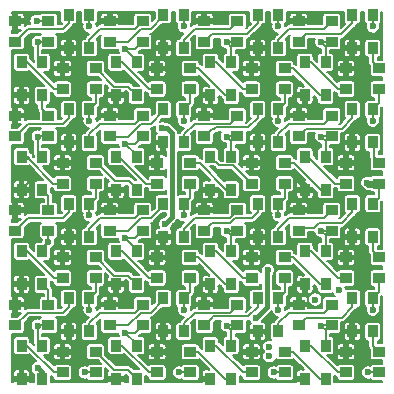
<source format=gbr>
G04 #@! TF.GenerationSoftware,KiCad,Pcbnew,5.1.9*
G04 #@! TF.CreationDate,2021-02-09T21:20:18+01:00*
G04 #@! TF.ProjectId,matrix_ws2812bmini_caps,6d617472-6978-45f7-9773-32383132626d,1*
G04 #@! TF.SameCoordinates,Original*
G04 #@! TF.FileFunction,Copper,L1,Top*
G04 #@! TF.FilePolarity,Positive*
%FSLAX46Y46*%
G04 Gerber Fmt 4.6, Leading zero omitted, Abs format (unit mm)*
G04 Created by KiCad (PCBNEW 5.1.9) date 2021-02-09 21:20:18*
%MOMM*%
%LPD*%
G01*
G04 APERTURE LIST*
G04 #@! TA.AperFunction,SMDPad,CuDef*
%ADD10R,1.000000X0.850000*%
G04 #@! TD*
G04 #@! TA.AperFunction,SMDPad,CuDef*
%ADD11R,0.850000X1.000000*%
G04 #@! TD*
G04 #@! TA.AperFunction,ViaPad*
%ADD12C,0.600000*%
G04 #@! TD*
G04 #@! TA.AperFunction,Conductor*
%ADD13C,0.200000*%
G04 #@! TD*
G04 #@! TA.AperFunction,Conductor*
%ADD14C,0.400000*%
G04 #@! TD*
G04 #@! TA.AperFunction,Conductor*
%ADD15C,0.600000*%
G04 #@! TD*
G04 #@! TA.AperFunction,Conductor*
%ADD16C,0.152400*%
G04 #@! TD*
G04 APERTURE END LIST*
D10*
X3400000Y-2875000D03*
X3400000Y-1125000D03*
X600000Y-2875000D03*
X600000Y-1125000D03*
D11*
X5125000Y-3400000D03*
X6875000Y-3400000D03*
X5125000Y-600000D03*
X6875000Y-600000D03*
D10*
X8600000Y-1125000D03*
X8600000Y-2875000D03*
X11400000Y-1125000D03*
X11400000Y-2875000D03*
D11*
X13125000Y-3400000D03*
X14875000Y-3400000D03*
X13125000Y-600000D03*
X14875000Y-600000D03*
D10*
X16600000Y-1125000D03*
X16600000Y-2875000D03*
X19400000Y-1125000D03*
X19400000Y-2875000D03*
D11*
X22875000Y-600000D03*
X21125000Y-600000D03*
X22875000Y-3400000D03*
X21125000Y-3400000D03*
D10*
X27400000Y-2875000D03*
X27400000Y-1125000D03*
X24600000Y-2875000D03*
X24600000Y-1125000D03*
D11*
X29125000Y-3400000D03*
X30875000Y-3400000D03*
X29125000Y-600000D03*
X30875000Y-600000D03*
D10*
X31400000Y-6875000D03*
X31400000Y-5125000D03*
X28600000Y-6875000D03*
X28600000Y-5125000D03*
D11*
X25125000Y-7400000D03*
X26875000Y-7400000D03*
X25125000Y-4600000D03*
X26875000Y-4600000D03*
D10*
X23400000Y-6875000D03*
X23400000Y-5125000D03*
X20600000Y-6875000D03*
X20600000Y-5125000D03*
D11*
X17125000Y-7400000D03*
X18875000Y-7400000D03*
X17125000Y-4600000D03*
X18875000Y-4600000D03*
D10*
X15400000Y-6875000D03*
X15400000Y-5125000D03*
X12600000Y-6875000D03*
X12600000Y-5125000D03*
D11*
X9125000Y-7400000D03*
X10875000Y-7400000D03*
X9125000Y-4600000D03*
X10875000Y-4600000D03*
D10*
X7400000Y-6875000D03*
X7400000Y-5125000D03*
X4600000Y-6875000D03*
X4600000Y-5125000D03*
D11*
X1125000Y-7400000D03*
X2875000Y-7400000D03*
X1125000Y-4600000D03*
X2875000Y-4600000D03*
D10*
X600000Y-9125000D03*
X600000Y-10875000D03*
X3400000Y-9125000D03*
X3400000Y-10875000D03*
D11*
X5125000Y-11400000D03*
X6875000Y-11400000D03*
X5125000Y-8600000D03*
X6875000Y-8600000D03*
D10*
X11400000Y-10875000D03*
X11400000Y-9125000D03*
X8600000Y-10875000D03*
X8600000Y-9125000D03*
D11*
X14875000Y-8600000D03*
X13125000Y-8600000D03*
X14875000Y-11400000D03*
X13125000Y-11400000D03*
D10*
X16600000Y-9125000D03*
X16600000Y-10875000D03*
X19400000Y-9125000D03*
X19400000Y-10875000D03*
D11*
X22875000Y-8600000D03*
X21125000Y-8600000D03*
X22875000Y-11400000D03*
X21125000Y-11400000D03*
D10*
X24600000Y-9125000D03*
X24600000Y-10875000D03*
X27400000Y-9125000D03*
X27400000Y-10875000D03*
D11*
X30875000Y-8600000D03*
X29125000Y-8600000D03*
X30875000Y-11400000D03*
X29125000Y-11400000D03*
D10*
X31400000Y-14875000D03*
X31400000Y-13125000D03*
X28600000Y-14875000D03*
X28600000Y-13125000D03*
D11*
X25125000Y-15400000D03*
X26875000Y-15400000D03*
X25125000Y-12600000D03*
X26875000Y-12600000D03*
D10*
X23400000Y-14875000D03*
X23400000Y-13125000D03*
X20600000Y-14875000D03*
X20600000Y-13125000D03*
D11*
X17125000Y-15400000D03*
X18875000Y-15400000D03*
X17125000Y-12600000D03*
X18875000Y-12600000D03*
D10*
X15400000Y-14875000D03*
X15400000Y-13125000D03*
X12600000Y-14875000D03*
X12600000Y-13125000D03*
D11*
X10875000Y-12600000D03*
X9125000Y-12600000D03*
X10875000Y-15400000D03*
X9125000Y-15400000D03*
D10*
X4600000Y-13125000D03*
X4600000Y-14875000D03*
X7400000Y-13125000D03*
X7400000Y-14875000D03*
D11*
X2875000Y-12600000D03*
X1125000Y-12600000D03*
X2875000Y-15400000D03*
X1125000Y-15400000D03*
D10*
X600000Y-17125000D03*
X600000Y-18875000D03*
X3400000Y-17125000D03*
X3400000Y-18875000D03*
D11*
X6875000Y-16600000D03*
X5125000Y-16600000D03*
X6875000Y-19400000D03*
X5125000Y-19400000D03*
D10*
X8600000Y-17125000D03*
X8600000Y-18875000D03*
X11400000Y-17125000D03*
X11400000Y-18875000D03*
D11*
X14875000Y-16600000D03*
X13125000Y-16600000D03*
X14875000Y-19400000D03*
X13125000Y-19400000D03*
D10*
X16600000Y-17125000D03*
X16600000Y-18875000D03*
X19400000Y-17125000D03*
X19400000Y-18875000D03*
D11*
X22875000Y-16600000D03*
X21125000Y-16600000D03*
X22875000Y-19400000D03*
X21125000Y-19400000D03*
D10*
X24600000Y-17125000D03*
X24600000Y-18875000D03*
X27400000Y-17125000D03*
X27400000Y-18875000D03*
D11*
X29125000Y-19400000D03*
X30875000Y-19400000D03*
X29125000Y-16600000D03*
X30875000Y-16600000D03*
D10*
X31400000Y-22875000D03*
X31400000Y-21125000D03*
X28600000Y-22875000D03*
X28600000Y-21125000D03*
D11*
X25125000Y-23400000D03*
X26875000Y-23400000D03*
X25125000Y-20600000D03*
X26875000Y-20600000D03*
D10*
X23400000Y-22875000D03*
X23400000Y-21125000D03*
X20600000Y-22875000D03*
X20600000Y-21125000D03*
D11*
X17125000Y-23400000D03*
X18875000Y-23400000D03*
X17125000Y-20600000D03*
X18875000Y-20600000D03*
D10*
X15400000Y-22875000D03*
X15400000Y-21125000D03*
X12600000Y-22875000D03*
X12600000Y-21125000D03*
D11*
X9125000Y-23400000D03*
X10875000Y-23400000D03*
X9125000Y-20600000D03*
X10875000Y-20600000D03*
D10*
X7400000Y-22875000D03*
X7400000Y-21125000D03*
X4600000Y-22875000D03*
X4600000Y-21125000D03*
D11*
X1125000Y-23400000D03*
X2875000Y-23400000D03*
X1125000Y-20600000D03*
X2875000Y-20600000D03*
D10*
X3400000Y-26875000D03*
X3400000Y-25125000D03*
X600000Y-26875000D03*
X600000Y-25125000D03*
D11*
X6875000Y-24600000D03*
X5125000Y-24600000D03*
X6875000Y-27400000D03*
X5125000Y-27400000D03*
D10*
X8600000Y-25125000D03*
X8600000Y-26875000D03*
X11400000Y-25125000D03*
X11400000Y-26875000D03*
D11*
X14875000Y-24600000D03*
X13125000Y-24600000D03*
X14875000Y-27400000D03*
X13125000Y-27400000D03*
D10*
X19400000Y-26875000D03*
X19400000Y-25125000D03*
X16600000Y-26875000D03*
X16600000Y-25125000D03*
D11*
X22875000Y-24600000D03*
X21125000Y-24600000D03*
X22875000Y-27400000D03*
X21125000Y-27400000D03*
D10*
X24600000Y-25125000D03*
X24600000Y-26875000D03*
X27400000Y-25125000D03*
X27400000Y-26875000D03*
D11*
X30875000Y-24600000D03*
X29125000Y-24600000D03*
X30875000Y-27400000D03*
X29125000Y-27400000D03*
D10*
X28600000Y-29125000D03*
X28600000Y-30875000D03*
X31400000Y-29125000D03*
X31400000Y-30875000D03*
D11*
X26875000Y-28600000D03*
X25125000Y-28600000D03*
X26875000Y-31400000D03*
X25125000Y-31400000D03*
D10*
X20600000Y-29125000D03*
X20600000Y-30875000D03*
X23400000Y-29125000D03*
X23400000Y-30875000D03*
D11*
X17125000Y-31400000D03*
X18875000Y-31400000D03*
X17125000Y-28600000D03*
X18875000Y-28600000D03*
D10*
X15400000Y-30875000D03*
X15400000Y-29125000D03*
X12600000Y-30875000D03*
X12600000Y-29125000D03*
D11*
X9125000Y-31400000D03*
X10875000Y-31400000D03*
X9125000Y-28600000D03*
X10875000Y-28600000D03*
D10*
X7400000Y-30875000D03*
X7400000Y-29125000D03*
X4600000Y-30875000D03*
X4600000Y-29125000D03*
D11*
X1125000Y-31400000D03*
X2875000Y-31400000D03*
X1125000Y-28600000D03*
X2875000Y-28600000D03*
D12*
X6875000Y-9575000D03*
X30875000Y-9575000D03*
X26500000Y-10900000D03*
X2500000Y-10900000D03*
X22875000Y-9575000D03*
X9900000Y-11500000D03*
X14875000Y-9575000D03*
X18500000Y-10900000D03*
X6875000Y-17575000D03*
X26500000Y-18900000D03*
X22875000Y-17575000D03*
X9900000Y-19500000D03*
X14875000Y-17575000D03*
X18500000Y-18900000D03*
X6875000Y-25575000D03*
X30875000Y-25575000D03*
X26500000Y-26900000D03*
X2500000Y-26900000D03*
X22875000Y-25575000D03*
X9900000Y-27500000D03*
X14875000Y-25575000D03*
X18500000Y-26900000D03*
X30475000Y-30875000D03*
X22475000Y-30875000D03*
X14475000Y-30875000D03*
X6875000Y-1575000D03*
X2500000Y-2900000D03*
X14875000Y-1575000D03*
X22875000Y-1575000D03*
X18500000Y-2900000D03*
X26500000Y-2900000D03*
X30875000Y-1575000D03*
X9900000Y-3500000D03*
X6475000Y-30875000D03*
X3400000Y-19800000D03*
X2400000Y-1100000D03*
X13300000Y-18300000D03*
X13000000Y-10200000D03*
X2000000Y-14700000D03*
X1700000Y-26900000D03*
X2000000Y-25000000D03*
X26000000Y-24700000D03*
X22100000Y-28700000D03*
X22100000Y-29500000D03*
X28000000Y-23900000D03*
X30400000Y-14800000D03*
X1600000Y-1100000D03*
X1700000Y-3400000D03*
X10000000Y-800000D03*
X5800000Y-2000000D03*
X2000000Y-8900000D03*
X6000000Y-13100000D03*
X6000000Y-14900000D03*
X10000000Y-16500000D03*
X9800000Y-13800000D03*
X12700000Y-2100000D03*
X17700000Y-3400000D03*
X17900000Y-700000D03*
X9800000Y-5900000D03*
X22000000Y-5000000D03*
X22000000Y-6700000D03*
X26100000Y-700000D03*
X29900000Y-4900000D03*
X29800000Y-2100000D03*
X12000000Y-12000000D03*
X18000000Y-16800000D03*
X14000000Y-20800000D03*
X14000000Y-23200000D03*
X22000000Y-20700000D03*
X29900000Y-10100000D03*
X2200000Y-22300000D03*
X5600000Y-22100000D03*
X5765001Y-5465001D03*
X14000000Y-5300000D03*
X24500000Y-14500000D03*
X29600000Y-14600000D03*
X19550000Y-29600000D03*
X17950000Y-27600000D03*
X21950000Y-27450000D03*
X2500000Y-30500000D03*
X20972999Y-26272999D03*
X22000000Y-22200000D03*
D13*
X6875000Y-8600000D02*
X6875000Y-9575000D01*
X19400000Y-10875000D02*
X18525000Y-10875000D01*
X30875000Y-8600000D02*
X30875000Y-9575000D01*
X3400000Y-10875000D02*
X2525000Y-10875000D01*
X22875000Y-8600000D02*
X22875000Y-9575000D01*
X27400000Y-10875000D02*
X26525000Y-10875000D01*
X10775000Y-11500000D02*
X9900000Y-11500000D01*
X11400000Y-10875000D02*
X10775000Y-11500000D01*
X6875000Y-16600000D02*
X6875000Y-17575000D01*
X19400000Y-18875000D02*
X18525000Y-18875000D01*
X22875000Y-16600000D02*
X22875000Y-17575000D01*
X27400000Y-18875000D02*
X26525000Y-18875000D01*
X10775000Y-19500000D02*
X9900000Y-19500000D01*
X11400000Y-18875000D02*
X10775000Y-19500000D01*
X6875000Y-24600000D02*
X6875000Y-25575000D01*
X19400000Y-26875000D02*
X18525000Y-26875000D01*
X30875000Y-24600000D02*
X30875000Y-25575000D01*
X3400000Y-26875000D02*
X2525000Y-26875000D01*
X22875000Y-24600000D02*
X22875000Y-25575000D01*
X27400000Y-26875000D02*
X26525000Y-26875000D01*
X10775000Y-27500000D02*
X9900000Y-27500000D01*
X11400000Y-26875000D02*
X10775000Y-27500000D01*
X31400000Y-14875000D02*
X31400000Y-16075000D01*
X18875000Y-11275000D02*
X18500000Y-10900000D01*
X23400000Y-14875000D02*
X23400000Y-16075000D01*
X23400000Y-16075000D02*
X22875000Y-16600000D01*
X2500000Y-12300000D02*
X2500000Y-10900000D01*
X26875000Y-11275000D02*
X26500000Y-10900000D01*
X15400000Y-16075000D02*
X14875000Y-16600000D01*
X7400000Y-14875000D02*
X7400000Y-16075000D01*
X18875000Y-12600000D02*
X18875000Y-11275000D01*
X26875000Y-12600000D02*
X26875000Y-11275000D01*
X2800000Y-12600000D02*
X2500000Y-12300000D01*
X15400000Y-14875000D02*
X15400000Y-16075000D01*
X31400000Y-16075000D02*
X30875000Y-16600000D01*
X7400000Y-16075000D02*
X6875000Y-16600000D01*
X10875000Y-12475000D02*
X9900000Y-11500000D01*
X31400000Y-22875000D02*
X31400000Y-24075000D01*
X18875000Y-19275000D02*
X18500000Y-18900000D01*
X23400000Y-22875000D02*
X23400000Y-24075000D01*
X23400000Y-24075000D02*
X22875000Y-24600000D01*
X26875000Y-19275000D02*
X26500000Y-18900000D01*
X15400000Y-24075000D02*
X14875000Y-24600000D01*
X7400000Y-22875000D02*
X7400000Y-24075000D01*
X18875000Y-20600000D02*
X18875000Y-19275000D01*
X26875000Y-20600000D02*
X26875000Y-19275000D01*
X15400000Y-22875000D02*
X15400000Y-24075000D01*
X31400000Y-24075000D02*
X30875000Y-24600000D01*
X7400000Y-24075000D02*
X6875000Y-24600000D01*
X10875000Y-20475000D02*
X9900000Y-19500000D01*
X18875000Y-27275000D02*
X18500000Y-26900000D01*
X2500000Y-28300000D02*
X2500000Y-26900000D01*
X26875000Y-27275000D02*
X26500000Y-26900000D01*
X18875000Y-28600000D02*
X18875000Y-27275000D01*
X26875000Y-28600000D02*
X26875000Y-27275000D01*
X2800000Y-28600000D02*
X2500000Y-28300000D01*
X10875000Y-28475000D02*
X9900000Y-27500000D01*
X31400000Y-30875000D02*
X30475000Y-30875000D01*
X23400000Y-30875000D02*
X22475000Y-30875000D01*
X15400000Y-30875000D02*
X14475000Y-30875000D01*
X14875000Y-24600000D02*
X14875000Y-25575000D01*
X14875000Y-16600000D02*
X14875000Y-17575000D01*
X14875000Y-8600000D02*
X14875000Y-9575000D01*
X6875000Y-600000D02*
X6875000Y-1575000D01*
X3400000Y-2875000D02*
X2525000Y-2875000D01*
X14875000Y-600000D02*
X14875000Y-1575000D01*
X22875000Y-600000D02*
X22875000Y-1575000D01*
X19400000Y-2875000D02*
X18525000Y-2875000D01*
X30875000Y-600000D02*
X30875000Y-1575000D01*
X30875000Y-1575000D02*
X30875000Y-1575000D01*
X26525000Y-2875000D02*
X26500000Y-2900000D01*
X27400000Y-2875000D02*
X26525000Y-2875000D01*
X11400000Y-2875000D02*
X10775000Y-3500000D01*
X10775000Y-3500000D02*
X9900000Y-3500000D01*
X9900000Y-3500000D02*
X9900000Y-3500000D01*
X2875000Y-4600000D02*
X2800000Y-4600000D01*
X2800000Y-4600000D02*
X2500000Y-4300000D01*
X2500000Y-4300000D02*
X2500000Y-2900000D01*
X10875000Y-4475000D02*
X9900000Y-3500000D01*
X10875000Y-4600000D02*
X10875000Y-4475000D01*
X7400000Y-8075000D02*
X6875000Y-8600000D01*
X7400000Y-6875000D02*
X7400000Y-8075000D01*
X15400000Y-8075000D02*
X14875000Y-8600000D01*
X15400000Y-6875000D02*
X15400000Y-8075000D01*
X18875000Y-3275000D02*
X18500000Y-2900000D01*
X18875000Y-4600000D02*
X18875000Y-3275000D01*
X23400000Y-8075000D02*
X22875000Y-8600000D01*
X23400000Y-6875000D02*
X23400000Y-8075000D01*
X26875000Y-3275000D02*
X26500000Y-2900000D01*
X26875000Y-4600000D02*
X26875000Y-3275000D01*
X31400000Y-8075000D02*
X30875000Y-8600000D01*
X31400000Y-6875000D02*
X31400000Y-8075000D01*
X7400000Y-30875000D02*
X6475000Y-30875000D01*
X6475000Y-30875000D02*
X6475000Y-30875000D01*
X2875000Y-20600000D02*
X2875000Y-20325000D01*
X3400000Y-19800000D02*
X3400000Y-19800000D01*
X2875000Y-20325000D02*
X3400000Y-19800000D01*
X3400000Y-19800000D02*
X3400000Y-18875000D01*
X30875000Y-16600000D02*
X30700000Y-16600000D01*
X2425000Y-1125000D02*
X2400000Y-1100000D01*
X3400000Y-1125000D02*
X2425000Y-1125000D01*
D14*
X13877001Y-17722999D02*
X13877001Y-10638399D01*
X13877001Y-10638399D02*
X13438602Y-10200000D01*
X13300000Y-18300000D02*
X13877001Y-17722999D01*
X13438602Y-10200000D02*
X13000000Y-10200000D01*
X13000000Y-10200000D02*
X13000000Y-10200000D01*
D13*
X5125000Y-1300000D02*
X5125000Y-600000D01*
X4647999Y-1777001D02*
X5125000Y-1300000D01*
X1697999Y-1777001D02*
X4647999Y-1777001D01*
X600000Y-2875000D02*
X1697999Y-1777001D01*
D15*
X30475000Y-14875000D02*
X30400000Y-14800000D01*
X31400000Y-14875000D02*
X30475000Y-14875000D01*
D13*
X1825000Y-14700000D02*
X1125000Y-15400000D01*
X2000000Y-14700000D02*
X1825000Y-14700000D01*
D15*
X25125000Y-15125000D02*
X24500000Y-14500000D01*
X25125000Y-15400000D02*
X25125000Y-15125000D01*
D13*
X10747999Y-1777001D02*
X11400000Y-1125000D01*
X7797999Y-1777001D02*
X10747999Y-1777001D01*
X6875000Y-2700000D02*
X7797999Y-1777001D01*
X6875000Y-3400000D02*
X6875000Y-2700000D01*
X13125000Y-733602D02*
X13125000Y-600000D01*
X12081601Y-1777001D02*
X13125000Y-733602D01*
X11210460Y-1777001D02*
X12081601Y-1777001D01*
X10112461Y-2875000D02*
X11210460Y-1777001D01*
X8600000Y-2875000D02*
X10112461Y-2875000D01*
X18747999Y-1777001D02*
X19400000Y-1125000D01*
X15797999Y-1777001D02*
X18747999Y-1777001D01*
X14875000Y-2700000D02*
X15797999Y-1777001D01*
X14875000Y-3400000D02*
X14875000Y-2700000D01*
X21125000Y-1300000D02*
X21125000Y-600000D01*
X20202001Y-2222999D02*
X21125000Y-1300000D01*
X17252001Y-2222999D02*
X20202001Y-2222999D01*
X16600000Y-2875000D02*
X17252001Y-2222999D01*
X26747999Y-1777001D02*
X27400000Y-1125000D01*
X23797999Y-1777001D02*
X26747999Y-1777001D01*
X22875000Y-2700000D02*
X23797999Y-1777001D01*
X22875000Y-3400000D02*
X22875000Y-2700000D01*
X29125000Y-1300000D02*
X29125000Y-600000D01*
X28202001Y-2222999D02*
X29125000Y-1300000D01*
X25252001Y-2222999D02*
X28202001Y-2222999D01*
X24600000Y-2875000D02*
X25252001Y-2222999D01*
X30875000Y-4600000D02*
X31400000Y-5125000D01*
X30875000Y-3400000D02*
X30875000Y-4600000D01*
X25625000Y-4600000D02*
X25125000Y-4600000D01*
X27900000Y-6875000D02*
X25625000Y-4600000D01*
X28600000Y-6875000D02*
X27900000Y-6875000D01*
X24100000Y-5125000D02*
X23400000Y-5125000D01*
X26375000Y-7400000D02*
X24100000Y-5125000D01*
X26875000Y-7400000D02*
X26375000Y-7400000D01*
X17625000Y-4600000D02*
X17125000Y-4600000D01*
X19900000Y-6875000D02*
X17625000Y-4600000D01*
X20600000Y-6875000D02*
X19900000Y-6875000D01*
X16100000Y-5125000D02*
X15400000Y-5125000D01*
X18375000Y-7400000D02*
X16100000Y-5125000D01*
X18875000Y-7400000D02*
X18375000Y-7400000D01*
X9625000Y-4600000D02*
X9125000Y-4600000D01*
X11900000Y-6875000D02*
X9625000Y-4600000D01*
X12600000Y-6875000D02*
X11900000Y-6875000D01*
X8947999Y-6672999D02*
X7400000Y-5125000D01*
X10147999Y-6672999D02*
X8947999Y-6672999D01*
X10875000Y-7400000D02*
X10147999Y-6672999D01*
X1625000Y-4600000D02*
X1125000Y-4600000D01*
X3900000Y-6875000D02*
X1625000Y-4600000D01*
X4600000Y-6875000D02*
X3900000Y-6875000D01*
X2875000Y-8600000D02*
X3400000Y-9125000D01*
X2875000Y-7400000D02*
X2875000Y-8600000D01*
X5125000Y-9320000D02*
X5125000Y-8620000D01*
X4647999Y-9797001D02*
X5125000Y-9320000D01*
X600000Y-10895000D02*
X1697999Y-9797001D01*
X1697999Y-9797001D02*
X4647999Y-9797001D01*
X6875000Y-11420000D02*
X6875000Y-10720000D01*
X10747999Y-9797001D02*
X11400000Y-9145000D01*
X6875000Y-10720000D02*
X7797999Y-9797001D01*
X7797999Y-9797001D02*
X10747999Y-9797001D01*
X8600000Y-10895000D02*
X10112461Y-10895000D01*
X11210460Y-9797001D02*
X12081601Y-9797001D01*
X12081601Y-9797001D02*
X13125000Y-8753602D01*
X10112461Y-10895000D02*
X11210460Y-9797001D01*
X15797999Y-9797001D02*
X18747999Y-9797001D01*
X14875000Y-10720000D02*
X15797999Y-9797001D01*
X14875000Y-11420000D02*
X14875000Y-10720000D01*
X18747999Y-9797001D02*
X19400000Y-9145000D01*
X21125000Y-9320000D02*
X21125000Y-8620000D01*
X16600000Y-10895000D02*
X17252001Y-10242999D01*
X20320989Y-10124011D02*
X21125000Y-9320000D01*
X17575989Y-10124011D02*
X20320989Y-10124011D01*
X17457001Y-10242999D02*
X17575989Y-10124011D01*
X17252001Y-10242999D02*
X17457001Y-10242999D01*
X22875000Y-11420000D02*
X22875000Y-10720000D01*
X22875000Y-10720000D02*
X23797999Y-9797001D01*
X23797999Y-9797001D02*
X26747999Y-9797001D01*
X26747999Y-9797001D02*
X27400000Y-9145000D01*
X29125000Y-9320000D02*
X29125000Y-8620000D01*
X28222001Y-10222999D02*
X29125000Y-9320000D01*
X25252001Y-10222999D02*
X28222001Y-10222999D01*
X24600000Y-10875000D02*
X25252001Y-10222999D01*
X30975000Y-11400000D02*
X30975000Y-12600000D01*
X30975000Y-12600000D02*
X31500000Y-13125000D01*
X27683602Y-14875000D02*
X28600000Y-14875000D01*
X25408602Y-12600000D02*
X27683602Y-14875000D01*
X25125000Y-12600000D02*
X25408602Y-12600000D01*
X26475000Y-15400000D02*
X24200000Y-13125000D01*
X24200000Y-13125000D02*
X23500000Y-13125000D01*
X26975000Y-15400000D02*
X26475000Y-15400000D01*
X19052001Y-13327001D02*
X20600000Y-14875000D01*
X17852001Y-13327001D02*
X19052001Y-13327001D01*
X17125000Y-12600000D02*
X17852001Y-13327001D01*
X18475000Y-15400000D02*
X16200000Y-13125000D01*
X16200000Y-13125000D02*
X15500000Y-13125000D01*
X18975000Y-15400000D02*
X18475000Y-15400000D01*
X9379962Y-12600000D02*
X11654962Y-14875000D01*
X11654962Y-14875000D02*
X12600000Y-14875000D01*
X9125000Y-12600000D02*
X9379962Y-12600000D01*
X10247999Y-14672999D02*
X9047999Y-14672999D01*
X9047999Y-14672999D02*
X7500000Y-13125000D01*
X10975000Y-15400000D02*
X10247999Y-14672999D01*
X1725000Y-12600000D02*
X1225000Y-12600000D01*
X4700000Y-14875000D02*
X4000000Y-14875000D01*
X1725000Y-12783602D02*
X3816398Y-14875000D01*
X3816398Y-14875000D02*
X4000000Y-14875000D01*
X1725000Y-12600000D02*
X1725000Y-12783602D01*
X1308602Y-12783602D02*
X1125000Y-12600000D01*
X1725000Y-12783602D02*
X1308602Y-12783602D01*
X3400000Y-15925000D02*
X2875000Y-15400000D01*
X3400000Y-17125000D02*
X3400000Y-15925000D01*
X5125000Y-17320000D02*
X5125000Y-16620000D01*
X4647999Y-17797001D02*
X5125000Y-17320000D01*
X600000Y-18895000D02*
X1697999Y-17797001D01*
X1697999Y-17797001D02*
X4647999Y-17797001D01*
X6875000Y-19420000D02*
X6875000Y-18720000D01*
X10747999Y-17797001D02*
X11400000Y-17145000D01*
X6875000Y-18720000D02*
X7797999Y-17797001D01*
X7797999Y-17797001D02*
X10747999Y-17797001D01*
X8600000Y-18895000D02*
X10112461Y-18895000D01*
X11210460Y-17797001D02*
X12081601Y-17797001D01*
X12081601Y-17797001D02*
X13125000Y-16753602D01*
X10112461Y-18895000D02*
X11210460Y-17797001D01*
X15797999Y-17797001D02*
X18747999Y-17797001D01*
X14875000Y-18720000D02*
X15797999Y-17797001D01*
X14875000Y-19420000D02*
X14875000Y-18720000D01*
X18747999Y-17797001D02*
X19400000Y-17145000D01*
X21125000Y-17320000D02*
X21125000Y-16620000D01*
X16600000Y-18895000D02*
X17252001Y-18242999D01*
X20667999Y-17777001D02*
X21125000Y-17320000D01*
X19230460Y-17777001D02*
X20667999Y-17777001D01*
X18764462Y-18242999D02*
X19230460Y-17777001D01*
X17252001Y-18242999D02*
X18764462Y-18242999D01*
X22875000Y-19420000D02*
X22875000Y-18720000D01*
X22875000Y-18720000D02*
X23797999Y-17797001D01*
X23797999Y-17797001D02*
X26747999Y-17797001D01*
X26747999Y-17797001D02*
X27400000Y-17145000D01*
X24875000Y-18600000D02*
X24600000Y-18875000D01*
X25900000Y-18600000D02*
X24875000Y-18600000D01*
X26277001Y-18222999D02*
X25900000Y-18600000D01*
X29125000Y-17320000D02*
X29125000Y-16620000D01*
X28222001Y-18222999D02*
X26277001Y-18222999D01*
X29125000Y-17320000D02*
X28222001Y-18222999D01*
X30875000Y-19400000D02*
X30875000Y-20600000D01*
X30875000Y-20600000D02*
X31400000Y-21125000D01*
X25625000Y-20600000D02*
X25125000Y-20600000D01*
X28600000Y-22875000D02*
X27900000Y-22875000D01*
X27900000Y-22875000D02*
X25625000Y-20600000D01*
X26375000Y-23400000D02*
X24100000Y-21125000D01*
X24100000Y-21125000D02*
X23400000Y-21125000D01*
X26875000Y-23400000D02*
X26375000Y-23400000D01*
X20600000Y-22875000D02*
X19900000Y-22875000D01*
X17625000Y-20600000D02*
X17125000Y-20600000D01*
X19900000Y-22875000D02*
X17625000Y-20600000D01*
X18375000Y-23400000D02*
X16100000Y-21125000D01*
X16100000Y-21125000D02*
X15400000Y-21125000D01*
X18875000Y-23400000D02*
X18375000Y-23400000D01*
X12600000Y-22875000D02*
X11900000Y-22875000D01*
X11900000Y-22875000D02*
X9625000Y-20600000D01*
X9625000Y-20600000D02*
X9125000Y-20600000D01*
X10147999Y-22672999D02*
X8947999Y-22672999D01*
X8947999Y-22672999D02*
X7400000Y-21125000D01*
X10875000Y-23400000D02*
X10147999Y-22672999D01*
X1625000Y-20600000D02*
X1125000Y-20600000D01*
X3900000Y-22875000D02*
X1625000Y-20600000D01*
X4600000Y-22875000D02*
X3900000Y-22875000D01*
X3400000Y-23925000D02*
X2875000Y-23400000D01*
X3400000Y-25125000D02*
X3400000Y-23925000D01*
X5125000Y-25320000D02*
X5125000Y-24620000D01*
X4647999Y-25797001D02*
X5125000Y-25320000D01*
X600000Y-26895000D02*
X1697999Y-25797001D01*
X1697999Y-25797001D02*
X4647999Y-25797001D01*
X6875000Y-27420000D02*
X6875000Y-26720000D01*
X10747999Y-25797001D02*
X11400000Y-25145000D01*
X6875000Y-26720000D02*
X7797999Y-25797001D01*
X7797999Y-25797001D02*
X10747999Y-25797001D01*
X8600000Y-26895000D02*
X10112461Y-26895000D01*
X11210460Y-25797001D02*
X12081601Y-25797001D01*
X12081601Y-25797001D02*
X13125000Y-24753602D01*
X10112461Y-26895000D02*
X11210460Y-25797001D01*
X15797999Y-25797001D02*
X18747999Y-25797001D01*
X14875000Y-26720000D02*
X15797999Y-25797001D01*
X14875000Y-27420000D02*
X14875000Y-26720000D01*
X18747999Y-25797001D02*
X19400000Y-25145000D01*
X21125000Y-25320000D02*
X21125000Y-24620000D01*
X16600000Y-26895000D02*
X17252001Y-26242999D01*
X17370991Y-26124009D02*
X17252001Y-26242999D01*
X20320991Y-26124009D02*
X17370991Y-26124009D01*
X21125000Y-25320000D02*
X20320991Y-26124009D01*
X22875000Y-27420000D02*
X22875000Y-26720000D01*
X22875000Y-26720000D02*
X23797999Y-25797001D01*
X23797999Y-25797001D02*
X26747999Y-25797001D01*
X26747999Y-25797001D02*
X27400000Y-25145000D01*
X29125000Y-25320000D02*
X29125000Y-24620000D01*
X24600000Y-26895000D02*
X25252001Y-26242999D01*
X25272001Y-26222999D02*
X25252001Y-26242999D01*
X28222001Y-26222999D02*
X25272001Y-26222999D01*
X29125000Y-25320000D02*
X28222001Y-26222999D01*
X30875000Y-27400000D02*
X30875000Y-28600000D01*
X30875000Y-28600000D02*
X31400000Y-29125000D01*
X25625000Y-28600000D02*
X25125000Y-28600000D01*
X28600000Y-30875000D02*
X27900000Y-30875000D01*
X27900000Y-30875000D02*
X25625000Y-28600000D01*
X26375000Y-31400000D02*
X24100000Y-29125000D01*
X24100000Y-29125000D02*
X23400000Y-29125000D01*
X26875000Y-31400000D02*
X26375000Y-31400000D01*
X20600000Y-30875000D02*
X19900000Y-30875000D01*
X17625000Y-28600000D02*
X17125000Y-28600000D01*
X19900000Y-30875000D02*
X17625000Y-28600000D01*
X18375000Y-31400000D02*
X16100000Y-29125000D01*
X16100000Y-29125000D02*
X15400000Y-29125000D01*
X18875000Y-31400000D02*
X18375000Y-31400000D01*
X12600000Y-30875000D02*
X11900000Y-30875000D01*
X11900000Y-30875000D02*
X9625000Y-28600000D01*
X9625000Y-28600000D02*
X9125000Y-28600000D01*
X10147999Y-30672999D02*
X8947999Y-30672999D01*
X8947999Y-30672999D02*
X7400000Y-29125000D01*
X10875000Y-31400000D02*
X10147999Y-30672999D01*
X1625000Y-28600000D02*
X1125000Y-28600000D01*
X3900000Y-30875000D02*
X1625000Y-28600000D01*
X4600000Y-30875000D02*
X3900000Y-30875000D01*
D14*
X2875000Y-31400000D02*
X2875000Y-30875000D01*
X2875000Y-30875000D02*
X2500000Y-30500000D01*
X2500000Y-30500000D02*
X2500000Y-30500000D01*
X21877001Y-22322999D02*
X22000000Y-22200000D01*
X22000000Y-22200000D02*
X22000000Y-22200000D01*
X21877001Y-25368997D02*
X21877001Y-22322999D01*
X20972999Y-26272999D02*
X21877001Y-25368997D01*
D13*
X6148549Y-1100000D02*
X6154341Y-1158810D01*
X6171496Y-1215360D01*
X6199353Y-1267477D01*
X6236842Y-1313158D01*
X6282523Y-1350647D01*
X6311974Y-1366389D01*
X6298058Y-1399986D01*
X6275000Y-1515905D01*
X6275000Y-1634095D01*
X6298058Y-1750014D01*
X6343287Y-1859207D01*
X6408950Y-1957478D01*
X6492522Y-2041050D01*
X6590793Y-2106713D01*
X6699986Y-2151942D01*
X6815905Y-2175000D01*
X6834315Y-2175000D01*
X6606048Y-2403267D01*
X6590790Y-2415789D01*
X6578268Y-2431047D01*
X6578265Y-2431050D01*
X6540803Y-2476698D01*
X6503661Y-2546186D01*
X6487777Y-2598549D01*
X6450000Y-2598549D01*
X6391190Y-2604341D01*
X6334640Y-2621496D01*
X6282523Y-2649353D01*
X6236842Y-2686842D01*
X6199353Y-2732523D01*
X6171496Y-2784640D01*
X6154341Y-2841190D01*
X6148549Y-2900000D01*
X6148549Y-3900000D01*
X6154341Y-3958810D01*
X6171496Y-4015360D01*
X6199353Y-4067477D01*
X6236842Y-4113158D01*
X6282523Y-4150647D01*
X6334640Y-4178504D01*
X6391190Y-4195659D01*
X6450000Y-4201451D01*
X7300000Y-4201451D01*
X7358810Y-4195659D01*
X7415360Y-4178504D01*
X7467477Y-4150647D01*
X7513158Y-4113158D01*
X7550647Y-4067477D01*
X7578504Y-4015360D01*
X7595659Y-3958810D01*
X7601451Y-3900000D01*
X7601451Y-2900000D01*
X7595659Y-2841190D01*
X7578504Y-2784640D01*
X7550647Y-2732523D01*
X7513158Y-2686842D01*
X7480579Y-2660106D01*
X7839238Y-2301447D01*
X7821496Y-2334640D01*
X7804341Y-2391190D01*
X7798549Y-2450000D01*
X7798549Y-3300000D01*
X7804341Y-3358810D01*
X7821496Y-3415360D01*
X7849353Y-3467477D01*
X7886842Y-3513158D01*
X7932523Y-3550647D01*
X7984640Y-3578504D01*
X8041190Y-3595659D01*
X8100000Y-3601451D01*
X9100000Y-3601451D01*
X9158810Y-3595659D01*
X9215360Y-3578504D01*
X9267477Y-3550647D01*
X9300000Y-3523956D01*
X9300000Y-3559095D01*
X9323058Y-3675014D01*
X9368287Y-3784207D01*
X9377870Y-3798549D01*
X8700000Y-3798549D01*
X8641190Y-3804341D01*
X8584640Y-3821496D01*
X8532523Y-3849353D01*
X8486842Y-3886842D01*
X8449353Y-3932523D01*
X8421496Y-3984640D01*
X8404341Y-4041190D01*
X8398549Y-4100000D01*
X8398549Y-5100000D01*
X8404341Y-5158810D01*
X8421496Y-5215360D01*
X8449353Y-5267477D01*
X8486842Y-5313158D01*
X8532523Y-5350647D01*
X8584640Y-5378504D01*
X8641190Y-5395659D01*
X8700000Y-5401451D01*
X9550000Y-5401451D01*
X9608810Y-5395659D01*
X9665360Y-5378504D01*
X9717477Y-5350647D01*
X9763158Y-5313158D01*
X9767357Y-5308042D01*
X11057863Y-6598549D01*
X10639234Y-6598549D01*
X10444736Y-6404051D01*
X10432210Y-6388788D01*
X10371302Y-6338802D01*
X10301813Y-6301659D01*
X10226413Y-6278787D01*
X10167646Y-6272999D01*
X10167645Y-6272999D01*
X10147999Y-6271064D01*
X10128353Y-6272999D01*
X9113685Y-6272999D01*
X8201451Y-5360766D01*
X8201451Y-4700000D01*
X8195659Y-4641190D01*
X8178504Y-4584640D01*
X8150647Y-4532523D01*
X8113158Y-4486842D01*
X8067477Y-4449353D01*
X8015360Y-4421496D01*
X7958810Y-4404341D01*
X7900000Y-4398549D01*
X6900000Y-4398549D01*
X6841190Y-4404341D01*
X6784640Y-4421496D01*
X6732523Y-4449353D01*
X6686842Y-4486842D01*
X6649353Y-4532523D01*
X6621496Y-4584640D01*
X6604341Y-4641190D01*
X6598549Y-4700000D01*
X6598549Y-5550000D01*
X6604341Y-5608810D01*
X6621496Y-5665360D01*
X6649353Y-5717477D01*
X6686842Y-5763158D01*
X6732523Y-5800647D01*
X6784640Y-5828504D01*
X6841190Y-5845659D01*
X6900000Y-5851451D01*
X7560766Y-5851451D01*
X7857864Y-6148549D01*
X6900000Y-6148549D01*
X6841190Y-6154341D01*
X6784640Y-6171496D01*
X6732523Y-6199353D01*
X6686842Y-6236842D01*
X6649353Y-6282523D01*
X6621496Y-6334640D01*
X6604341Y-6391190D01*
X6598549Y-6450000D01*
X6598549Y-7300000D01*
X6604341Y-7358810D01*
X6621496Y-7415360D01*
X6649353Y-7467477D01*
X6686842Y-7513158D01*
X6732523Y-7550647D01*
X6784640Y-7578504D01*
X6841190Y-7595659D01*
X6900000Y-7601451D01*
X7000001Y-7601451D01*
X7000001Y-7798549D01*
X6450000Y-7798549D01*
X6391190Y-7804341D01*
X6334640Y-7821496D01*
X6282523Y-7849353D01*
X6236842Y-7886842D01*
X6199353Y-7932523D01*
X6171496Y-7984640D01*
X6154341Y-8041190D01*
X6148549Y-8100000D01*
X6148549Y-9100000D01*
X6154341Y-9158810D01*
X6171496Y-9215360D01*
X6199353Y-9267477D01*
X6236842Y-9313158D01*
X6282523Y-9350647D01*
X6311974Y-9366389D01*
X6298058Y-9399986D01*
X6275000Y-9515905D01*
X6275000Y-9634095D01*
X6298058Y-9750014D01*
X6343287Y-9859207D01*
X6408950Y-9957478D01*
X6492522Y-10041050D01*
X6590793Y-10106713D01*
X6699986Y-10151942D01*
X6815905Y-10175000D01*
X6854315Y-10175000D01*
X6606048Y-10423267D01*
X6590790Y-10435789D01*
X6578268Y-10451047D01*
X6578265Y-10451050D01*
X6540803Y-10496698D01*
X6503661Y-10566186D01*
X6493844Y-10598549D01*
X6450000Y-10598549D01*
X6391190Y-10604341D01*
X6334640Y-10621496D01*
X6282523Y-10649353D01*
X6236842Y-10686842D01*
X6199353Y-10732523D01*
X6171496Y-10784640D01*
X6154341Y-10841190D01*
X6148549Y-10900000D01*
X6148549Y-11900000D01*
X6154341Y-11958810D01*
X6171496Y-12015360D01*
X6199353Y-12067477D01*
X6236842Y-12113158D01*
X6282523Y-12150647D01*
X6334640Y-12178504D01*
X6391190Y-12195659D01*
X6450000Y-12201451D01*
X7300000Y-12201451D01*
X7358810Y-12195659D01*
X7415360Y-12178504D01*
X7467477Y-12150647D01*
X7513158Y-12113158D01*
X7550647Y-12067477D01*
X7578504Y-12015360D01*
X7595659Y-11958810D01*
X7601451Y-11900000D01*
X7601451Y-10900000D01*
X7595659Y-10841190D01*
X7578504Y-10784640D01*
X7550647Y-10732523D01*
X7513158Y-10686842D01*
X7491564Y-10669121D01*
X7819515Y-10341170D01*
X7804341Y-10391190D01*
X7798549Y-10450000D01*
X7798549Y-11300000D01*
X7804341Y-11358810D01*
X7821496Y-11415360D01*
X7849353Y-11467477D01*
X7886842Y-11513158D01*
X7932523Y-11550647D01*
X7984640Y-11578504D01*
X8041190Y-11595659D01*
X8100000Y-11601451D01*
X9100000Y-11601451D01*
X9158810Y-11595659D01*
X9215360Y-11578504D01*
X9267477Y-11550647D01*
X9300000Y-11523956D01*
X9300000Y-11559095D01*
X9323058Y-11675014D01*
X9368287Y-11784207D01*
X9377870Y-11798549D01*
X8700000Y-11798549D01*
X8641190Y-11804341D01*
X8584640Y-11821496D01*
X8532523Y-11849353D01*
X8486842Y-11886842D01*
X8449353Y-11932523D01*
X8421496Y-11984640D01*
X8404341Y-12041190D01*
X8398549Y-12100000D01*
X8398549Y-13100000D01*
X8404341Y-13158810D01*
X8421496Y-13215360D01*
X8449353Y-13267477D01*
X8486842Y-13313158D01*
X8532523Y-13350647D01*
X8584640Y-13378504D01*
X8641190Y-13395659D01*
X8700000Y-13401451D01*
X9550000Y-13401451D01*
X9608810Y-13395659D01*
X9609674Y-13395397D01*
X10812825Y-14598549D01*
X10739234Y-14598549D01*
X10544736Y-14404051D01*
X10532210Y-14388788D01*
X10471302Y-14338802D01*
X10401813Y-14301659D01*
X10326413Y-14278787D01*
X10267646Y-14272999D01*
X10267645Y-14272999D01*
X10247999Y-14271064D01*
X10228353Y-14272999D01*
X9213685Y-14272999D01*
X8201451Y-13260766D01*
X8201451Y-12700000D01*
X8195659Y-12641190D01*
X8178504Y-12584640D01*
X8150647Y-12532523D01*
X8113158Y-12486842D01*
X8067477Y-12449353D01*
X8015360Y-12421496D01*
X7958810Y-12404341D01*
X7900000Y-12398549D01*
X6900000Y-12398549D01*
X6841190Y-12404341D01*
X6784640Y-12421496D01*
X6732523Y-12449353D01*
X6686842Y-12486842D01*
X6649353Y-12532523D01*
X6621496Y-12584640D01*
X6604341Y-12641190D01*
X6598549Y-12700000D01*
X6598549Y-13550000D01*
X6604341Y-13608810D01*
X6621496Y-13665360D01*
X6649353Y-13717477D01*
X6686842Y-13763158D01*
X6732523Y-13800647D01*
X6784640Y-13828504D01*
X6841190Y-13845659D01*
X6900000Y-13851451D01*
X7660766Y-13851451D01*
X7965766Y-14156451D01*
X7958810Y-14154341D01*
X7900000Y-14148549D01*
X6900000Y-14148549D01*
X6841190Y-14154341D01*
X6784640Y-14171496D01*
X6732523Y-14199353D01*
X6686842Y-14236842D01*
X6649353Y-14282523D01*
X6621496Y-14334640D01*
X6604341Y-14391190D01*
X6598549Y-14450000D01*
X6598549Y-15300000D01*
X6604341Y-15358810D01*
X6621496Y-15415360D01*
X6649353Y-15467477D01*
X6686842Y-15513158D01*
X6732523Y-15550647D01*
X6784640Y-15578504D01*
X6841190Y-15595659D01*
X6900000Y-15601451D01*
X7000001Y-15601451D01*
X7000001Y-15798549D01*
X6450000Y-15798549D01*
X6391190Y-15804341D01*
X6334640Y-15821496D01*
X6282523Y-15849353D01*
X6236842Y-15886842D01*
X6199353Y-15932523D01*
X6171496Y-15984640D01*
X6154341Y-16041190D01*
X6148549Y-16100000D01*
X6148549Y-17100000D01*
X6154341Y-17158810D01*
X6171496Y-17215360D01*
X6199353Y-17267477D01*
X6236842Y-17313158D01*
X6282523Y-17350647D01*
X6311974Y-17366389D01*
X6298058Y-17399986D01*
X6275000Y-17515905D01*
X6275000Y-17634095D01*
X6298058Y-17750014D01*
X6343287Y-17859207D01*
X6408950Y-17957478D01*
X6492522Y-18041050D01*
X6590793Y-18106713D01*
X6699986Y-18151942D01*
X6815905Y-18175000D01*
X6854315Y-18175000D01*
X6606048Y-18423267D01*
X6590790Y-18435789D01*
X6578268Y-18451047D01*
X6578265Y-18451050D01*
X6540803Y-18496698D01*
X6503661Y-18566186D01*
X6493844Y-18598549D01*
X6450000Y-18598549D01*
X6391190Y-18604341D01*
X6334640Y-18621496D01*
X6282523Y-18649353D01*
X6236842Y-18686842D01*
X6199353Y-18732523D01*
X6171496Y-18784640D01*
X6154341Y-18841190D01*
X6148549Y-18900000D01*
X6148549Y-19900000D01*
X6154341Y-19958810D01*
X6171496Y-20015360D01*
X6199353Y-20067477D01*
X6236842Y-20113158D01*
X6282523Y-20150647D01*
X6334640Y-20178504D01*
X6391190Y-20195659D01*
X6450000Y-20201451D01*
X7300000Y-20201451D01*
X7358810Y-20195659D01*
X7415360Y-20178504D01*
X7467477Y-20150647D01*
X7513158Y-20113158D01*
X7550647Y-20067477D01*
X7578504Y-20015360D01*
X7595659Y-19958810D01*
X7601451Y-19900000D01*
X7601451Y-18900000D01*
X7595659Y-18841190D01*
X7578504Y-18784640D01*
X7550647Y-18732523D01*
X7513158Y-18686842D01*
X7491564Y-18669121D01*
X7819515Y-18341170D01*
X7804341Y-18391190D01*
X7798549Y-18450000D01*
X7798549Y-19300000D01*
X7804341Y-19358810D01*
X7821496Y-19415360D01*
X7849353Y-19467477D01*
X7886842Y-19513158D01*
X7932523Y-19550647D01*
X7984640Y-19578504D01*
X8041190Y-19595659D01*
X8100000Y-19601451D01*
X9100000Y-19601451D01*
X9158810Y-19595659D01*
X9215360Y-19578504D01*
X9267477Y-19550647D01*
X9300000Y-19523956D01*
X9300000Y-19559095D01*
X9323058Y-19675014D01*
X9368287Y-19784207D01*
X9377870Y-19798549D01*
X8700000Y-19798549D01*
X8641190Y-19804341D01*
X8584640Y-19821496D01*
X8532523Y-19849353D01*
X8486842Y-19886842D01*
X8449353Y-19932523D01*
X8421496Y-19984640D01*
X8404341Y-20041190D01*
X8398549Y-20100000D01*
X8398549Y-21100000D01*
X8404341Y-21158810D01*
X8421496Y-21215360D01*
X8449353Y-21267477D01*
X8486842Y-21313158D01*
X8532523Y-21350647D01*
X8584640Y-21378504D01*
X8641190Y-21395659D01*
X8700000Y-21401451D01*
X9550000Y-21401451D01*
X9608810Y-21395659D01*
X9665360Y-21378504D01*
X9717477Y-21350647D01*
X9763158Y-21313158D01*
X9767357Y-21308042D01*
X11057863Y-22598549D01*
X10639234Y-22598549D01*
X10444736Y-22404051D01*
X10432210Y-22388788D01*
X10371302Y-22338802D01*
X10301813Y-22301659D01*
X10226413Y-22278787D01*
X10167646Y-22272999D01*
X10167645Y-22272999D01*
X10147999Y-22271064D01*
X10128353Y-22272999D01*
X9113685Y-22272999D01*
X8201451Y-21360766D01*
X8201451Y-20700000D01*
X8195659Y-20641190D01*
X8178504Y-20584640D01*
X8150647Y-20532523D01*
X8113158Y-20486842D01*
X8067477Y-20449353D01*
X8015360Y-20421496D01*
X7958810Y-20404341D01*
X7900000Y-20398549D01*
X6900000Y-20398549D01*
X6841190Y-20404341D01*
X6784640Y-20421496D01*
X6732523Y-20449353D01*
X6686842Y-20486842D01*
X6649353Y-20532523D01*
X6621496Y-20584640D01*
X6604341Y-20641190D01*
X6598549Y-20700000D01*
X6598549Y-21550000D01*
X6604341Y-21608810D01*
X6621496Y-21665360D01*
X6649353Y-21717477D01*
X6686842Y-21763158D01*
X6732523Y-21800647D01*
X6784640Y-21828504D01*
X6841190Y-21845659D01*
X6900000Y-21851451D01*
X7560766Y-21851451D01*
X7857864Y-22148549D01*
X6900000Y-22148549D01*
X6841190Y-22154341D01*
X6784640Y-22171496D01*
X6732523Y-22199353D01*
X6686842Y-22236842D01*
X6649353Y-22282523D01*
X6621496Y-22334640D01*
X6604341Y-22391190D01*
X6598549Y-22450000D01*
X6598549Y-23300000D01*
X6604341Y-23358810D01*
X6621496Y-23415360D01*
X6649353Y-23467477D01*
X6686842Y-23513158D01*
X6732523Y-23550647D01*
X6784640Y-23578504D01*
X6841190Y-23595659D01*
X6900000Y-23601451D01*
X7000001Y-23601451D01*
X7000001Y-23798549D01*
X6450000Y-23798549D01*
X6391190Y-23804341D01*
X6334640Y-23821496D01*
X6282523Y-23849353D01*
X6236842Y-23886842D01*
X6199353Y-23932523D01*
X6171496Y-23984640D01*
X6154341Y-24041190D01*
X6148549Y-24100000D01*
X6148549Y-25100000D01*
X6154341Y-25158810D01*
X6171496Y-25215360D01*
X6199353Y-25267477D01*
X6236842Y-25313158D01*
X6282523Y-25350647D01*
X6311974Y-25366389D01*
X6298058Y-25399986D01*
X6275000Y-25515905D01*
X6275000Y-25634095D01*
X6298058Y-25750014D01*
X6343287Y-25859207D01*
X6408950Y-25957478D01*
X6492522Y-26041050D01*
X6590793Y-26106713D01*
X6699986Y-26151942D01*
X6815905Y-26175000D01*
X6854315Y-26175000D01*
X6606048Y-26423267D01*
X6590790Y-26435789D01*
X6578268Y-26451047D01*
X6578265Y-26451050D01*
X6540803Y-26496698D01*
X6503661Y-26566186D01*
X6493844Y-26598549D01*
X6450000Y-26598549D01*
X6391190Y-26604341D01*
X6334640Y-26621496D01*
X6282523Y-26649353D01*
X6236842Y-26686842D01*
X6199353Y-26732523D01*
X6171496Y-26784640D01*
X6154341Y-26841190D01*
X6148549Y-26900000D01*
X6148549Y-27900000D01*
X6154341Y-27958810D01*
X6171496Y-28015360D01*
X6199353Y-28067477D01*
X6236842Y-28113158D01*
X6282523Y-28150647D01*
X6334640Y-28178504D01*
X6391190Y-28195659D01*
X6450000Y-28201451D01*
X7300000Y-28201451D01*
X7358810Y-28195659D01*
X7415360Y-28178504D01*
X7467477Y-28150647D01*
X7513158Y-28113158D01*
X7550647Y-28067477D01*
X7578504Y-28015360D01*
X7595659Y-27958810D01*
X7601451Y-27900000D01*
X7601451Y-26900000D01*
X7595659Y-26841190D01*
X7578504Y-26784640D01*
X7550647Y-26732523D01*
X7513158Y-26686842D01*
X7491564Y-26669121D01*
X7819515Y-26341170D01*
X7804341Y-26391190D01*
X7798549Y-26450000D01*
X7798549Y-27300000D01*
X7804341Y-27358810D01*
X7821496Y-27415360D01*
X7849353Y-27467477D01*
X7886842Y-27513158D01*
X7932523Y-27550647D01*
X7984640Y-27578504D01*
X8041190Y-27595659D01*
X8100000Y-27601451D01*
X9100000Y-27601451D01*
X9158810Y-27595659D01*
X9215360Y-27578504D01*
X9267477Y-27550647D01*
X9300000Y-27523956D01*
X9300000Y-27559095D01*
X9323058Y-27675014D01*
X9368287Y-27784207D01*
X9377870Y-27798549D01*
X8700000Y-27798549D01*
X8641190Y-27804341D01*
X8584640Y-27821496D01*
X8532523Y-27849353D01*
X8486842Y-27886842D01*
X8449353Y-27932523D01*
X8421496Y-27984640D01*
X8404341Y-28041190D01*
X8398549Y-28100000D01*
X8398549Y-29100000D01*
X8404341Y-29158810D01*
X8421496Y-29215360D01*
X8449353Y-29267477D01*
X8486842Y-29313158D01*
X8532523Y-29350647D01*
X8584640Y-29378504D01*
X8641190Y-29395659D01*
X8700000Y-29401451D01*
X9550000Y-29401451D01*
X9608810Y-29395659D01*
X9665360Y-29378504D01*
X9717477Y-29350647D01*
X9763158Y-29313158D01*
X9767357Y-29308042D01*
X11057863Y-30598549D01*
X10639234Y-30598549D01*
X10444736Y-30404051D01*
X10432210Y-30388788D01*
X10371302Y-30338802D01*
X10301813Y-30301659D01*
X10226413Y-30278787D01*
X10167646Y-30272999D01*
X10167645Y-30272999D01*
X10147999Y-30271064D01*
X10128353Y-30272999D01*
X9113685Y-30272999D01*
X8201451Y-29360766D01*
X8201451Y-28700000D01*
X8195659Y-28641190D01*
X8178504Y-28584640D01*
X8150647Y-28532523D01*
X8113158Y-28486842D01*
X8067477Y-28449353D01*
X8015360Y-28421496D01*
X7958810Y-28404341D01*
X7900000Y-28398549D01*
X6900000Y-28398549D01*
X6841190Y-28404341D01*
X6784640Y-28421496D01*
X6732523Y-28449353D01*
X6686842Y-28486842D01*
X6649353Y-28532523D01*
X6621496Y-28584640D01*
X6604341Y-28641190D01*
X6598549Y-28700000D01*
X6598549Y-29550000D01*
X6604341Y-29608810D01*
X6621496Y-29665360D01*
X6649353Y-29717477D01*
X6686842Y-29763158D01*
X6732523Y-29800647D01*
X6784640Y-29828504D01*
X6841190Y-29845659D01*
X6900000Y-29851451D01*
X7560766Y-29851451D01*
X7857864Y-30148549D01*
X6900000Y-30148549D01*
X6841190Y-30154341D01*
X6784640Y-30171496D01*
X6732523Y-30199353D01*
X6686842Y-30236842D01*
X6649353Y-30282523D01*
X6641911Y-30296446D01*
X6534095Y-30275000D01*
X6415905Y-30275000D01*
X6299986Y-30298058D01*
X6190793Y-30343287D01*
X6092522Y-30408950D01*
X6008950Y-30492522D01*
X5943287Y-30590793D01*
X5898058Y-30699986D01*
X5875000Y-30815905D01*
X5875000Y-30934095D01*
X5898058Y-31050014D01*
X5943287Y-31159207D01*
X6008950Y-31257478D01*
X6092522Y-31341050D01*
X6190793Y-31406713D01*
X6299986Y-31451942D01*
X6415905Y-31475000D01*
X6534095Y-31475000D01*
X6641911Y-31453554D01*
X6649353Y-31467477D01*
X6686842Y-31513158D01*
X6732523Y-31550647D01*
X6784640Y-31578504D01*
X6841190Y-31595659D01*
X6900000Y-31601451D01*
X7900000Y-31601451D01*
X7958810Y-31595659D01*
X8015360Y-31578504D01*
X8067477Y-31550647D01*
X8113158Y-31513158D01*
X8150647Y-31467477D01*
X8178504Y-31415360D01*
X8195659Y-31358810D01*
X8201451Y-31300000D01*
X8201451Y-30492137D01*
X8446734Y-30737420D01*
X8421495Y-30784639D01*
X8404340Y-30841190D01*
X8398548Y-30900000D01*
X8400000Y-31171000D01*
X8475000Y-31246000D01*
X8971000Y-31246000D01*
X8971000Y-31226000D01*
X9279000Y-31226000D01*
X9279000Y-31246000D01*
X9775000Y-31246000D01*
X9850000Y-31171000D01*
X9850525Y-31072999D01*
X9982314Y-31072999D01*
X10148549Y-31239234D01*
X10148549Y-31680950D01*
X9850278Y-31680950D01*
X9850000Y-31629000D01*
X9775000Y-31554000D01*
X9279000Y-31554000D01*
X9279000Y-31574000D01*
X8971000Y-31574000D01*
X8971000Y-31554000D01*
X8475000Y-31554000D01*
X8400000Y-31629000D01*
X8399722Y-31680950D01*
X3601451Y-31680950D01*
X3601451Y-31142137D01*
X3603267Y-31143953D01*
X3615789Y-31159211D01*
X3631047Y-31171733D01*
X3631049Y-31171735D01*
X3676697Y-31209197D01*
X3746185Y-31246340D01*
X3798549Y-31262224D01*
X3798549Y-31300000D01*
X3804341Y-31358810D01*
X3821496Y-31415360D01*
X3849353Y-31467477D01*
X3886842Y-31513158D01*
X3932523Y-31550647D01*
X3984640Y-31578504D01*
X4041190Y-31595659D01*
X4100000Y-31601451D01*
X5100000Y-31601451D01*
X5158810Y-31595659D01*
X5215360Y-31578504D01*
X5267477Y-31550647D01*
X5313158Y-31513158D01*
X5350647Y-31467477D01*
X5378504Y-31415360D01*
X5395659Y-31358810D01*
X5401451Y-31300000D01*
X5401451Y-30450000D01*
X5395659Y-30391190D01*
X5378504Y-30334640D01*
X5350647Y-30282523D01*
X5313158Y-30236842D01*
X5267477Y-30199353D01*
X5215360Y-30171496D01*
X5158810Y-30154341D01*
X5100000Y-30148549D01*
X4100000Y-30148549D01*
X4041190Y-30154341D01*
X3984640Y-30171496D01*
X3932523Y-30199353D01*
X3886842Y-30236842D01*
X3860106Y-30269420D01*
X3140686Y-29550000D01*
X3798548Y-29550000D01*
X3804340Y-29608810D01*
X3821495Y-29665361D01*
X3849352Y-29717478D01*
X3886841Y-29763159D01*
X3932522Y-29800648D01*
X3984639Y-29828505D01*
X4041190Y-29845660D01*
X4100000Y-29851452D01*
X4371000Y-29850000D01*
X4446000Y-29775000D01*
X4446000Y-29279000D01*
X4754000Y-29279000D01*
X4754000Y-29775000D01*
X4829000Y-29850000D01*
X5100000Y-29851452D01*
X5158810Y-29845660D01*
X5215361Y-29828505D01*
X5267478Y-29800648D01*
X5313159Y-29763159D01*
X5350648Y-29717478D01*
X5378505Y-29665361D01*
X5395660Y-29608810D01*
X5401452Y-29550000D01*
X5400000Y-29354000D01*
X5325000Y-29279000D01*
X4754000Y-29279000D01*
X4446000Y-29279000D01*
X3875000Y-29279000D01*
X3800000Y-29354000D01*
X3798548Y-29550000D01*
X3140686Y-29550000D01*
X2992136Y-29401451D01*
X3300000Y-29401451D01*
X3358810Y-29395659D01*
X3415360Y-29378504D01*
X3467477Y-29350647D01*
X3513158Y-29313158D01*
X3550647Y-29267477D01*
X3578504Y-29215360D01*
X3595659Y-29158810D01*
X3601451Y-29100000D01*
X3601451Y-28700000D01*
X3798548Y-28700000D01*
X3800000Y-28896000D01*
X3875000Y-28971000D01*
X4446000Y-28971000D01*
X4446000Y-28475000D01*
X4754000Y-28475000D01*
X4754000Y-28971000D01*
X5325000Y-28971000D01*
X5400000Y-28896000D01*
X5401452Y-28700000D01*
X5395660Y-28641190D01*
X5378505Y-28584639D01*
X5350648Y-28532522D01*
X5313159Y-28486841D01*
X5267478Y-28449352D01*
X5215361Y-28421495D01*
X5158810Y-28404340D01*
X5100000Y-28398548D01*
X4829000Y-28400000D01*
X4754000Y-28475000D01*
X4446000Y-28475000D01*
X4371000Y-28400000D01*
X4100000Y-28398548D01*
X4041190Y-28404340D01*
X3984639Y-28421495D01*
X3932522Y-28449352D01*
X3886841Y-28486841D01*
X3849352Y-28532522D01*
X3821495Y-28584639D01*
X3804340Y-28641190D01*
X3798548Y-28700000D01*
X3601451Y-28700000D01*
X3601451Y-28100000D01*
X3595659Y-28041190D01*
X3578504Y-27984640D01*
X3550647Y-27932523D01*
X3523957Y-27900000D01*
X4398548Y-27900000D01*
X4404340Y-27958810D01*
X4421495Y-28015361D01*
X4449352Y-28067478D01*
X4486841Y-28113159D01*
X4532522Y-28150648D01*
X4584639Y-28178505D01*
X4641190Y-28195660D01*
X4700000Y-28201452D01*
X4896000Y-28200000D01*
X4971000Y-28125000D01*
X4971000Y-27554000D01*
X5279000Y-27554000D01*
X5279000Y-28125000D01*
X5354000Y-28200000D01*
X5550000Y-28201452D01*
X5608810Y-28195660D01*
X5665361Y-28178505D01*
X5717478Y-28150648D01*
X5763159Y-28113159D01*
X5800648Y-28067478D01*
X5828505Y-28015361D01*
X5845660Y-27958810D01*
X5851452Y-27900000D01*
X5850000Y-27629000D01*
X5775000Y-27554000D01*
X5279000Y-27554000D01*
X4971000Y-27554000D01*
X4475000Y-27554000D01*
X4400000Y-27629000D01*
X4398548Y-27900000D01*
X3523957Y-27900000D01*
X3513158Y-27886842D01*
X3467477Y-27849353D01*
X3415360Y-27821496D01*
X3358810Y-27804341D01*
X3300000Y-27798549D01*
X2900000Y-27798549D01*
X2900000Y-27601451D01*
X3900000Y-27601451D01*
X3958810Y-27595659D01*
X4015360Y-27578504D01*
X4067477Y-27550647D01*
X4113158Y-27513158D01*
X4150647Y-27467477D01*
X4178504Y-27415360D01*
X4195659Y-27358810D01*
X4201451Y-27300000D01*
X4201451Y-26900000D01*
X4398548Y-26900000D01*
X4400000Y-27171000D01*
X4475000Y-27246000D01*
X4971000Y-27246000D01*
X4971000Y-26675000D01*
X5279000Y-26675000D01*
X5279000Y-27246000D01*
X5775000Y-27246000D01*
X5850000Y-27171000D01*
X5851452Y-26900000D01*
X5845660Y-26841190D01*
X5828505Y-26784639D01*
X5800648Y-26732522D01*
X5763159Y-26686841D01*
X5717478Y-26649352D01*
X5665361Y-26621495D01*
X5608810Y-26604340D01*
X5550000Y-26598548D01*
X5354000Y-26600000D01*
X5279000Y-26675000D01*
X4971000Y-26675000D01*
X4896000Y-26600000D01*
X4700000Y-26598548D01*
X4641190Y-26604340D01*
X4584639Y-26621495D01*
X4532522Y-26649352D01*
X4486841Y-26686841D01*
X4449352Y-26732522D01*
X4421495Y-26784639D01*
X4404340Y-26841190D01*
X4398548Y-26900000D01*
X4201451Y-26900000D01*
X4201451Y-26450000D01*
X4195659Y-26391190D01*
X4178504Y-26334640D01*
X4150647Y-26282523D01*
X4113158Y-26236842D01*
X4067477Y-26199353D01*
X4063077Y-26197001D01*
X4628353Y-26197001D01*
X4647999Y-26198936D01*
X4667645Y-26197001D01*
X4667646Y-26197001D01*
X4726413Y-26191213D01*
X4801813Y-26168341D01*
X4871302Y-26131198D01*
X4932210Y-26081212D01*
X4944736Y-26065949D01*
X5393954Y-25616732D01*
X5409211Y-25604211D01*
X5434253Y-25573698D01*
X5459196Y-25543304D01*
X5459197Y-25543303D01*
X5496340Y-25473814D01*
X5518291Y-25401451D01*
X5550000Y-25401451D01*
X5608810Y-25395659D01*
X5665360Y-25378504D01*
X5717477Y-25350647D01*
X5763158Y-25313158D01*
X5800647Y-25267477D01*
X5828504Y-25215360D01*
X5845659Y-25158810D01*
X5851451Y-25100000D01*
X5851451Y-24100000D01*
X5845659Y-24041190D01*
X5828504Y-23984640D01*
X5800647Y-23932523D01*
X5763158Y-23886842D01*
X5717477Y-23849353D01*
X5665360Y-23821496D01*
X5608810Y-23804341D01*
X5550000Y-23798549D01*
X4700000Y-23798549D01*
X4641190Y-23804341D01*
X4584640Y-23821496D01*
X4532523Y-23849353D01*
X4486842Y-23886842D01*
X4449353Y-23932523D01*
X4421496Y-23984640D01*
X4404341Y-24041190D01*
X4398549Y-24100000D01*
X4398549Y-25100000D01*
X4404341Y-25158810D01*
X4421496Y-25215360D01*
X4449353Y-25267477D01*
X4486842Y-25313158D01*
X4530405Y-25348909D01*
X4482314Y-25397001D01*
X4201451Y-25397001D01*
X4201451Y-24700000D01*
X4195659Y-24641190D01*
X4178504Y-24584640D01*
X4150647Y-24532523D01*
X4113158Y-24486842D01*
X4067477Y-24449353D01*
X4015360Y-24421496D01*
X3958810Y-24404341D01*
X3900000Y-24398549D01*
X3800000Y-24398549D01*
X3800000Y-23944635D01*
X3801934Y-23924999D01*
X3800000Y-23905363D01*
X3800000Y-23905353D01*
X3794212Y-23846586D01*
X3771340Y-23771186D01*
X3734197Y-23701697D01*
X3684211Y-23640789D01*
X3668953Y-23628267D01*
X3601451Y-23560765D01*
X3601451Y-23142137D01*
X3603267Y-23143953D01*
X3615789Y-23159211D01*
X3631047Y-23171733D01*
X3631049Y-23171735D01*
X3676697Y-23209197D01*
X3746185Y-23246340D01*
X3798549Y-23262224D01*
X3798549Y-23300000D01*
X3804341Y-23358810D01*
X3821496Y-23415360D01*
X3849353Y-23467477D01*
X3886842Y-23513158D01*
X3932523Y-23550647D01*
X3984640Y-23578504D01*
X4041190Y-23595659D01*
X4100000Y-23601451D01*
X5100000Y-23601451D01*
X5158810Y-23595659D01*
X5215360Y-23578504D01*
X5267477Y-23550647D01*
X5313158Y-23513158D01*
X5350647Y-23467477D01*
X5378504Y-23415360D01*
X5395659Y-23358810D01*
X5401451Y-23300000D01*
X5401451Y-22450000D01*
X5395659Y-22391190D01*
X5378504Y-22334640D01*
X5350647Y-22282523D01*
X5313158Y-22236842D01*
X5267477Y-22199353D01*
X5215360Y-22171496D01*
X5158810Y-22154341D01*
X5100000Y-22148549D01*
X4100000Y-22148549D01*
X4041190Y-22154341D01*
X3984640Y-22171496D01*
X3932523Y-22199353D01*
X3886842Y-22236842D01*
X3860106Y-22269420D01*
X3140686Y-21550000D01*
X3798548Y-21550000D01*
X3804340Y-21608810D01*
X3821495Y-21665361D01*
X3849352Y-21717478D01*
X3886841Y-21763159D01*
X3932522Y-21800648D01*
X3984639Y-21828505D01*
X4041190Y-21845660D01*
X4100000Y-21851452D01*
X4371000Y-21850000D01*
X4446000Y-21775000D01*
X4446000Y-21279000D01*
X4754000Y-21279000D01*
X4754000Y-21775000D01*
X4829000Y-21850000D01*
X5100000Y-21851452D01*
X5158810Y-21845660D01*
X5215361Y-21828505D01*
X5267478Y-21800648D01*
X5313159Y-21763159D01*
X5350648Y-21717478D01*
X5378505Y-21665361D01*
X5395660Y-21608810D01*
X5401452Y-21550000D01*
X5400000Y-21354000D01*
X5325000Y-21279000D01*
X4754000Y-21279000D01*
X4446000Y-21279000D01*
X3875000Y-21279000D01*
X3800000Y-21354000D01*
X3798548Y-21550000D01*
X3140686Y-21550000D01*
X2992136Y-21401451D01*
X3300000Y-21401451D01*
X3358810Y-21395659D01*
X3415360Y-21378504D01*
X3467477Y-21350647D01*
X3513158Y-21313158D01*
X3550647Y-21267477D01*
X3578504Y-21215360D01*
X3595659Y-21158810D01*
X3601451Y-21100000D01*
X3601451Y-20700000D01*
X3798548Y-20700000D01*
X3800000Y-20896000D01*
X3875000Y-20971000D01*
X4446000Y-20971000D01*
X4446000Y-20475000D01*
X4754000Y-20475000D01*
X4754000Y-20971000D01*
X5325000Y-20971000D01*
X5400000Y-20896000D01*
X5401452Y-20700000D01*
X5395660Y-20641190D01*
X5378505Y-20584639D01*
X5350648Y-20532522D01*
X5313159Y-20486841D01*
X5267478Y-20449352D01*
X5215361Y-20421495D01*
X5158810Y-20404340D01*
X5100000Y-20398548D01*
X4829000Y-20400000D01*
X4754000Y-20475000D01*
X4446000Y-20475000D01*
X4371000Y-20400000D01*
X4100000Y-20398548D01*
X4041190Y-20404340D01*
X3984639Y-20421495D01*
X3932522Y-20449352D01*
X3886841Y-20486841D01*
X3849352Y-20532522D01*
X3821495Y-20584639D01*
X3804340Y-20641190D01*
X3798548Y-20700000D01*
X3601451Y-20700000D01*
X3601451Y-20365991D01*
X3684207Y-20331713D01*
X3782478Y-20266050D01*
X3866050Y-20182478D01*
X3931713Y-20084207D01*
X3976942Y-19975014D01*
X3991863Y-19900000D01*
X4398548Y-19900000D01*
X4404340Y-19958810D01*
X4421495Y-20015361D01*
X4449352Y-20067478D01*
X4486841Y-20113159D01*
X4532522Y-20150648D01*
X4584639Y-20178505D01*
X4641190Y-20195660D01*
X4700000Y-20201452D01*
X4896000Y-20200000D01*
X4971000Y-20125000D01*
X4971000Y-19554000D01*
X5279000Y-19554000D01*
X5279000Y-20125000D01*
X5354000Y-20200000D01*
X5550000Y-20201452D01*
X5608810Y-20195660D01*
X5665361Y-20178505D01*
X5717478Y-20150648D01*
X5763159Y-20113159D01*
X5800648Y-20067478D01*
X5828505Y-20015361D01*
X5845660Y-19958810D01*
X5851452Y-19900000D01*
X5850000Y-19629000D01*
X5775000Y-19554000D01*
X5279000Y-19554000D01*
X4971000Y-19554000D01*
X4475000Y-19554000D01*
X4400000Y-19629000D01*
X4398548Y-19900000D01*
X3991863Y-19900000D01*
X4000000Y-19859095D01*
X4000000Y-19740905D01*
X3976942Y-19624986D01*
X3964126Y-19594046D01*
X4015360Y-19578504D01*
X4067477Y-19550647D01*
X4113158Y-19513158D01*
X4150647Y-19467477D01*
X4178504Y-19415360D01*
X4195659Y-19358810D01*
X4201451Y-19300000D01*
X4201451Y-18900000D01*
X4398548Y-18900000D01*
X4400000Y-19171000D01*
X4475000Y-19246000D01*
X4971000Y-19246000D01*
X4971000Y-18675000D01*
X5279000Y-18675000D01*
X5279000Y-19246000D01*
X5775000Y-19246000D01*
X5850000Y-19171000D01*
X5851452Y-18900000D01*
X5845660Y-18841190D01*
X5828505Y-18784639D01*
X5800648Y-18732522D01*
X5763159Y-18686841D01*
X5717478Y-18649352D01*
X5665361Y-18621495D01*
X5608810Y-18604340D01*
X5550000Y-18598548D01*
X5354000Y-18600000D01*
X5279000Y-18675000D01*
X4971000Y-18675000D01*
X4896000Y-18600000D01*
X4700000Y-18598548D01*
X4641190Y-18604340D01*
X4584639Y-18621495D01*
X4532522Y-18649352D01*
X4486841Y-18686841D01*
X4449352Y-18732522D01*
X4421495Y-18784639D01*
X4404340Y-18841190D01*
X4398548Y-18900000D01*
X4201451Y-18900000D01*
X4201451Y-18450000D01*
X4195659Y-18391190D01*
X4178504Y-18334640D01*
X4150647Y-18282523D01*
X4113158Y-18236842D01*
X4067477Y-18199353D01*
X4063077Y-18197001D01*
X4628353Y-18197001D01*
X4647999Y-18198936D01*
X4667645Y-18197001D01*
X4667646Y-18197001D01*
X4726413Y-18191213D01*
X4801813Y-18168341D01*
X4871302Y-18131198D01*
X4932210Y-18081212D01*
X4944736Y-18065949D01*
X5393954Y-17616732D01*
X5409211Y-17604211D01*
X5434253Y-17573698D01*
X5459196Y-17543304D01*
X5459197Y-17543303D01*
X5496340Y-17473814D01*
X5518291Y-17401451D01*
X5550000Y-17401451D01*
X5608810Y-17395659D01*
X5665360Y-17378504D01*
X5717477Y-17350647D01*
X5763158Y-17313158D01*
X5800647Y-17267477D01*
X5828504Y-17215360D01*
X5845659Y-17158810D01*
X5851451Y-17100000D01*
X5851451Y-16100000D01*
X5845659Y-16041190D01*
X5828504Y-15984640D01*
X5800647Y-15932523D01*
X5763158Y-15886842D01*
X5717477Y-15849353D01*
X5665360Y-15821496D01*
X5608810Y-15804341D01*
X5550000Y-15798549D01*
X4700000Y-15798549D01*
X4641190Y-15804341D01*
X4584640Y-15821496D01*
X4532523Y-15849353D01*
X4486842Y-15886842D01*
X4449353Y-15932523D01*
X4421496Y-15984640D01*
X4404341Y-16041190D01*
X4398549Y-16100000D01*
X4398549Y-17100000D01*
X4404341Y-17158810D01*
X4421496Y-17215360D01*
X4449353Y-17267477D01*
X4486842Y-17313158D01*
X4530405Y-17348909D01*
X4482314Y-17397001D01*
X4201451Y-17397001D01*
X4201451Y-16700000D01*
X4195659Y-16641190D01*
X4178504Y-16584640D01*
X4150647Y-16532523D01*
X4113158Y-16486842D01*
X4067477Y-16449353D01*
X4015360Y-16421496D01*
X3958810Y-16404341D01*
X3900000Y-16398549D01*
X3800000Y-16398549D01*
X3800000Y-15944635D01*
X3801934Y-15924999D01*
X3800000Y-15905363D01*
X3800000Y-15905353D01*
X3794212Y-15846586D01*
X3771340Y-15771186D01*
X3734197Y-15701697D01*
X3684211Y-15640789D01*
X3668953Y-15628267D01*
X3601451Y-15560765D01*
X3601451Y-15213663D01*
X3662584Y-15246340D01*
X3737984Y-15269212D01*
X3796751Y-15275000D01*
X3796761Y-15275000D01*
X3798549Y-15275176D01*
X3798549Y-15300000D01*
X3804341Y-15358810D01*
X3821496Y-15415360D01*
X3849353Y-15467477D01*
X3886842Y-15513158D01*
X3932523Y-15550647D01*
X3984640Y-15578504D01*
X4041190Y-15595659D01*
X4100000Y-15601451D01*
X5100000Y-15601451D01*
X5158810Y-15595659D01*
X5215360Y-15578504D01*
X5267477Y-15550647D01*
X5313158Y-15513158D01*
X5350647Y-15467477D01*
X5378504Y-15415360D01*
X5395659Y-15358810D01*
X5401451Y-15300000D01*
X5401451Y-14450000D01*
X5395659Y-14391190D01*
X5378504Y-14334640D01*
X5350647Y-14282523D01*
X5313158Y-14236842D01*
X5267477Y-14199353D01*
X5215360Y-14171496D01*
X5158810Y-14154341D01*
X5100000Y-14148549D01*
X4100000Y-14148549D01*
X4041190Y-14154341D01*
X3984640Y-14171496D01*
X3932523Y-14199353D01*
X3886842Y-14236842D01*
X3849353Y-14282523D01*
X3828542Y-14321459D01*
X3057083Y-13550000D01*
X3798548Y-13550000D01*
X3804340Y-13608810D01*
X3821495Y-13665361D01*
X3849352Y-13717478D01*
X3886841Y-13763159D01*
X3932522Y-13800648D01*
X3984639Y-13828505D01*
X4041190Y-13845660D01*
X4100000Y-13851452D01*
X4371000Y-13850000D01*
X4446000Y-13775000D01*
X4446000Y-13279000D01*
X4754000Y-13279000D01*
X4754000Y-13775000D01*
X4829000Y-13850000D01*
X5100000Y-13851452D01*
X5158810Y-13845660D01*
X5215361Y-13828505D01*
X5267478Y-13800648D01*
X5313159Y-13763159D01*
X5350648Y-13717478D01*
X5378505Y-13665361D01*
X5395660Y-13608810D01*
X5401452Y-13550000D01*
X5400000Y-13354000D01*
X5325000Y-13279000D01*
X4754000Y-13279000D01*
X4446000Y-13279000D01*
X3875000Y-13279000D01*
X3800000Y-13354000D01*
X3798548Y-13550000D01*
X3057083Y-13550000D01*
X2908534Y-13401451D01*
X3300000Y-13401451D01*
X3358810Y-13395659D01*
X3415360Y-13378504D01*
X3467477Y-13350647D01*
X3513158Y-13313158D01*
X3550647Y-13267477D01*
X3578504Y-13215360D01*
X3595659Y-13158810D01*
X3601451Y-13100000D01*
X3601451Y-12700000D01*
X3798548Y-12700000D01*
X3800000Y-12896000D01*
X3875000Y-12971000D01*
X4446000Y-12971000D01*
X4446000Y-12475000D01*
X4754000Y-12475000D01*
X4754000Y-12971000D01*
X5325000Y-12971000D01*
X5400000Y-12896000D01*
X5401452Y-12700000D01*
X5395660Y-12641190D01*
X5378505Y-12584639D01*
X5350648Y-12532522D01*
X5313159Y-12486841D01*
X5267478Y-12449352D01*
X5215361Y-12421495D01*
X5158810Y-12404340D01*
X5100000Y-12398548D01*
X4829000Y-12400000D01*
X4754000Y-12475000D01*
X4446000Y-12475000D01*
X4371000Y-12400000D01*
X4100000Y-12398548D01*
X4041190Y-12404340D01*
X3984639Y-12421495D01*
X3932522Y-12449352D01*
X3886841Y-12486841D01*
X3849352Y-12532522D01*
X3821495Y-12584639D01*
X3804340Y-12641190D01*
X3798548Y-12700000D01*
X3601451Y-12700000D01*
X3601451Y-12100000D01*
X3595659Y-12041190D01*
X3578504Y-11984640D01*
X3550647Y-11932523D01*
X3523957Y-11900000D01*
X4398548Y-11900000D01*
X4404340Y-11958810D01*
X4421495Y-12015361D01*
X4449352Y-12067478D01*
X4486841Y-12113159D01*
X4532522Y-12150648D01*
X4584639Y-12178505D01*
X4641190Y-12195660D01*
X4700000Y-12201452D01*
X4896000Y-12200000D01*
X4971000Y-12125000D01*
X4971000Y-11554000D01*
X5279000Y-11554000D01*
X5279000Y-12125000D01*
X5354000Y-12200000D01*
X5550000Y-12201452D01*
X5608810Y-12195660D01*
X5665361Y-12178505D01*
X5717478Y-12150648D01*
X5763159Y-12113159D01*
X5800648Y-12067478D01*
X5828505Y-12015361D01*
X5845660Y-11958810D01*
X5851452Y-11900000D01*
X5850000Y-11629000D01*
X5775000Y-11554000D01*
X5279000Y-11554000D01*
X4971000Y-11554000D01*
X4475000Y-11554000D01*
X4400000Y-11629000D01*
X4398548Y-11900000D01*
X3523957Y-11900000D01*
X3513158Y-11886842D01*
X3467477Y-11849353D01*
X3415360Y-11821496D01*
X3358810Y-11804341D01*
X3300000Y-11798549D01*
X2900000Y-11798549D01*
X2900000Y-11601451D01*
X3900000Y-11601451D01*
X3958810Y-11595659D01*
X4015360Y-11578504D01*
X4067477Y-11550647D01*
X4113158Y-11513158D01*
X4150647Y-11467477D01*
X4178504Y-11415360D01*
X4195659Y-11358810D01*
X4201451Y-11300000D01*
X4201451Y-10900000D01*
X4398548Y-10900000D01*
X4400000Y-11171000D01*
X4475000Y-11246000D01*
X4971000Y-11246000D01*
X4971000Y-10675000D01*
X5279000Y-10675000D01*
X5279000Y-11246000D01*
X5775000Y-11246000D01*
X5850000Y-11171000D01*
X5851452Y-10900000D01*
X5845660Y-10841190D01*
X5828505Y-10784639D01*
X5800648Y-10732522D01*
X5763159Y-10686841D01*
X5717478Y-10649352D01*
X5665361Y-10621495D01*
X5608810Y-10604340D01*
X5550000Y-10598548D01*
X5354000Y-10600000D01*
X5279000Y-10675000D01*
X4971000Y-10675000D01*
X4896000Y-10600000D01*
X4700000Y-10598548D01*
X4641190Y-10604340D01*
X4584639Y-10621495D01*
X4532522Y-10649352D01*
X4486841Y-10686841D01*
X4449352Y-10732522D01*
X4421495Y-10784639D01*
X4404340Y-10841190D01*
X4398548Y-10900000D01*
X4201451Y-10900000D01*
X4201451Y-10450000D01*
X4195659Y-10391190D01*
X4178504Y-10334640D01*
X4150647Y-10282523D01*
X4113158Y-10236842D01*
X4067477Y-10199353D01*
X4063077Y-10197001D01*
X4628353Y-10197001D01*
X4647999Y-10198936D01*
X4667645Y-10197001D01*
X4667646Y-10197001D01*
X4726413Y-10191213D01*
X4801813Y-10168341D01*
X4871302Y-10131198D01*
X4932210Y-10081212D01*
X4944736Y-10065949D01*
X5393954Y-9616732D01*
X5409211Y-9604211D01*
X5434253Y-9573698D01*
X5459196Y-9543304D01*
X5459197Y-9543303D01*
X5496340Y-9473814D01*
X5518291Y-9401451D01*
X5550000Y-9401451D01*
X5608810Y-9395659D01*
X5665360Y-9378504D01*
X5717477Y-9350647D01*
X5763158Y-9313158D01*
X5800647Y-9267477D01*
X5828504Y-9215360D01*
X5845659Y-9158810D01*
X5851451Y-9100000D01*
X5851451Y-8100000D01*
X5845659Y-8041190D01*
X5828504Y-7984640D01*
X5800647Y-7932523D01*
X5763158Y-7886842D01*
X5717477Y-7849353D01*
X5665360Y-7821496D01*
X5608810Y-7804341D01*
X5550000Y-7798549D01*
X4700000Y-7798549D01*
X4641190Y-7804341D01*
X4584640Y-7821496D01*
X4532523Y-7849353D01*
X4486842Y-7886842D01*
X4449353Y-7932523D01*
X4421496Y-7984640D01*
X4404341Y-8041190D01*
X4398549Y-8100000D01*
X4398549Y-9100000D01*
X4404341Y-9158810D01*
X4421496Y-9215360D01*
X4449353Y-9267477D01*
X4486842Y-9313158D01*
X4530405Y-9348909D01*
X4482314Y-9397001D01*
X4201451Y-9397001D01*
X4201451Y-8700000D01*
X4195659Y-8641190D01*
X4178504Y-8584640D01*
X4150647Y-8532523D01*
X4113158Y-8486842D01*
X4067477Y-8449353D01*
X4015360Y-8421496D01*
X3958810Y-8404341D01*
X3900000Y-8398549D01*
X3275000Y-8398549D01*
X3275000Y-8201451D01*
X3300000Y-8201451D01*
X3358810Y-8195659D01*
X3415360Y-8178504D01*
X3467477Y-8150647D01*
X3513158Y-8113158D01*
X3550647Y-8067477D01*
X3578504Y-8015360D01*
X3595659Y-7958810D01*
X3601451Y-7900000D01*
X3601451Y-7142137D01*
X3603267Y-7143953D01*
X3615789Y-7159211D01*
X3631047Y-7171733D01*
X3631049Y-7171735D01*
X3676697Y-7209197D01*
X3746185Y-7246340D01*
X3798549Y-7262224D01*
X3798549Y-7300000D01*
X3804341Y-7358810D01*
X3821496Y-7415360D01*
X3849353Y-7467477D01*
X3886842Y-7513158D01*
X3932523Y-7550647D01*
X3984640Y-7578504D01*
X4041190Y-7595659D01*
X4100000Y-7601451D01*
X5100000Y-7601451D01*
X5158810Y-7595659D01*
X5215360Y-7578504D01*
X5267477Y-7550647D01*
X5313158Y-7513158D01*
X5350647Y-7467477D01*
X5378504Y-7415360D01*
X5395659Y-7358810D01*
X5401451Y-7300000D01*
X5401451Y-6450000D01*
X5395659Y-6391190D01*
X5378504Y-6334640D01*
X5350647Y-6282523D01*
X5313158Y-6236842D01*
X5267477Y-6199353D01*
X5215360Y-6171496D01*
X5158810Y-6154341D01*
X5100000Y-6148549D01*
X4100000Y-6148549D01*
X4041190Y-6154341D01*
X3984640Y-6171496D01*
X3932523Y-6199353D01*
X3886842Y-6236842D01*
X3860106Y-6269420D01*
X3140686Y-5550000D01*
X3798548Y-5550000D01*
X3804340Y-5608810D01*
X3821495Y-5665361D01*
X3849352Y-5717478D01*
X3886841Y-5763159D01*
X3932522Y-5800648D01*
X3984639Y-5828505D01*
X4041190Y-5845660D01*
X4100000Y-5851452D01*
X4371000Y-5850000D01*
X4446000Y-5775000D01*
X4446000Y-5279000D01*
X4754000Y-5279000D01*
X4754000Y-5775000D01*
X4829000Y-5850000D01*
X5100000Y-5851452D01*
X5158810Y-5845660D01*
X5215361Y-5828505D01*
X5267478Y-5800648D01*
X5313159Y-5763159D01*
X5350648Y-5717478D01*
X5378505Y-5665361D01*
X5395660Y-5608810D01*
X5401452Y-5550000D01*
X5400000Y-5354000D01*
X5325000Y-5279000D01*
X4754000Y-5279000D01*
X4446000Y-5279000D01*
X3875000Y-5279000D01*
X3800000Y-5354000D01*
X3798548Y-5550000D01*
X3140686Y-5550000D01*
X2992136Y-5401451D01*
X3300000Y-5401451D01*
X3358810Y-5395659D01*
X3415360Y-5378504D01*
X3467477Y-5350647D01*
X3513158Y-5313158D01*
X3550647Y-5267477D01*
X3578504Y-5215360D01*
X3595659Y-5158810D01*
X3601451Y-5100000D01*
X3601451Y-4700000D01*
X3798548Y-4700000D01*
X3800000Y-4896000D01*
X3875000Y-4971000D01*
X4446000Y-4971000D01*
X4446000Y-4475000D01*
X4754000Y-4475000D01*
X4754000Y-4971000D01*
X5325000Y-4971000D01*
X5400000Y-4896000D01*
X5401452Y-4700000D01*
X5395660Y-4641190D01*
X5378505Y-4584639D01*
X5350648Y-4532522D01*
X5313159Y-4486841D01*
X5267478Y-4449352D01*
X5215361Y-4421495D01*
X5158810Y-4404340D01*
X5100000Y-4398548D01*
X4829000Y-4400000D01*
X4754000Y-4475000D01*
X4446000Y-4475000D01*
X4371000Y-4400000D01*
X4100000Y-4398548D01*
X4041190Y-4404340D01*
X3984639Y-4421495D01*
X3932522Y-4449352D01*
X3886841Y-4486841D01*
X3849352Y-4532522D01*
X3821495Y-4584639D01*
X3804340Y-4641190D01*
X3798548Y-4700000D01*
X3601451Y-4700000D01*
X3601451Y-4100000D01*
X3595659Y-4041190D01*
X3578504Y-3984640D01*
X3550647Y-3932523D01*
X3523957Y-3900000D01*
X4398548Y-3900000D01*
X4404340Y-3958810D01*
X4421495Y-4015361D01*
X4449352Y-4067478D01*
X4486841Y-4113159D01*
X4532522Y-4150648D01*
X4584639Y-4178505D01*
X4641190Y-4195660D01*
X4700000Y-4201452D01*
X4896000Y-4200000D01*
X4971000Y-4125000D01*
X4971000Y-3554000D01*
X5279000Y-3554000D01*
X5279000Y-4125000D01*
X5354000Y-4200000D01*
X5550000Y-4201452D01*
X5608810Y-4195660D01*
X5665361Y-4178505D01*
X5717478Y-4150648D01*
X5763159Y-4113159D01*
X5800648Y-4067478D01*
X5828505Y-4015361D01*
X5845660Y-3958810D01*
X5851452Y-3900000D01*
X5850000Y-3629000D01*
X5775000Y-3554000D01*
X5279000Y-3554000D01*
X4971000Y-3554000D01*
X4475000Y-3554000D01*
X4400000Y-3629000D01*
X4398548Y-3900000D01*
X3523957Y-3900000D01*
X3513158Y-3886842D01*
X3467477Y-3849353D01*
X3415360Y-3821496D01*
X3358810Y-3804341D01*
X3300000Y-3798549D01*
X2900000Y-3798549D01*
X2900000Y-3601451D01*
X3900000Y-3601451D01*
X3958810Y-3595659D01*
X4015360Y-3578504D01*
X4067477Y-3550647D01*
X4113158Y-3513158D01*
X4150647Y-3467477D01*
X4178504Y-3415360D01*
X4195659Y-3358810D01*
X4201451Y-3300000D01*
X4201451Y-2900000D01*
X4398548Y-2900000D01*
X4400000Y-3171000D01*
X4475000Y-3246000D01*
X4971000Y-3246000D01*
X4971000Y-2675000D01*
X5279000Y-2675000D01*
X5279000Y-3246000D01*
X5775000Y-3246000D01*
X5850000Y-3171000D01*
X5851452Y-2900000D01*
X5845660Y-2841190D01*
X5828505Y-2784639D01*
X5800648Y-2732522D01*
X5763159Y-2686841D01*
X5717478Y-2649352D01*
X5665361Y-2621495D01*
X5608810Y-2604340D01*
X5550000Y-2598548D01*
X5354000Y-2600000D01*
X5279000Y-2675000D01*
X4971000Y-2675000D01*
X4896000Y-2600000D01*
X4700000Y-2598548D01*
X4641190Y-2604340D01*
X4584639Y-2621495D01*
X4532522Y-2649352D01*
X4486841Y-2686841D01*
X4449352Y-2732522D01*
X4421495Y-2784639D01*
X4404340Y-2841190D01*
X4398548Y-2900000D01*
X4201451Y-2900000D01*
X4201451Y-2450000D01*
X4195659Y-2391190D01*
X4178504Y-2334640D01*
X4150647Y-2282523D01*
X4113158Y-2236842D01*
X4067477Y-2199353D01*
X4025659Y-2177001D01*
X4628353Y-2177001D01*
X4647999Y-2178936D01*
X4667645Y-2177001D01*
X4667646Y-2177001D01*
X4726413Y-2171213D01*
X4801813Y-2148341D01*
X4871302Y-2111198D01*
X4932210Y-2061212D01*
X4944736Y-2045949D01*
X5393954Y-1596732D01*
X5409211Y-1584211D01*
X5421736Y-1568950D01*
X5459196Y-1523304D01*
X5459197Y-1523303D01*
X5496340Y-1453814D01*
X5512224Y-1401451D01*
X5550000Y-1401451D01*
X5608810Y-1395659D01*
X5665360Y-1378504D01*
X5717477Y-1350647D01*
X5763158Y-1313158D01*
X5800647Y-1267477D01*
X5828504Y-1215360D01*
X5845659Y-1158810D01*
X5851451Y-1100000D01*
X5851451Y-319050D01*
X6148549Y-319050D01*
X6148549Y-1100000D01*
G04 #@! TA.AperFunction,Conductor*
D16*
G36*
X6148549Y-1100000D02*
G01*
X6154341Y-1158810D01*
X6171496Y-1215360D01*
X6199353Y-1267477D01*
X6236842Y-1313158D01*
X6282523Y-1350647D01*
X6311974Y-1366389D01*
X6298058Y-1399986D01*
X6275000Y-1515905D01*
X6275000Y-1634095D01*
X6298058Y-1750014D01*
X6343287Y-1859207D01*
X6408950Y-1957478D01*
X6492522Y-2041050D01*
X6590793Y-2106713D01*
X6699986Y-2151942D01*
X6815905Y-2175000D01*
X6834315Y-2175000D01*
X6606048Y-2403267D01*
X6590790Y-2415789D01*
X6578268Y-2431047D01*
X6578265Y-2431050D01*
X6540803Y-2476698D01*
X6503661Y-2546186D01*
X6487777Y-2598549D01*
X6450000Y-2598549D01*
X6391190Y-2604341D01*
X6334640Y-2621496D01*
X6282523Y-2649353D01*
X6236842Y-2686842D01*
X6199353Y-2732523D01*
X6171496Y-2784640D01*
X6154341Y-2841190D01*
X6148549Y-2900000D01*
X6148549Y-3900000D01*
X6154341Y-3958810D01*
X6171496Y-4015360D01*
X6199353Y-4067477D01*
X6236842Y-4113158D01*
X6282523Y-4150647D01*
X6334640Y-4178504D01*
X6391190Y-4195659D01*
X6450000Y-4201451D01*
X7300000Y-4201451D01*
X7358810Y-4195659D01*
X7415360Y-4178504D01*
X7467477Y-4150647D01*
X7513158Y-4113158D01*
X7550647Y-4067477D01*
X7578504Y-4015360D01*
X7595659Y-3958810D01*
X7601451Y-3900000D01*
X7601451Y-2900000D01*
X7595659Y-2841190D01*
X7578504Y-2784640D01*
X7550647Y-2732523D01*
X7513158Y-2686842D01*
X7480579Y-2660106D01*
X7839238Y-2301447D01*
X7821496Y-2334640D01*
X7804341Y-2391190D01*
X7798549Y-2450000D01*
X7798549Y-3300000D01*
X7804341Y-3358810D01*
X7821496Y-3415360D01*
X7849353Y-3467477D01*
X7886842Y-3513158D01*
X7932523Y-3550647D01*
X7984640Y-3578504D01*
X8041190Y-3595659D01*
X8100000Y-3601451D01*
X9100000Y-3601451D01*
X9158810Y-3595659D01*
X9215360Y-3578504D01*
X9267477Y-3550647D01*
X9300000Y-3523956D01*
X9300000Y-3559095D01*
X9323058Y-3675014D01*
X9368287Y-3784207D01*
X9377870Y-3798549D01*
X8700000Y-3798549D01*
X8641190Y-3804341D01*
X8584640Y-3821496D01*
X8532523Y-3849353D01*
X8486842Y-3886842D01*
X8449353Y-3932523D01*
X8421496Y-3984640D01*
X8404341Y-4041190D01*
X8398549Y-4100000D01*
X8398549Y-5100000D01*
X8404341Y-5158810D01*
X8421496Y-5215360D01*
X8449353Y-5267477D01*
X8486842Y-5313158D01*
X8532523Y-5350647D01*
X8584640Y-5378504D01*
X8641190Y-5395659D01*
X8700000Y-5401451D01*
X9550000Y-5401451D01*
X9608810Y-5395659D01*
X9665360Y-5378504D01*
X9717477Y-5350647D01*
X9763158Y-5313158D01*
X9767357Y-5308042D01*
X11057863Y-6598549D01*
X10639234Y-6598549D01*
X10444736Y-6404051D01*
X10432210Y-6388788D01*
X10371302Y-6338802D01*
X10301813Y-6301659D01*
X10226413Y-6278787D01*
X10167646Y-6272999D01*
X10167645Y-6272999D01*
X10147999Y-6271064D01*
X10128353Y-6272999D01*
X9113685Y-6272999D01*
X8201451Y-5360766D01*
X8201451Y-4700000D01*
X8195659Y-4641190D01*
X8178504Y-4584640D01*
X8150647Y-4532523D01*
X8113158Y-4486842D01*
X8067477Y-4449353D01*
X8015360Y-4421496D01*
X7958810Y-4404341D01*
X7900000Y-4398549D01*
X6900000Y-4398549D01*
X6841190Y-4404341D01*
X6784640Y-4421496D01*
X6732523Y-4449353D01*
X6686842Y-4486842D01*
X6649353Y-4532523D01*
X6621496Y-4584640D01*
X6604341Y-4641190D01*
X6598549Y-4700000D01*
X6598549Y-5550000D01*
X6604341Y-5608810D01*
X6621496Y-5665360D01*
X6649353Y-5717477D01*
X6686842Y-5763158D01*
X6732523Y-5800647D01*
X6784640Y-5828504D01*
X6841190Y-5845659D01*
X6900000Y-5851451D01*
X7560766Y-5851451D01*
X7857864Y-6148549D01*
X6900000Y-6148549D01*
X6841190Y-6154341D01*
X6784640Y-6171496D01*
X6732523Y-6199353D01*
X6686842Y-6236842D01*
X6649353Y-6282523D01*
X6621496Y-6334640D01*
X6604341Y-6391190D01*
X6598549Y-6450000D01*
X6598549Y-7300000D01*
X6604341Y-7358810D01*
X6621496Y-7415360D01*
X6649353Y-7467477D01*
X6686842Y-7513158D01*
X6732523Y-7550647D01*
X6784640Y-7578504D01*
X6841190Y-7595659D01*
X6900000Y-7601451D01*
X7000001Y-7601451D01*
X7000001Y-7798549D01*
X6450000Y-7798549D01*
X6391190Y-7804341D01*
X6334640Y-7821496D01*
X6282523Y-7849353D01*
X6236842Y-7886842D01*
X6199353Y-7932523D01*
X6171496Y-7984640D01*
X6154341Y-8041190D01*
X6148549Y-8100000D01*
X6148549Y-9100000D01*
X6154341Y-9158810D01*
X6171496Y-9215360D01*
X6199353Y-9267477D01*
X6236842Y-9313158D01*
X6282523Y-9350647D01*
X6311974Y-9366389D01*
X6298058Y-9399986D01*
X6275000Y-9515905D01*
X6275000Y-9634095D01*
X6298058Y-9750014D01*
X6343287Y-9859207D01*
X6408950Y-9957478D01*
X6492522Y-10041050D01*
X6590793Y-10106713D01*
X6699986Y-10151942D01*
X6815905Y-10175000D01*
X6854315Y-10175000D01*
X6606048Y-10423267D01*
X6590790Y-10435789D01*
X6578268Y-10451047D01*
X6578265Y-10451050D01*
X6540803Y-10496698D01*
X6503661Y-10566186D01*
X6493844Y-10598549D01*
X6450000Y-10598549D01*
X6391190Y-10604341D01*
X6334640Y-10621496D01*
X6282523Y-10649353D01*
X6236842Y-10686842D01*
X6199353Y-10732523D01*
X6171496Y-10784640D01*
X6154341Y-10841190D01*
X6148549Y-10900000D01*
X6148549Y-11900000D01*
X6154341Y-11958810D01*
X6171496Y-12015360D01*
X6199353Y-12067477D01*
X6236842Y-12113158D01*
X6282523Y-12150647D01*
X6334640Y-12178504D01*
X6391190Y-12195659D01*
X6450000Y-12201451D01*
X7300000Y-12201451D01*
X7358810Y-12195659D01*
X7415360Y-12178504D01*
X7467477Y-12150647D01*
X7513158Y-12113158D01*
X7550647Y-12067477D01*
X7578504Y-12015360D01*
X7595659Y-11958810D01*
X7601451Y-11900000D01*
X7601451Y-10900000D01*
X7595659Y-10841190D01*
X7578504Y-10784640D01*
X7550647Y-10732523D01*
X7513158Y-10686842D01*
X7491564Y-10669121D01*
X7819515Y-10341170D01*
X7804341Y-10391190D01*
X7798549Y-10450000D01*
X7798549Y-11300000D01*
X7804341Y-11358810D01*
X7821496Y-11415360D01*
X7849353Y-11467477D01*
X7886842Y-11513158D01*
X7932523Y-11550647D01*
X7984640Y-11578504D01*
X8041190Y-11595659D01*
X8100000Y-11601451D01*
X9100000Y-11601451D01*
X9158810Y-11595659D01*
X9215360Y-11578504D01*
X9267477Y-11550647D01*
X9300000Y-11523956D01*
X9300000Y-11559095D01*
X9323058Y-11675014D01*
X9368287Y-11784207D01*
X9377870Y-11798549D01*
X8700000Y-11798549D01*
X8641190Y-11804341D01*
X8584640Y-11821496D01*
X8532523Y-11849353D01*
X8486842Y-11886842D01*
X8449353Y-11932523D01*
X8421496Y-11984640D01*
X8404341Y-12041190D01*
X8398549Y-12100000D01*
X8398549Y-13100000D01*
X8404341Y-13158810D01*
X8421496Y-13215360D01*
X8449353Y-13267477D01*
X8486842Y-13313158D01*
X8532523Y-13350647D01*
X8584640Y-13378504D01*
X8641190Y-13395659D01*
X8700000Y-13401451D01*
X9550000Y-13401451D01*
X9608810Y-13395659D01*
X9609674Y-13395397D01*
X10812825Y-14598549D01*
X10739234Y-14598549D01*
X10544736Y-14404051D01*
X10532210Y-14388788D01*
X10471302Y-14338802D01*
X10401813Y-14301659D01*
X10326413Y-14278787D01*
X10267646Y-14272999D01*
X10267645Y-14272999D01*
X10247999Y-14271064D01*
X10228353Y-14272999D01*
X9213685Y-14272999D01*
X8201451Y-13260766D01*
X8201451Y-12700000D01*
X8195659Y-12641190D01*
X8178504Y-12584640D01*
X8150647Y-12532523D01*
X8113158Y-12486842D01*
X8067477Y-12449353D01*
X8015360Y-12421496D01*
X7958810Y-12404341D01*
X7900000Y-12398549D01*
X6900000Y-12398549D01*
X6841190Y-12404341D01*
X6784640Y-12421496D01*
X6732523Y-12449353D01*
X6686842Y-12486842D01*
X6649353Y-12532523D01*
X6621496Y-12584640D01*
X6604341Y-12641190D01*
X6598549Y-12700000D01*
X6598549Y-13550000D01*
X6604341Y-13608810D01*
X6621496Y-13665360D01*
X6649353Y-13717477D01*
X6686842Y-13763158D01*
X6732523Y-13800647D01*
X6784640Y-13828504D01*
X6841190Y-13845659D01*
X6900000Y-13851451D01*
X7660766Y-13851451D01*
X7965766Y-14156451D01*
X7958810Y-14154341D01*
X7900000Y-14148549D01*
X6900000Y-14148549D01*
X6841190Y-14154341D01*
X6784640Y-14171496D01*
X6732523Y-14199353D01*
X6686842Y-14236842D01*
X6649353Y-14282523D01*
X6621496Y-14334640D01*
X6604341Y-14391190D01*
X6598549Y-14450000D01*
X6598549Y-15300000D01*
X6604341Y-15358810D01*
X6621496Y-15415360D01*
X6649353Y-15467477D01*
X6686842Y-15513158D01*
X6732523Y-15550647D01*
X6784640Y-15578504D01*
X6841190Y-15595659D01*
X6900000Y-15601451D01*
X7000001Y-15601451D01*
X7000001Y-15798549D01*
X6450000Y-15798549D01*
X6391190Y-15804341D01*
X6334640Y-15821496D01*
X6282523Y-15849353D01*
X6236842Y-15886842D01*
X6199353Y-15932523D01*
X6171496Y-15984640D01*
X6154341Y-16041190D01*
X6148549Y-16100000D01*
X6148549Y-17100000D01*
X6154341Y-17158810D01*
X6171496Y-17215360D01*
X6199353Y-17267477D01*
X6236842Y-17313158D01*
X6282523Y-17350647D01*
X6311974Y-17366389D01*
X6298058Y-17399986D01*
X6275000Y-17515905D01*
X6275000Y-17634095D01*
X6298058Y-17750014D01*
X6343287Y-17859207D01*
X6408950Y-17957478D01*
X6492522Y-18041050D01*
X6590793Y-18106713D01*
X6699986Y-18151942D01*
X6815905Y-18175000D01*
X6854315Y-18175000D01*
X6606048Y-18423267D01*
X6590790Y-18435789D01*
X6578268Y-18451047D01*
X6578265Y-18451050D01*
X6540803Y-18496698D01*
X6503661Y-18566186D01*
X6493844Y-18598549D01*
X6450000Y-18598549D01*
X6391190Y-18604341D01*
X6334640Y-18621496D01*
X6282523Y-18649353D01*
X6236842Y-18686842D01*
X6199353Y-18732523D01*
X6171496Y-18784640D01*
X6154341Y-18841190D01*
X6148549Y-18900000D01*
X6148549Y-19900000D01*
X6154341Y-19958810D01*
X6171496Y-20015360D01*
X6199353Y-20067477D01*
X6236842Y-20113158D01*
X6282523Y-20150647D01*
X6334640Y-20178504D01*
X6391190Y-20195659D01*
X6450000Y-20201451D01*
X7300000Y-20201451D01*
X7358810Y-20195659D01*
X7415360Y-20178504D01*
X7467477Y-20150647D01*
X7513158Y-20113158D01*
X7550647Y-20067477D01*
X7578504Y-20015360D01*
X7595659Y-19958810D01*
X7601451Y-19900000D01*
X7601451Y-18900000D01*
X7595659Y-18841190D01*
X7578504Y-18784640D01*
X7550647Y-18732523D01*
X7513158Y-18686842D01*
X7491564Y-18669121D01*
X7819515Y-18341170D01*
X7804341Y-18391190D01*
X7798549Y-18450000D01*
X7798549Y-19300000D01*
X7804341Y-19358810D01*
X7821496Y-19415360D01*
X7849353Y-19467477D01*
X7886842Y-19513158D01*
X7932523Y-19550647D01*
X7984640Y-19578504D01*
X8041190Y-19595659D01*
X8100000Y-19601451D01*
X9100000Y-19601451D01*
X9158810Y-19595659D01*
X9215360Y-19578504D01*
X9267477Y-19550647D01*
X9300000Y-19523956D01*
X9300000Y-19559095D01*
X9323058Y-19675014D01*
X9368287Y-19784207D01*
X9377870Y-19798549D01*
X8700000Y-19798549D01*
X8641190Y-19804341D01*
X8584640Y-19821496D01*
X8532523Y-19849353D01*
X8486842Y-19886842D01*
X8449353Y-19932523D01*
X8421496Y-19984640D01*
X8404341Y-20041190D01*
X8398549Y-20100000D01*
X8398549Y-21100000D01*
X8404341Y-21158810D01*
X8421496Y-21215360D01*
X8449353Y-21267477D01*
X8486842Y-21313158D01*
X8532523Y-21350647D01*
X8584640Y-21378504D01*
X8641190Y-21395659D01*
X8700000Y-21401451D01*
X9550000Y-21401451D01*
X9608810Y-21395659D01*
X9665360Y-21378504D01*
X9717477Y-21350647D01*
X9763158Y-21313158D01*
X9767357Y-21308042D01*
X11057863Y-22598549D01*
X10639234Y-22598549D01*
X10444736Y-22404051D01*
X10432210Y-22388788D01*
X10371302Y-22338802D01*
X10301813Y-22301659D01*
X10226413Y-22278787D01*
X10167646Y-22272999D01*
X10167645Y-22272999D01*
X10147999Y-22271064D01*
X10128353Y-22272999D01*
X9113685Y-22272999D01*
X8201451Y-21360766D01*
X8201451Y-20700000D01*
X8195659Y-20641190D01*
X8178504Y-20584640D01*
X8150647Y-20532523D01*
X8113158Y-20486842D01*
X8067477Y-20449353D01*
X8015360Y-20421496D01*
X7958810Y-20404341D01*
X7900000Y-20398549D01*
X6900000Y-20398549D01*
X6841190Y-20404341D01*
X6784640Y-20421496D01*
X6732523Y-20449353D01*
X6686842Y-20486842D01*
X6649353Y-20532523D01*
X6621496Y-20584640D01*
X6604341Y-20641190D01*
X6598549Y-20700000D01*
X6598549Y-21550000D01*
X6604341Y-21608810D01*
X6621496Y-21665360D01*
X6649353Y-21717477D01*
X6686842Y-21763158D01*
X6732523Y-21800647D01*
X6784640Y-21828504D01*
X6841190Y-21845659D01*
X6900000Y-21851451D01*
X7560766Y-21851451D01*
X7857864Y-22148549D01*
X6900000Y-22148549D01*
X6841190Y-22154341D01*
X6784640Y-22171496D01*
X6732523Y-22199353D01*
X6686842Y-22236842D01*
X6649353Y-22282523D01*
X6621496Y-22334640D01*
X6604341Y-22391190D01*
X6598549Y-22450000D01*
X6598549Y-23300000D01*
X6604341Y-23358810D01*
X6621496Y-23415360D01*
X6649353Y-23467477D01*
X6686842Y-23513158D01*
X6732523Y-23550647D01*
X6784640Y-23578504D01*
X6841190Y-23595659D01*
X6900000Y-23601451D01*
X7000001Y-23601451D01*
X7000001Y-23798549D01*
X6450000Y-23798549D01*
X6391190Y-23804341D01*
X6334640Y-23821496D01*
X6282523Y-23849353D01*
X6236842Y-23886842D01*
X6199353Y-23932523D01*
X6171496Y-23984640D01*
X6154341Y-24041190D01*
X6148549Y-24100000D01*
X6148549Y-25100000D01*
X6154341Y-25158810D01*
X6171496Y-25215360D01*
X6199353Y-25267477D01*
X6236842Y-25313158D01*
X6282523Y-25350647D01*
X6311974Y-25366389D01*
X6298058Y-25399986D01*
X6275000Y-25515905D01*
X6275000Y-25634095D01*
X6298058Y-25750014D01*
X6343287Y-25859207D01*
X6408950Y-25957478D01*
X6492522Y-26041050D01*
X6590793Y-26106713D01*
X6699986Y-26151942D01*
X6815905Y-26175000D01*
X6854315Y-26175000D01*
X6606048Y-26423267D01*
X6590790Y-26435789D01*
X6578268Y-26451047D01*
X6578265Y-26451050D01*
X6540803Y-26496698D01*
X6503661Y-26566186D01*
X6493844Y-26598549D01*
X6450000Y-26598549D01*
X6391190Y-26604341D01*
X6334640Y-26621496D01*
X6282523Y-26649353D01*
X6236842Y-26686842D01*
X6199353Y-26732523D01*
X6171496Y-26784640D01*
X6154341Y-26841190D01*
X6148549Y-26900000D01*
X6148549Y-27900000D01*
X6154341Y-27958810D01*
X6171496Y-28015360D01*
X6199353Y-28067477D01*
X6236842Y-28113158D01*
X6282523Y-28150647D01*
X6334640Y-28178504D01*
X6391190Y-28195659D01*
X6450000Y-28201451D01*
X7300000Y-28201451D01*
X7358810Y-28195659D01*
X7415360Y-28178504D01*
X7467477Y-28150647D01*
X7513158Y-28113158D01*
X7550647Y-28067477D01*
X7578504Y-28015360D01*
X7595659Y-27958810D01*
X7601451Y-27900000D01*
X7601451Y-26900000D01*
X7595659Y-26841190D01*
X7578504Y-26784640D01*
X7550647Y-26732523D01*
X7513158Y-26686842D01*
X7491564Y-26669121D01*
X7819515Y-26341170D01*
X7804341Y-26391190D01*
X7798549Y-26450000D01*
X7798549Y-27300000D01*
X7804341Y-27358810D01*
X7821496Y-27415360D01*
X7849353Y-27467477D01*
X7886842Y-27513158D01*
X7932523Y-27550647D01*
X7984640Y-27578504D01*
X8041190Y-27595659D01*
X8100000Y-27601451D01*
X9100000Y-27601451D01*
X9158810Y-27595659D01*
X9215360Y-27578504D01*
X9267477Y-27550647D01*
X9300000Y-27523956D01*
X9300000Y-27559095D01*
X9323058Y-27675014D01*
X9368287Y-27784207D01*
X9377870Y-27798549D01*
X8700000Y-27798549D01*
X8641190Y-27804341D01*
X8584640Y-27821496D01*
X8532523Y-27849353D01*
X8486842Y-27886842D01*
X8449353Y-27932523D01*
X8421496Y-27984640D01*
X8404341Y-28041190D01*
X8398549Y-28100000D01*
X8398549Y-29100000D01*
X8404341Y-29158810D01*
X8421496Y-29215360D01*
X8449353Y-29267477D01*
X8486842Y-29313158D01*
X8532523Y-29350647D01*
X8584640Y-29378504D01*
X8641190Y-29395659D01*
X8700000Y-29401451D01*
X9550000Y-29401451D01*
X9608810Y-29395659D01*
X9665360Y-29378504D01*
X9717477Y-29350647D01*
X9763158Y-29313158D01*
X9767357Y-29308042D01*
X11057863Y-30598549D01*
X10639234Y-30598549D01*
X10444736Y-30404051D01*
X10432210Y-30388788D01*
X10371302Y-30338802D01*
X10301813Y-30301659D01*
X10226413Y-30278787D01*
X10167646Y-30272999D01*
X10167645Y-30272999D01*
X10147999Y-30271064D01*
X10128353Y-30272999D01*
X9113685Y-30272999D01*
X8201451Y-29360766D01*
X8201451Y-28700000D01*
X8195659Y-28641190D01*
X8178504Y-28584640D01*
X8150647Y-28532523D01*
X8113158Y-28486842D01*
X8067477Y-28449353D01*
X8015360Y-28421496D01*
X7958810Y-28404341D01*
X7900000Y-28398549D01*
X6900000Y-28398549D01*
X6841190Y-28404341D01*
X6784640Y-28421496D01*
X6732523Y-28449353D01*
X6686842Y-28486842D01*
X6649353Y-28532523D01*
X6621496Y-28584640D01*
X6604341Y-28641190D01*
X6598549Y-28700000D01*
X6598549Y-29550000D01*
X6604341Y-29608810D01*
X6621496Y-29665360D01*
X6649353Y-29717477D01*
X6686842Y-29763158D01*
X6732523Y-29800647D01*
X6784640Y-29828504D01*
X6841190Y-29845659D01*
X6900000Y-29851451D01*
X7560766Y-29851451D01*
X7857864Y-30148549D01*
X6900000Y-30148549D01*
X6841190Y-30154341D01*
X6784640Y-30171496D01*
X6732523Y-30199353D01*
X6686842Y-30236842D01*
X6649353Y-30282523D01*
X6641911Y-30296446D01*
X6534095Y-30275000D01*
X6415905Y-30275000D01*
X6299986Y-30298058D01*
X6190793Y-30343287D01*
X6092522Y-30408950D01*
X6008950Y-30492522D01*
X5943287Y-30590793D01*
X5898058Y-30699986D01*
X5875000Y-30815905D01*
X5875000Y-30934095D01*
X5898058Y-31050014D01*
X5943287Y-31159207D01*
X6008950Y-31257478D01*
X6092522Y-31341050D01*
X6190793Y-31406713D01*
X6299986Y-31451942D01*
X6415905Y-31475000D01*
X6534095Y-31475000D01*
X6641911Y-31453554D01*
X6649353Y-31467477D01*
X6686842Y-31513158D01*
X6732523Y-31550647D01*
X6784640Y-31578504D01*
X6841190Y-31595659D01*
X6900000Y-31601451D01*
X7900000Y-31601451D01*
X7958810Y-31595659D01*
X8015360Y-31578504D01*
X8067477Y-31550647D01*
X8113158Y-31513158D01*
X8150647Y-31467477D01*
X8178504Y-31415360D01*
X8195659Y-31358810D01*
X8201451Y-31300000D01*
X8201451Y-30492137D01*
X8446734Y-30737420D01*
X8421495Y-30784639D01*
X8404340Y-30841190D01*
X8398548Y-30900000D01*
X8400000Y-31171000D01*
X8475000Y-31246000D01*
X8971000Y-31246000D01*
X8971000Y-31226000D01*
X9279000Y-31226000D01*
X9279000Y-31246000D01*
X9775000Y-31246000D01*
X9850000Y-31171000D01*
X9850525Y-31072999D01*
X9982314Y-31072999D01*
X10148549Y-31239234D01*
X10148549Y-31680950D01*
X9850278Y-31680950D01*
X9850000Y-31629000D01*
X9775000Y-31554000D01*
X9279000Y-31554000D01*
X9279000Y-31574000D01*
X8971000Y-31574000D01*
X8971000Y-31554000D01*
X8475000Y-31554000D01*
X8400000Y-31629000D01*
X8399722Y-31680950D01*
X3601451Y-31680950D01*
X3601451Y-31142137D01*
X3603267Y-31143953D01*
X3615789Y-31159211D01*
X3631047Y-31171733D01*
X3631049Y-31171735D01*
X3676697Y-31209197D01*
X3746185Y-31246340D01*
X3798549Y-31262224D01*
X3798549Y-31300000D01*
X3804341Y-31358810D01*
X3821496Y-31415360D01*
X3849353Y-31467477D01*
X3886842Y-31513158D01*
X3932523Y-31550647D01*
X3984640Y-31578504D01*
X4041190Y-31595659D01*
X4100000Y-31601451D01*
X5100000Y-31601451D01*
X5158810Y-31595659D01*
X5215360Y-31578504D01*
X5267477Y-31550647D01*
X5313158Y-31513158D01*
X5350647Y-31467477D01*
X5378504Y-31415360D01*
X5395659Y-31358810D01*
X5401451Y-31300000D01*
X5401451Y-30450000D01*
X5395659Y-30391190D01*
X5378504Y-30334640D01*
X5350647Y-30282523D01*
X5313158Y-30236842D01*
X5267477Y-30199353D01*
X5215360Y-30171496D01*
X5158810Y-30154341D01*
X5100000Y-30148549D01*
X4100000Y-30148549D01*
X4041190Y-30154341D01*
X3984640Y-30171496D01*
X3932523Y-30199353D01*
X3886842Y-30236842D01*
X3860106Y-30269420D01*
X3140686Y-29550000D01*
X3798548Y-29550000D01*
X3804340Y-29608810D01*
X3821495Y-29665361D01*
X3849352Y-29717478D01*
X3886841Y-29763159D01*
X3932522Y-29800648D01*
X3984639Y-29828505D01*
X4041190Y-29845660D01*
X4100000Y-29851452D01*
X4371000Y-29850000D01*
X4446000Y-29775000D01*
X4446000Y-29279000D01*
X4754000Y-29279000D01*
X4754000Y-29775000D01*
X4829000Y-29850000D01*
X5100000Y-29851452D01*
X5158810Y-29845660D01*
X5215361Y-29828505D01*
X5267478Y-29800648D01*
X5313159Y-29763159D01*
X5350648Y-29717478D01*
X5378505Y-29665361D01*
X5395660Y-29608810D01*
X5401452Y-29550000D01*
X5400000Y-29354000D01*
X5325000Y-29279000D01*
X4754000Y-29279000D01*
X4446000Y-29279000D01*
X3875000Y-29279000D01*
X3800000Y-29354000D01*
X3798548Y-29550000D01*
X3140686Y-29550000D01*
X2992136Y-29401451D01*
X3300000Y-29401451D01*
X3358810Y-29395659D01*
X3415360Y-29378504D01*
X3467477Y-29350647D01*
X3513158Y-29313158D01*
X3550647Y-29267477D01*
X3578504Y-29215360D01*
X3595659Y-29158810D01*
X3601451Y-29100000D01*
X3601451Y-28700000D01*
X3798548Y-28700000D01*
X3800000Y-28896000D01*
X3875000Y-28971000D01*
X4446000Y-28971000D01*
X4446000Y-28475000D01*
X4754000Y-28475000D01*
X4754000Y-28971000D01*
X5325000Y-28971000D01*
X5400000Y-28896000D01*
X5401452Y-28700000D01*
X5395660Y-28641190D01*
X5378505Y-28584639D01*
X5350648Y-28532522D01*
X5313159Y-28486841D01*
X5267478Y-28449352D01*
X5215361Y-28421495D01*
X5158810Y-28404340D01*
X5100000Y-28398548D01*
X4829000Y-28400000D01*
X4754000Y-28475000D01*
X4446000Y-28475000D01*
X4371000Y-28400000D01*
X4100000Y-28398548D01*
X4041190Y-28404340D01*
X3984639Y-28421495D01*
X3932522Y-28449352D01*
X3886841Y-28486841D01*
X3849352Y-28532522D01*
X3821495Y-28584639D01*
X3804340Y-28641190D01*
X3798548Y-28700000D01*
X3601451Y-28700000D01*
X3601451Y-28100000D01*
X3595659Y-28041190D01*
X3578504Y-27984640D01*
X3550647Y-27932523D01*
X3523957Y-27900000D01*
X4398548Y-27900000D01*
X4404340Y-27958810D01*
X4421495Y-28015361D01*
X4449352Y-28067478D01*
X4486841Y-28113159D01*
X4532522Y-28150648D01*
X4584639Y-28178505D01*
X4641190Y-28195660D01*
X4700000Y-28201452D01*
X4896000Y-28200000D01*
X4971000Y-28125000D01*
X4971000Y-27554000D01*
X5279000Y-27554000D01*
X5279000Y-28125000D01*
X5354000Y-28200000D01*
X5550000Y-28201452D01*
X5608810Y-28195660D01*
X5665361Y-28178505D01*
X5717478Y-28150648D01*
X5763159Y-28113159D01*
X5800648Y-28067478D01*
X5828505Y-28015361D01*
X5845660Y-27958810D01*
X5851452Y-27900000D01*
X5850000Y-27629000D01*
X5775000Y-27554000D01*
X5279000Y-27554000D01*
X4971000Y-27554000D01*
X4475000Y-27554000D01*
X4400000Y-27629000D01*
X4398548Y-27900000D01*
X3523957Y-27900000D01*
X3513158Y-27886842D01*
X3467477Y-27849353D01*
X3415360Y-27821496D01*
X3358810Y-27804341D01*
X3300000Y-27798549D01*
X2900000Y-27798549D01*
X2900000Y-27601451D01*
X3900000Y-27601451D01*
X3958810Y-27595659D01*
X4015360Y-27578504D01*
X4067477Y-27550647D01*
X4113158Y-27513158D01*
X4150647Y-27467477D01*
X4178504Y-27415360D01*
X4195659Y-27358810D01*
X4201451Y-27300000D01*
X4201451Y-26900000D01*
X4398548Y-26900000D01*
X4400000Y-27171000D01*
X4475000Y-27246000D01*
X4971000Y-27246000D01*
X4971000Y-26675000D01*
X5279000Y-26675000D01*
X5279000Y-27246000D01*
X5775000Y-27246000D01*
X5850000Y-27171000D01*
X5851452Y-26900000D01*
X5845660Y-26841190D01*
X5828505Y-26784639D01*
X5800648Y-26732522D01*
X5763159Y-26686841D01*
X5717478Y-26649352D01*
X5665361Y-26621495D01*
X5608810Y-26604340D01*
X5550000Y-26598548D01*
X5354000Y-26600000D01*
X5279000Y-26675000D01*
X4971000Y-26675000D01*
X4896000Y-26600000D01*
X4700000Y-26598548D01*
X4641190Y-26604340D01*
X4584639Y-26621495D01*
X4532522Y-26649352D01*
X4486841Y-26686841D01*
X4449352Y-26732522D01*
X4421495Y-26784639D01*
X4404340Y-26841190D01*
X4398548Y-26900000D01*
X4201451Y-26900000D01*
X4201451Y-26450000D01*
X4195659Y-26391190D01*
X4178504Y-26334640D01*
X4150647Y-26282523D01*
X4113158Y-26236842D01*
X4067477Y-26199353D01*
X4063077Y-26197001D01*
X4628353Y-26197001D01*
X4647999Y-26198936D01*
X4667645Y-26197001D01*
X4667646Y-26197001D01*
X4726413Y-26191213D01*
X4801813Y-26168341D01*
X4871302Y-26131198D01*
X4932210Y-26081212D01*
X4944736Y-26065949D01*
X5393954Y-25616732D01*
X5409211Y-25604211D01*
X5434253Y-25573698D01*
X5459196Y-25543304D01*
X5459197Y-25543303D01*
X5496340Y-25473814D01*
X5518291Y-25401451D01*
X5550000Y-25401451D01*
X5608810Y-25395659D01*
X5665360Y-25378504D01*
X5717477Y-25350647D01*
X5763158Y-25313158D01*
X5800647Y-25267477D01*
X5828504Y-25215360D01*
X5845659Y-25158810D01*
X5851451Y-25100000D01*
X5851451Y-24100000D01*
X5845659Y-24041190D01*
X5828504Y-23984640D01*
X5800647Y-23932523D01*
X5763158Y-23886842D01*
X5717477Y-23849353D01*
X5665360Y-23821496D01*
X5608810Y-23804341D01*
X5550000Y-23798549D01*
X4700000Y-23798549D01*
X4641190Y-23804341D01*
X4584640Y-23821496D01*
X4532523Y-23849353D01*
X4486842Y-23886842D01*
X4449353Y-23932523D01*
X4421496Y-23984640D01*
X4404341Y-24041190D01*
X4398549Y-24100000D01*
X4398549Y-25100000D01*
X4404341Y-25158810D01*
X4421496Y-25215360D01*
X4449353Y-25267477D01*
X4486842Y-25313158D01*
X4530405Y-25348909D01*
X4482314Y-25397001D01*
X4201451Y-25397001D01*
X4201451Y-24700000D01*
X4195659Y-24641190D01*
X4178504Y-24584640D01*
X4150647Y-24532523D01*
X4113158Y-24486842D01*
X4067477Y-24449353D01*
X4015360Y-24421496D01*
X3958810Y-24404341D01*
X3900000Y-24398549D01*
X3800000Y-24398549D01*
X3800000Y-23944635D01*
X3801934Y-23924999D01*
X3800000Y-23905363D01*
X3800000Y-23905353D01*
X3794212Y-23846586D01*
X3771340Y-23771186D01*
X3734197Y-23701697D01*
X3684211Y-23640789D01*
X3668953Y-23628267D01*
X3601451Y-23560765D01*
X3601451Y-23142137D01*
X3603267Y-23143953D01*
X3615789Y-23159211D01*
X3631047Y-23171733D01*
X3631049Y-23171735D01*
X3676697Y-23209197D01*
X3746185Y-23246340D01*
X3798549Y-23262224D01*
X3798549Y-23300000D01*
X3804341Y-23358810D01*
X3821496Y-23415360D01*
X3849353Y-23467477D01*
X3886842Y-23513158D01*
X3932523Y-23550647D01*
X3984640Y-23578504D01*
X4041190Y-23595659D01*
X4100000Y-23601451D01*
X5100000Y-23601451D01*
X5158810Y-23595659D01*
X5215360Y-23578504D01*
X5267477Y-23550647D01*
X5313158Y-23513158D01*
X5350647Y-23467477D01*
X5378504Y-23415360D01*
X5395659Y-23358810D01*
X5401451Y-23300000D01*
X5401451Y-22450000D01*
X5395659Y-22391190D01*
X5378504Y-22334640D01*
X5350647Y-22282523D01*
X5313158Y-22236842D01*
X5267477Y-22199353D01*
X5215360Y-22171496D01*
X5158810Y-22154341D01*
X5100000Y-22148549D01*
X4100000Y-22148549D01*
X4041190Y-22154341D01*
X3984640Y-22171496D01*
X3932523Y-22199353D01*
X3886842Y-22236842D01*
X3860106Y-22269420D01*
X3140686Y-21550000D01*
X3798548Y-21550000D01*
X3804340Y-21608810D01*
X3821495Y-21665361D01*
X3849352Y-21717478D01*
X3886841Y-21763159D01*
X3932522Y-21800648D01*
X3984639Y-21828505D01*
X4041190Y-21845660D01*
X4100000Y-21851452D01*
X4371000Y-21850000D01*
X4446000Y-21775000D01*
X4446000Y-21279000D01*
X4754000Y-21279000D01*
X4754000Y-21775000D01*
X4829000Y-21850000D01*
X5100000Y-21851452D01*
X5158810Y-21845660D01*
X5215361Y-21828505D01*
X5267478Y-21800648D01*
X5313159Y-21763159D01*
X5350648Y-21717478D01*
X5378505Y-21665361D01*
X5395660Y-21608810D01*
X5401452Y-21550000D01*
X5400000Y-21354000D01*
X5325000Y-21279000D01*
X4754000Y-21279000D01*
X4446000Y-21279000D01*
X3875000Y-21279000D01*
X3800000Y-21354000D01*
X3798548Y-21550000D01*
X3140686Y-21550000D01*
X2992136Y-21401451D01*
X3300000Y-21401451D01*
X3358810Y-21395659D01*
X3415360Y-21378504D01*
X3467477Y-21350647D01*
X3513158Y-21313158D01*
X3550647Y-21267477D01*
X3578504Y-21215360D01*
X3595659Y-21158810D01*
X3601451Y-21100000D01*
X3601451Y-20700000D01*
X3798548Y-20700000D01*
X3800000Y-20896000D01*
X3875000Y-20971000D01*
X4446000Y-20971000D01*
X4446000Y-20475000D01*
X4754000Y-20475000D01*
X4754000Y-20971000D01*
X5325000Y-20971000D01*
X5400000Y-20896000D01*
X5401452Y-20700000D01*
X5395660Y-20641190D01*
X5378505Y-20584639D01*
X5350648Y-20532522D01*
X5313159Y-20486841D01*
X5267478Y-20449352D01*
X5215361Y-20421495D01*
X5158810Y-20404340D01*
X5100000Y-20398548D01*
X4829000Y-20400000D01*
X4754000Y-20475000D01*
X4446000Y-20475000D01*
X4371000Y-20400000D01*
X4100000Y-20398548D01*
X4041190Y-20404340D01*
X3984639Y-20421495D01*
X3932522Y-20449352D01*
X3886841Y-20486841D01*
X3849352Y-20532522D01*
X3821495Y-20584639D01*
X3804340Y-20641190D01*
X3798548Y-20700000D01*
X3601451Y-20700000D01*
X3601451Y-20365991D01*
X3684207Y-20331713D01*
X3782478Y-20266050D01*
X3866050Y-20182478D01*
X3931713Y-20084207D01*
X3976942Y-19975014D01*
X3991863Y-19900000D01*
X4398548Y-19900000D01*
X4404340Y-19958810D01*
X4421495Y-20015361D01*
X4449352Y-20067478D01*
X4486841Y-20113159D01*
X4532522Y-20150648D01*
X4584639Y-20178505D01*
X4641190Y-20195660D01*
X4700000Y-20201452D01*
X4896000Y-20200000D01*
X4971000Y-20125000D01*
X4971000Y-19554000D01*
X5279000Y-19554000D01*
X5279000Y-20125000D01*
X5354000Y-20200000D01*
X5550000Y-20201452D01*
X5608810Y-20195660D01*
X5665361Y-20178505D01*
X5717478Y-20150648D01*
X5763159Y-20113159D01*
X5800648Y-20067478D01*
X5828505Y-20015361D01*
X5845660Y-19958810D01*
X5851452Y-19900000D01*
X5850000Y-19629000D01*
X5775000Y-19554000D01*
X5279000Y-19554000D01*
X4971000Y-19554000D01*
X4475000Y-19554000D01*
X4400000Y-19629000D01*
X4398548Y-19900000D01*
X3991863Y-19900000D01*
X4000000Y-19859095D01*
X4000000Y-19740905D01*
X3976942Y-19624986D01*
X3964126Y-19594046D01*
X4015360Y-19578504D01*
X4067477Y-19550647D01*
X4113158Y-19513158D01*
X4150647Y-19467477D01*
X4178504Y-19415360D01*
X4195659Y-19358810D01*
X4201451Y-19300000D01*
X4201451Y-18900000D01*
X4398548Y-18900000D01*
X4400000Y-19171000D01*
X4475000Y-19246000D01*
X4971000Y-19246000D01*
X4971000Y-18675000D01*
X5279000Y-18675000D01*
X5279000Y-19246000D01*
X5775000Y-19246000D01*
X5850000Y-19171000D01*
X5851452Y-18900000D01*
X5845660Y-18841190D01*
X5828505Y-18784639D01*
X5800648Y-18732522D01*
X5763159Y-18686841D01*
X5717478Y-18649352D01*
X5665361Y-18621495D01*
X5608810Y-18604340D01*
X5550000Y-18598548D01*
X5354000Y-18600000D01*
X5279000Y-18675000D01*
X4971000Y-18675000D01*
X4896000Y-18600000D01*
X4700000Y-18598548D01*
X4641190Y-18604340D01*
X4584639Y-18621495D01*
X4532522Y-18649352D01*
X4486841Y-18686841D01*
X4449352Y-18732522D01*
X4421495Y-18784639D01*
X4404340Y-18841190D01*
X4398548Y-18900000D01*
X4201451Y-18900000D01*
X4201451Y-18450000D01*
X4195659Y-18391190D01*
X4178504Y-18334640D01*
X4150647Y-18282523D01*
X4113158Y-18236842D01*
X4067477Y-18199353D01*
X4063077Y-18197001D01*
X4628353Y-18197001D01*
X4647999Y-18198936D01*
X4667645Y-18197001D01*
X4667646Y-18197001D01*
X4726413Y-18191213D01*
X4801813Y-18168341D01*
X4871302Y-18131198D01*
X4932210Y-18081212D01*
X4944736Y-18065949D01*
X5393954Y-17616732D01*
X5409211Y-17604211D01*
X5434253Y-17573698D01*
X5459196Y-17543304D01*
X5459197Y-17543303D01*
X5496340Y-17473814D01*
X5518291Y-17401451D01*
X5550000Y-17401451D01*
X5608810Y-17395659D01*
X5665360Y-17378504D01*
X5717477Y-17350647D01*
X5763158Y-17313158D01*
X5800647Y-17267477D01*
X5828504Y-17215360D01*
X5845659Y-17158810D01*
X5851451Y-17100000D01*
X5851451Y-16100000D01*
X5845659Y-16041190D01*
X5828504Y-15984640D01*
X5800647Y-15932523D01*
X5763158Y-15886842D01*
X5717477Y-15849353D01*
X5665360Y-15821496D01*
X5608810Y-15804341D01*
X5550000Y-15798549D01*
X4700000Y-15798549D01*
X4641190Y-15804341D01*
X4584640Y-15821496D01*
X4532523Y-15849353D01*
X4486842Y-15886842D01*
X4449353Y-15932523D01*
X4421496Y-15984640D01*
X4404341Y-16041190D01*
X4398549Y-16100000D01*
X4398549Y-17100000D01*
X4404341Y-17158810D01*
X4421496Y-17215360D01*
X4449353Y-17267477D01*
X4486842Y-17313158D01*
X4530405Y-17348909D01*
X4482314Y-17397001D01*
X4201451Y-17397001D01*
X4201451Y-16700000D01*
X4195659Y-16641190D01*
X4178504Y-16584640D01*
X4150647Y-16532523D01*
X4113158Y-16486842D01*
X4067477Y-16449353D01*
X4015360Y-16421496D01*
X3958810Y-16404341D01*
X3900000Y-16398549D01*
X3800000Y-16398549D01*
X3800000Y-15944635D01*
X3801934Y-15924999D01*
X3800000Y-15905363D01*
X3800000Y-15905353D01*
X3794212Y-15846586D01*
X3771340Y-15771186D01*
X3734197Y-15701697D01*
X3684211Y-15640789D01*
X3668953Y-15628267D01*
X3601451Y-15560765D01*
X3601451Y-15213663D01*
X3662584Y-15246340D01*
X3737984Y-15269212D01*
X3796751Y-15275000D01*
X3796761Y-15275000D01*
X3798549Y-15275176D01*
X3798549Y-15300000D01*
X3804341Y-15358810D01*
X3821496Y-15415360D01*
X3849353Y-15467477D01*
X3886842Y-15513158D01*
X3932523Y-15550647D01*
X3984640Y-15578504D01*
X4041190Y-15595659D01*
X4100000Y-15601451D01*
X5100000Y-15601451D01*
X5158810Y-15595659D01*
X5215360Y-15578504D01*
X5267477Y-15550647D01*
X5313158Y-15513158D01*
X5350647Y-15467477D01*
X5378504Y-15415360D01*
X5395659Y-15358810D01*
X5401451Y-15300000D01*
X5401451Y-14450000D01*
X5395659Y-14391190D01*
X5378504Y-14334640D01*
X5350647Y-14282523D01*
X5313158Y-14236842D01*
X5267477Y-14199353D01*
X5215360Y-14171496D01*
X5158810Y-14154341D01*
X5100000Y-14148549D01*
X4100000Y-14148549D01*
X4041190Y-14154341D01*
X3984640Y-14171496D01*
X3932523Y-14199353D01*
X3886842Y-14236842D01*
X3849353Y-14282523D01*
X3828542Y-14321459D01*
X3057083Y-13550000D01*
X3798548Y-13550000D01*
X3804340Y-13608810D01*
X3821495Y-13665361D01*
X3849352Y-13717478D01*
X3886841Y-13763159D01*
X3932522Y-13800648D01*
X3984639Y-13828505D01*
X4041190Y-13845660D01*
X4100000Y-13851452D01*
X4371000Y-13850000D01*
X4446000Y-13775000D01*
X4446000Y-13279000D01*
X4754000Y-13279000D01*
X4754000Y-13775000D01*
X4829000Y-13850000D01*
X5100000Y-13851452D01*
X5158810Y-13845660D01*
X5215361Y-13828505D01*
X5267478Y-13800648D01*
X5313159Y-13763159D01*
X5350648Y-13717478D01*
X5378505Y-13665361D01*
X5395660Y-13608810D01*
X5401452Y-13550000D01*
X5400000Y-13354000D01*
X5325000Y-13279000D01*
X4754000Y-13279000D01*
X4446000Y-13279000D01*
X3875000Y-13279000D01*
X3800000Y-13354000D01*
X3798548Y-13550000D01*
X3057083Y-13550000D01*
X2908534Y-13401451D01*
X3300000Y-13401451D01*
X3358810Y-13395659D01*
X3415360Y-13378504D01*
X3467477Y-13350647D01*
X3513158Y-13313158D01*
X3550647Y-13267477D01*
X3578504Y-13215360D01*
X3595659Y-13158810D01*
X3601451Y-13100000D01*
X3601451Y-12700000D01*
X3798548Y-12700000D01*
X3800000Y-12896000D01*
X3875000Y-12971000D01*
X4446000Y-12971000D01*
X4446000Y-12475000D01*
X4754000Y-12475000D01*
X4754000Y-12971000D01*
X5325000Y-12971000D01*
X5400000Y-12896000D01*
X5401452Y-12700000D01*
X5395660Y-12641190D01*
X5378505Y-12584639D01*
X5350648Y-12532522D01*
X5313159Y-12486841D01*
X5267478Y-12449352D01*
X5215361Y-12421495D01*
X5158810Y-12404340D01*
X5100000Y-12398548D01*
X4829000Y-12400000D01*
X4754000Y-12475000D01*
X4446000Y-12475000D01*
X4371000Y-12400000D01*
X4100000Y-12398548D01*
X4041190Y-12404340D01*
X3984639Y-12421495D01*
X3932522Y-12449352D01*
X3886841Y-12486841D01*
X3849352Y-12532522D01*
X3821495Y-12584639D01*
X3804340Y-12641190D01*
X3798548Y-12700000D01*
X3601451Y-12700000D01*
X3601451Y-12100000D01*
X3595659Y-12041190D01*
X3578504Y-11984640D01*
X3550647Y-11932523D01*
X3523957Y-11900000D01*
X4398548Y-11900000D01*
X4404340Y-11958810D01*
X4421495Y-12015361D01*
X4449352Y-12067478D01*
X4486841Y-12113159D01*
X4532522Y-12150648D01*
X4584639Y-12178505D01*
X4641190Y-12195660D01*
X4700000Y-12201452D01*
X4896000Y-12200000D01*
X4971000Y-12125000D01*
X4971000Y-11554000D01*
X5279000Y-11554000D01*
X5279000Y-12125000D01*
X5354000Y-12200000D01*
X5550000Y-12201452D01*
X5608810Y-12195660D01*
X5665361Y-12178505D01*
X5717478Y-12150648D01*
X5763159Y-12113159D01*
X5800648Y-12067478D01*
X5828505Y-12015361D01*
X5845660Y-11958810D01*
X5851452Y-11900000D01*
X5850000Y-11629000D01*
X5775000Y-11554000D01*
X5279000Y-11554000D01*
X4971000Y-11554000D01*
X4475000Y-11554000D01*
X4400000Y-11629000D01*
X4398548Y-11900000D01*
X3523957Y-11900000D01*
X3513158Y-11886842D01*
X3467477Y-11849353D01*
X3415360Y-11821496D01*
X3358810Y-11804341D01*
X3300000Y-11798549D01*
X2900000Y-11798549D01*
X2900000Y-11601451D01*
X3900000Y-11601451D01*
X3958810Y-11595659D01*
X4015360Y-11578504D01*
X4067477Y-11550647D01*
X4113158Y-11513158D01*
X4150647Y-11467477D01*
X4178504Y-11415360D01*
X4195659Y-11358810D01*
X4201451Y-11300000D01*
X4201451Y-10900000D01*
X4398548Y-10900000D01*
X4400000Y-11171000D01*
X4475000Y-11246000D01*
X4971000Y-11246000D01*
X4971000Y-10675000D01*
X5279000Y-10675000D01*
X5279000Y-11246000D01*
X5775000Y-11246000D01*
X5850000Y-11171000D01*
X5851452Y-10900000D01*
X5845660Y-10841190D01*
X5828505Y-10784639D01*
X5800648Y-10732522D01*
X5763159Y-10686841D01*
X5717478Y-10649352D01*
X5665361Y-10621495D01*
X5608810Y-10604340D01*
X5550000Y-10598548D01*
X5354000Y-10600000D01*
X5279000Y-10675000D01*
X4971000Y-10675000D01*
X4896000Y-10600000D01*
X4700000Y-10598548D01*
X4641190Y-10604340D01*
X4584639Y-10621495D01*
X4532522Y-10649352D01*
X4486841Y-10686841D01*
X4449352Y-10732522D01*
X4421495Y-10784639D01*
X4404340Y-10841190D01*
X4398548Y-10900000D01*
X4201451Y-10900000D01*
X4201451Y-10450000D01*
X4195659Y-10391190D01*
X4178504Y-10334640D01*
X4150647Y-10282523D01*
X4113158Y-10236842D01*
X4067477Y-10199353D01*
X4063077Y-10197001D01*
X4628353Y-10197001D01*
X4647999Y-10198936D01*
X4667645Y-10197001D01*
X4667646Y-10197001D01*
X4726413Y-10191213D01*
X4801813Y-10168341D01*
X4871302Y-10131198D01*
X4932210Y-10081212D01*
X4944736Y-10065949D01*
X5393954Y-9616732D01*
X5409211Y-9604211D01*
X5434253Y-9573698D01*
X5459196Y-9543304D01*
X5459197Y-9543303D01*
X5496340Y-9473814D01*
X5518291Y-9401451D01*
X5550000Y-9401451D01*
X5608810Y-9395659D01*
X5665360Y-9378504D01*
X5717477Y-9350647D01*
X5763158Y-9313158D01*
X5800647Y-9267477D01*
X5828504Y-9215360D01*
X5845659Y-9158810D01*
X5851451Y-9100000D01*
X5851451Y-8100000D01*
X5845659Y-8041190D01*
X5828504Y-7984640D01*
X5800647Y-7932523D01*
X5763158Y-7886842D01*
X5717477Y-7849353D01*
X5665360Y-7821496D01*
X5608810Y-7804341D01*
X5550000Y-7798549D01*
X4700000Y-7798549D01*
X4641190Y-7804341D01*
X4584640Y-7821496D01*
X4532523Y-7849353D01*
X4486842Y-7886842D01*
X4449353Y-7932523D01*
X4421496Y-7984640D01*
X4404341Y-8041190D01*
X4398549Y-8100000D01*
X4398549Y-9100000D01*
X4404341Y-9158810D01*
X4421496Y-9215360D01*
X4449353Y-9267477D01*
X4486842Y-9313158D01*
X4530405Y-9348909D01*
X4482314Y-9397001D01*
X4201451Y-9397001D01*
X4201451Y-8700000D01*
X4195659Y-8641190D01*
X4178504Y-8584640D01*
X4150647Y-8532523D01*
X4113158Y-8486842D01*
X4067477Y-8449353D01*
X4015360Y-8421496D01*
X3958810Y-8404341D01*
X3900000Y-8398549D01*
X3275000Y-8398549D01*
X3275000Y-8201451D01*
X3300000Y-8201451D01*
X3358810Y-8195659D01*
X3415360Y-8178504D01*
X3467477Y-8150647D01*
X3513158Y-8113158D01*
X3550647Y-8067477D01*
X3578504Y-8015360D01*
X3595659Y-7958810D01*
X3601451Y-7900000D01*
X3601451Y-7142137D01*
X3603267Y-7143953D01*
X3615789Y-7159211D01*
X3631047Y-7171733D01*
X3631049Y-7171735D01*
X3676697Y-7209197D01*
X3746185Y-7246340D01*
X3798549Y-7262224D01*
X3798549Y-7300000D01*
X3804341Y-7358810D01*
X3821496Y-7415360D01*
X3849353Y-7467477D01*
X3886842Y-7513158D01*
X3932523Y-7550647D01*
X3984640Y-7578504D01*
X4041190Y-7595659D01*
X4100000Y-7601451D01*
X5100000Y-7601451D01*
X5158810Y-7595659D01*
X5215360Y-7578504D01*
X5267477Y-7550647D01*
X5313158Y-7513158D01*
X5350647Y-7467477D01*
X5378504Y-7415360D01*
X5395659Y-7358810D01*
X5401451Y-7300000D01*
X5401451Y-6450000D01*
X5395659Y-6391190D01*
X5378504Y-6334640D01*
X5350647Y-6282523D01*
X5313158Y-6236842D01*
X5267477Y-6199353D01*
X5215360Y-6171496D01*
X5158810Y-6154341D01*
X5100000Y-6148549D01*
X4100000Y-6148549D01*
X4041190Y-6154341D01*
X3984640Y-6171496D01*
X3932523Y-6199353D01*
X3886842Y-6236842D01*
X3860106Y-6269420D01*
X3140686Y-5550000D01*
X3798548Y-5550000D01*
X3804340Y-5608810D01*
X3821495Y-5665361D01*
X3849352Y-5717478D01*
X3886841Y-5763159D01*
X3932522Y-5800648D01*
X3984639Y-5828505D01*
X4041190Y-5845660D01*
X4100000Y-5851452D01*
X4371000Y-5850000D01*
X4446000Y-5775000D01*
X4446000Y-5279000D01*
X4754000Y-5279000D01*
X4754000Y-5775000D01*
X4829000Y-5850000D01*
X5100000Y-5851452D01*
X5158810Y-5845660D01*
X5215361Y-5828505D01*
X5267478Y-5800648D01*
X5313159Y-5763159D01*
X5350648Y-5717478D01*
X5378505Y-5665361D01*
X5395660Y-5608810D01*
X5401452Y-5550000D01*
X5400000Y-5354000D01*
X5325000Y-5279000D01*
X4754000Y-5279000D01*
X4446000Y-5279000D01*
X3875000Y-5279000D01*
X3800000Y-5354000D01*
X3798548Y-5550000D01*
X3140686Y-5550000D01*
X2992136Y-5401451D01*
X3300000Y-5401451D01*
X3358810Y-5395659D01*
X3415360Y-5378504D01*
X3467477Y-5350647D01*
X3513158Y-5313158D01*
X3550647Y-5267477D01*
X3578504Y-5215360D01*
X3595659Y-5158810D01*
X3601451Y-5100000D01*
X3601451Y-4700000D01*
X3798548Y-4700000D01*
X3800000Y-4896000D01*
X3875000Y-4971000D01*
X4446000Y-4971000D01*
X4446000Y-4475000D01*
X4754000Y-4475000D01*
X4754000Y-4971000D01*
X5325000Y-4971000D01*
X5400000Y-4896000D01*
X5401452Y-4700000D01*
X5395660Y-4641190D01*
X5378505Y-4584639D01*
X5350648Y-4532522D01*
X5313159Y-4486841D01*
X5267478Y-4449352D01*
X5215361Y-4421495D01*
X5158810Y-4404340D01*
X5100000Y-4398548D01*
X4829000Y-4400000D01*
X4754000Y-4475000D01*
X4446000Y-4475000D01*
X4371000Y-4400000D01*
X4100000Y-4398548D01*
X4041190Y-4404340D01*
X3984639Y-4421495D01*
X3932522Y-4449352D01*
X3886841Y-4486841D01*
X3849352Y-4532522D01*
X3821495Y-4584639D01*
X3804340Y-4641190D01*
X3798548Y-4700000D01*
X3601451Y-4700000D01*
X3601451Y-4100000D01*
X3595659Y-4041190D01*
X3578504Y-3984640D01*
X3550647Y-3932523D01*
X3523957Y-3900000D01*
X4398548Y-3900000D01*
X4404340Y-3958810D01*
X4421495Y-4015361D01*
X4449352Y-4067478D01*
X4486841Y-4113159D01*
X4532522Y-4150648D01*
X4584639Y-4178505D01*
X4641190Y-4195660D01*
X4700000Y-4201452D01*
X4896000Y-4200000D01*
X4971000Y-4125000D01*
X4971000Y-3554000D01*
X5279000Y-3554000D01*
X5279000Y-4125000D01*
X5354000Y-4200000D01*
X5550000Y-4201452D01*
X5608810Y-4195660D01*
X5665361Y-4178505D01*
X5717478Y-4150648D01*
X5763159Y-4113159D01*
X5800648Y-4067478D01*
X5828505Y-4015361D01*
X5845660Y-3958810D01*
X5851452Y-3900000D01*
X5850000Y-3629000D01*
X5775000Y-3554000D01*
X5279000Y-3554000D01*
X4971000Y-3554000D01*
X4475000Y-3554000D01*
X4400000Y-3629000D01*
X4398548Y-3900000D01*
X3523957Y-3900000D01*
X3513158Y-3886842D01*
X3467477Y-3849353D01*
X3415360Y-3821496D01*
X3358810Y-3804341D01*
X3300000Y-3798549D01*
X2900000Y-3798549D01*
X2900000Y-3601451D01*
X3900000Y-3601451D01*
X3958810Y-3595659D01*
X4015360Y-3578504D01*
X4067477Y-3550647D01*
X4113158Y-3513158D01*
X4150647Y-3467477D01*
X4178504Y-3415360D01*
X4195659Y-3358810D01*
X4201451Y-3300000D01*
X4201451Y-2900000D01*
X4398548Y-2900000D01*
X4400000Y-3171000D01*
X4475000Y-3246000D01*
X4971000Y-3246000D01*
X4971000Y-2675000D01*
X5279000Y-2675000D01*
X5279000Y-3246000D01*
X5775000Y-3246000D01*
X5850000Y-3171000D01*
X5851452Y-2900000D01*
X5845660Y-2841190D01*
X5828505Y-2784639D01*
X5800648Y-2732522D01*
X5763159Y-2686841D01*
X5717478Y-2649352D01*
X5665361Y-2621495D01*
X5608810Y-2604340D01*
X5550000Y-2598548D01*
X5354000Y-2600000D01*
X5279000Y-2675000D01*
X4971000Y-2675000D01*
X4896000Y-2600000D01*
X4700000Y-2598548D01*
X4641190Y-2604340D01*
X4584639Y-2621495D01*
X4532522Y-2649352D01*
X4486841Y-2686841D01*
X4449352Y-2732522D01*
X4421495Y-2784639D01*
X4404340Y-2841190D01*
X4398548Y-2900000D01*
X4201451Y-2900000D01*
X4201451Y-2450000D01*
X4195659Y-2391190D01*
X4178504Y-2334640D01*
X4150647Y-2282523D01*
X4113158Y-2236842D01*
X4067477Y-2199353D01*
X4025659Y-2177001D01*
X4628353Y-2177001D01*
X4647999Y-2178936D01*
X4667645Y-2177001D01*
X4667646Y-2177001D01*
X4726413Y-2171213D01*
X4801813Y-2148341D01*
X4871302Y-2111198D01*
X4932210Y-2061212D01*
X4944736Y-2045949D01*
X5393954Y-1596732D01*
X5409211Y-1584211D01*
X5421736Y-1568950D01*
X5459196Y-1523304D01*
X5459197Y-1523303D01*
X5496340Y-1453814D01*
X5512224Y-1401451D01*
X5550000Y-1401451D01*
X5608810Y-1395659D01*
X5665360Y-1378504D01*
X5717477Y-1350647D01*
X5763158Y-1313158D01*
X5800647Y-1267477D01*
X5828504Y-1215360D01*
X5845659Y-1158810D01*
X5851451Y-1100000D01*
X5851451Y-319050D01*
X6148549Y-319050D01*
X6148549Y-1100000D01*
G37*
G04 #@! TD.AperFunction*
D13*
X14148549Y-1100000D02*
X14154341Y-1158810D01*
X14171496Y-1215360D01*
X14199353Y-1267477D01*
X14236842Y-1313158D01*
X14282523Y-1350647D01*
X14311974Y-1366389D01*
X14298058Y-1399986D01*
X14275000Y-1515905D01*
X14275000Y-1634095D01*
X14298058Y-1750014D01*
X14343287Y-1859207D01*
X14408950Y-1957478D01*
X14492522Y-2041050D01*
X14590793Y-2106713D01*
X14699986Y-2151942D01*
X14815905Y-2175000D01*
X14834315Y-2175000D01*
X14606048Y-2403267D01*
X14590790Y-2415789D01*
X14578268Y-2431047D01*
X14578265Y-2431050D01*
X14540803Y-2476698D01*
X14503661Y-2546186D01*
X14487777Y-2598549D01*
X14450000Y-2598549D01*
X14391190Y-2604341D01*
X14334640Y-2621496D01*
X14282523Y-2649353D01*
X14236842Y-2686842D01*
X14199353Y-2732523D01*
X14171496Y-2784640D01*
X14154341Y-2841190D01*
X14148549Y-2900000D01*
X14148549Y-3900000D01*
X14154341Y-3958810D01*
X14171496Y-4015360D01*
X14199353Y-4067477D01*
X14236842Y-4113158D01*
X14282523Y-4150647D01*
X14334640Y-4178504D01*
X14391190Y-4195659D01*
X14450000Y-4201451D01*
X15300000Y-4201451D01*
X15358810Y-4195659D01*
X15415360Y-4178504D01*
X15467477Y-4150647D01*
X15513158Y-4113158D01*
X15550647Y-4067477D01*
X15578504Y-4015360D01*
X15595659Y-3958810D01*
X15601451Y-3900000D01*
X15601451Y-2900000D01*
X15595659Y-2841190D01*
X15578504Y-2784640D01*
X15550647Y-2732523D01*
X15513158Y-2686842D01*
X15480579Y-2660106D01*
X15839238Y-2301447D01*
X15821496Y-2334640D01*
X15804341Y-2391190D01*
X15798549Y-2450000D01*
X15798549Y-3300000D01*
X15804341Y-3358810D01*
X15821496Y-3415360D01*
X15849353Y-3467477D01*
X15886842Y-3513158D01*
X15932523Y-3550647D01*
X15984640Y-3578504D01*
X16041190Y-3595659D01*
X16100000Y-3601451D01*
X17100000Y-3601451D01*
X17158810Y-3595659D01*
X17215360Y-3578504D01*
X17267477Y-3550647D01*
X17313158Y-3513158D01*
X17350647Y-3467477D01*
X17378504Y-3415360D01*
X17395659Y-3358810D01*
X17401451Y-3300000D01*
X17401451Y-2639234D01*
X17417686Y-2622999D01*
X17965302Y-2622999D01*
X17923058Y-2724986D01*
X17900000Y-2840905D01*
X17900000Y-2959095D01*
X17923058Y-3075014D01*
X17968287Y-3184207D01*
X18033950Y-3282478D01*
X18117522Y-3366050D01*
X18215793Y-3431713D01*
X18324986Y-3476942D01*
X18440905Y-3500000D01*
X18475001Y-3500000D01*
X18475001Y-3798549D01*
X18450000Y-3798549D01*
X18391190Y-3804341D01*
X18334640Y-3821496D01*
X18282523Y-3849353D01*
X18236842Y-3886842D01*
X18199353Y-3932523D01*
X18171496Y-3984640D01*
X18154341Y-4041190D01*
X18148549Y-4100000D01*
X18148549Y-4557864D01*
X17921737Y-4331052D01*
X17909211Y-4315789D01*
X17851451Y-4268387D01*
X17851451Y-4100000D01*
X17845659Y-4041190D01*
X17828504Y-3984640D01*
X17800647Y-3932523D01*
X17763158Y-3886842D01*
X17717477Y-3849353D01*
X17665360Y-3821496D01*
X17608810Y-3804341D01*
X17550000Y-3798549D01*
X16700000Y-3798549D01*
X16641190Y-3804341D01*
X16584640Y-3821496D01*
X16532523Y-3849353D01*
X16486842Y-3886842D01*
X16449353Y-3932523D01*
X16421496Y-3984640D01*
X16404341Y-4041190D01*
X16398549Y-4100000D01*
X16398549Y-4857864D01*
X16396737Y-4856052D01*
X16384211Y-4840789D01*
X16323303Y-4790803D01*
X16253814Y-4753660D01*
X16201451Y-4737776D01*
X16201451Y-4700000D01*
X16195659Y-4641190D01*
X16178504Y-4584640D01*
X16150647Y-4532523D01*
X16113158Y-4486842D01*
X16067477Y-4449353D01*
X16015360Y-4421496D01*
X15958810Y-4404341D01*
X15900000Y-4398549D01*
X14900000Y-4398549D01*
X14841190Y-4404341D01*
X14784640Y-4421496D01*
X14732523Y-4449353D01*
X14686842Y-4486842D01*
X14649353Y-4532523D01*
X14621496Y-4584640D01*
X14604341Y-4641190D01*
X14598549Y-4700000D01*
X14598549Y-5550000D01*
X14604341Y-5608810D01*
X14621496Y-5665360D01*
X14649353Y-5717477D01*
X14686842Y-5763158D01*
X14732523Y-5800647D01*
X14784640Y-5828504D01*
X14841190Y-5845659D01*
X14900000Y-5851451D01*
X15900000Y-5851451D01*
X15958810Y-5845659D01*
X16015360Y-5828504D01*
X16067477Y-5800647D01*
X16113158Y-5763158D01*
X16139894Y-5730579D01*
X17009314Y-6600000D01*
X16970998Y-6600000D01*
X16970998Y-6674998D01*
X16896000Y-6600000D01*
X16700000Y-6598548D01*
X16641190Y-6604340D01*
X16584639Y-6621495D01*
X16532522Y-6649352D01*
X16486841Y-6686841D01*
X16449352Y-6732522D01*
X16421495Y-6784639D01*
X16404340Y-6841190D01*
X16398548Y-6900000D01*
X16400000Y-7171000D01*
X16475000Y-7246000D01*
X16971000Y-7246000D01*
X16971000Y-7226000D01*
X17279000Y-7226000D01*
X17279000Y-7246000D01*
X17299000Y-7246000D01*
X17299000Y-7554000D01*
X17279000Y-7554000D01*
X17279000Y-8125000D01*
X17354000Y-8200000D01*
X17550000Y-8201452D01*
X17608810Y-8195660D01*
X17665361Y-8178505D01*
X17717478Y-8150648D01*
X17763159Y-8113159D01*
X17800648Y-8067478D01*
X17828505Y-8015361D01*
X17845660Y-7958810D01*
X17851452Y-7900000D01*
X17850000Y-7629000D01*
X17775002Y-7554002D01*
X17850000Y-7554002D01*
X17850000Y-7440686D01*
X18078267Y-7668953D01*
X18090789Y-7684211D01*
X18106047Y-7696733D01*
X18106049Y-7696735D01*
X18148549Y-7731614D01*
X18148549Y-7900000D01*
X18154341Y-7958810D01*
X18171496Y-8015360D01*
X18199353Y-8067477D01*
X18236842Y-8113158D01*
X18282523Y-8150647D01*
X18334640Y-8178504D01*
X18391190Y-8195659D01*
X18450000Y-8201451D01*
X19300000Y-8201451D01*
X19358810Y-8195659D01*
X19415360Y-8178504D01*
X19467477Y-8150647D01*
X19513158Y-8113158D01*
X19550647Y-8067477D01*
X19578504Y-8015360D01*
X19595659Y-7958810D01*
X19601451Y-7900000D01*
X19601451Y-7142137D01*
X19603267Y-7143953D01*
X19615789Y-7159211D01*
X19631047Y-7171733D01*
X19631049Y-7171735D01*
X19676697Y-7209197D01*
X19746185Y-7246340D01*
X19798549Y-7262224D01*
X19798549Y-7300000D01*
X19804341Y-7358810D01*
X19821496Y-7415360D01*
X19849353Y-7467477D01*
X19886842Y-7513158D01*
X19932523Y-7550647D01*
X19984640Y-7578504D01*
X20041190Y-7595659D01*
X20100000Y-7601451D01*
X21100000Y-7601451D01*
X21158810Y-7595659D01*
X21215360Y-7578504D01*
X21267477Y-7550647D01*
X21313158Y-7513158D01*
X21350647Y-7467477D01*
X21378504Y-7415360D01*
X21395659Y-7358810D01*
X21401451Y-7300000D01*
X21401451Y-6450000D01*
X21395659Y-6391190D01*
X21378504Y-6334640D01*
X21350647Y-6282523D01*
X21313158Y-6236842D01*
X21267477Y-6199353D01*
X21215360Y-6171496D01*
X21158810Y-6154341D01*
X21100000Y-6148549D01*
X20100000Y-6148549D01*
X20041190Y-6154341D01*
X19984640Y-6171496D01*
X19932523Y-6199353D01*
X19886842Y-6236842D01*
X19860106Y-6269420D01*
X19140686Y-5550000D01*
X19798548Y-5550000D01*
X19804340Y-5608810D01*
X19821495Y-5665361D01*
X19849352Y-5717478D01*
X19886841Y-5763159D01*
X19932522Y-5800648D01*
X19984639Y-5828505D01*
X20041190Y-5845660D01*
X20100000Y-5851452D01*
X20371000Y-5850000D01*
X20446000Y-5775000D01*
X20446000Y-5279000D01*
X20754000Y-5279000D01*
X20754000Y-5775000D01*
X20829000Y-5850000D01*
X21100000Y-5851452D01*
X21158810Y-5845660D01*
X21215361Y-5828505D01*
X21267478Y-5800648D01*
X21313159Y-5763159D01*
X21350648Y-5717478D01*
X21378505Y-5665361D01*
X21395660Y-5608810D01*
X21401452Y-5550000D01*
X21400000Y-5354000D01*
X21325000Y-5279000D01*
X20754000Y-5279000D01*
X20446000Y-5279000D01*
X19875000Y-5279000D01*
X19800000Y-5354000D01*
X19798548Y-5550000D01*
X19140686Y-5550000D01*
X18992136Y-5401451D01*
X19300000Y-5401451D01*
X19358810Y-5395659D01*
X19415360Y-5378504D01*
X19467477Y-5350647D01*
X19513158Y-5313158D01*
X19550647Y-5267477D01*
X19578504Y-5215360D01*
X19595659Y-5158810D01*
X19601451Y-5100000D01*
X19601451Y-4700000D01*
X19798548Y-4700000D01*
X19800000Y-4896000D01*
X19875000Y-4971000D01*
X20446000Y-4971000D01*
X20446000Y-4475000D01*
X20754000Y-4475000D01*
X20754000Y-4971000D01*
X21325000Y-4971000D01*
X21400000Y-4896000D01*
X21401452Y-4700000D01*
X21395660Y-4641190D01*
X21378505Y-4584639D01*
X21350648Y-4532522D01*
X21313159Y-4486841D01*
X21267478Y-4449352D01*
X21215361Y-4421495D01*
X21158810Y-4404340D01*
X21100000Y-4398548D01*
X20829000Y-4400000D01*
X20754000Y-4475000D01*
X20446000Y-4475000D01*
X20371000Y-4400000D01*
X20100000Y-4398548D01*
X20041190Y-4404340D01*
X19984639Y-4421495D01*
X19932522Y-4449352D01*
X19886841Y-4486841D01*
X19849352Y-4532522D01*
X19821495Y-4584639D01*
X19804340Y-4641190D01*
X19798548Y-4700000D01*
X19601451Y-4700000D01*
X19601451Y-4100000D01*
X19595659Y-4041190D01*
X19578504Y-3984640D01*
X19550647Y-3932523D01*
X19523957Y-3900000D01*
X20398548Y-3900000D01*
X20404340Y-3958810D01*
X20421495Y-4015361D01*
X20449352Y-4067478D01*
X20486841Y-4113159D01*
X20532522Y-4150648D01*
X20584639Y-4178505D01*
X20641190Y-4195660D01*
X20700000Y-4201452D01*
X20896000Y-4200000D01*
X20971000Y-4125000D01*
X20971000Y-3554000D01*
X21279000Y-3554000D01*
X21279000Y-4125000D01*
X21354000Y-4200000D01*
X21550000Y-4201452D01*
X21608810Y-4195660D01*
X21665361Y-4178505D01*
X21717478Y-4150648D01*
X21763159Y-4113159D01*
X21800648Y-4067478D01*
X21828505Y-4015361D01*
X21845660Y-3958810D01*
X21851452Y-3900000D01*
X21850000Y-3629000D01*
X21775000Y-3554000D01*
X21279000Y-3554000D01*
X20971000Y-3554000D01*
X20475000Y-3554000D01*
X20400000Y-3629000D01*
X20398548Y-3900000D01*
X19523957Y-3900000D01*
X19513158Y-3886842D01*
X19467477Y-3849353D01*
X19415360Y-3821496D01*
X19358810Y-3804341D01*
X19300000Y-3798549D01*
X19275000Y-3798549D01*
X19275000Y-3601451D01*
X19900000Y-3601451D01*
X19958810Y-3595659D01*
X20015360Y-3578504D01*
X20067477Y-3550647D01*
X20113158Y-3513158D01*
X20150647Y-3467477D01*
X20178504Y-3415360D01*
X20195659Y-3358810D01*
X20201451Y-3300000D01*
X20201451Y-2900000D01*
X20398548Y-2900000D01*
X20400000Y-3171000D01*
X20475000Y-3246000D01*
X20971000Y-3246000D01*
X20971000Y-2675000D01*
X21279000Y-2675000D01*
X21279000Y-3246000D01*
X21775000Y-3246000D01*
X21850000Y-3171000D01*
X21851452Y-2900000D01*
X21845660Y-2841190D01*
X21828505Y-2784639D01*
X21800648Y-2732522D01*
X21763159Y-2686841D01*
X21717478Y-2649352D01*
X21665361Y-2621495D01*
X21608810Y-2604340D01*
X21550000Y-2598548D01*
X21354000Y-2600000D01*
X21279000Y-2675000D01*
X20971000Y-2675000D01*
X20896000Y-2600000D01*
X20700000Y-2598548D01*
X20641190Y-2604340D01*
X20584639Y-2621495D01*
X20532522Y-2649352D01*
X20486841Y-2686841D01*
X20449352Y-2732522D01*
X20421495Y-2784639D01*
X20404340Y-2841190D01*
X20398548Y-2900000D01*
X20201451Y-2900000D01*
X20201451Y-2624880D01*
X20202001Y-2624934D01*
X20221647Y-2622999D01*
X20221648Y-2622999D01*
X20280415Y-2617211D01*
X20355815Y-2594339D01*
X20425304Y-2557196D01*
X20486212Y-2507210D01*
X20498738Y-2491947D01*
X21393949Y-1596736D01*
X21409211Y-1584211D01*
X21459197Y-1523303D01*
X21496340Y-1453814D01*
X21512224Y-1401451D01*
X21550000Y-1401451D01*
X21608810Y-1395659D01*
X21665360Y-1378504D01*
X21717477Y-1350647D01*
X21763158Y-1313158D01*
X21800647Y-1267477D01*
X21828504Y-1215360D01*
X21845659Y-1158810D01*
X21851451Y-1100000D01*
X21851451Y-319050D01*
X22148549Y-319050D01*
X22148549Y-1100000D01*
X22154341Y-1158810D01*
X22171496Y-1215360D01*
X22199353Y-1267477D01*
X22236842Y-1313158D01*
X22282523Y-1350647D01*
X22311974Y-1366389D01*
X22298058Y-1399986D01*
X22275000Y-1515905D01*
X22275000Y-1634095D01*
X22298058Y-1750014D01*
X22343287Y-1859207D01*
X22408950Y-1957478D01*
X22492522Y-2041050D01*
X22590793Y-2106713D01*
X22699986Y-2151942D01*
X22815905Y-2175000D01*
X22834315Y-2175000D01*
X22606048Y-2403267D01*
X22590790Y-2415789D01*
X22578268Y-2431047D01*
X22578265Y-2431050D01*
X22540803Y-2476698D01*
X22503661Y-2546186D01*
X22487777Y-2598549D01*
X22450000Y-2598549D01*
X22391190Y-2604341D01*
X22334640Y-2621496D01*
X22282523Y-2649353D01*
X22236842Y-2686842D01*
X22199353Y-2732523D01*
X22171496Y-2784640D01*
X22154341Y-2841190D01*
X22148549Y-2900000D01*
X22148549Y-3900000D01*
X22154341Y-3958810D01*
X22171496Y-4015360D01*
X22199353Y-4067477D01*
X22236842Y-4113158D01*
X22282523Y-4150647D01*
X22334640Y-4178504D01*
X22391190Y-4195659D01*
X22450000Y-4201451D01*
X23300000Y-4201451D01*
X23358810Y-4195659D01*
X23415360Y-4178504D01*
X23467477Y-4150647D01*
X23513158Y-4113158D01*
X23550647Y-4067477D01*
X23578504Y-4015360D01*
X23595659Y-3958810D01*
X23601451Y-3900000D01*
X23601451Y-2900000D01*
X23595659Y-2841190D01*
X23578504Y-2784640D01*
X23550647Y-2732523D01*
X23513158Y-2686842D01*
X23480579Y-2660106D01*
X23839238Y-2301447D01*
X23821496Y-2334640D01*
X23804341Y-2391190D01*
X23798549Y-2450000D01*
X23798549Y-3300000D01*
X23804341Y-3358810D01*
X23821496Y-3415360D01*
X23849353Y-3467477D01*
X23886842Y-3513158D01*
X23932523Y-3550647D01*
X23984640Y-3578504D01*
X24041190Y-3595659D01*
X24100000Y-3601451D01*
X25100000Y-3601451D01*
X25158810Y-3595659D01*
X25215360Y-3578504D01*
X25267477Y-3550647D01*
X25313158Y-3513158D01*
X25350647Y-3467477D01*
X25378504Y-3415360D01*
X25395659Y-3358810D01*
X25401451Y-3300000D01*
X25401451Y-2639234D01*
X25417686Y-2622999D01*
X25965302Y-2622999D01*
X25923058Y-2724986D01*
X25900000Y-2840905D01*
X25900000Y-2959095D01*
X25923058Y-3075014D01*
X25968287Y-3184207D01*
X26033950Y-3282478D01*
X26117522Y-3366050D01*
X26215793Y-3431713D01*
X26324986Y-3476942D01*
X26440905Y-3500000D01*
X26475001Y-3500000D01*
X26475001Y-3798549D01*
X26450000Y-3798549D01*
X26391190Y-3804341D01*
X26334640Y-3821496D01*
X26282523Y-3849353D01*
X26236842Y-3886842D01*
X26199353Y-3932523D01*
X26171496Y-3984640D01*
X26154341Y-4041190D01*
X26148549Y-4100000D01*
X26148549Y-4557864D01*
X25921737Y-4331052D01*
X25909211Y-4315789D01*
X25851451Y-4268387D01*
X25851451Y-4100000D01*
X25845659Y-4041190D01*
X25828504Y-3984640D01*
X25800647Y-3932523D01*
X25763158Y-3886842D01*
X25717477Y-3849353D01*
X25665360Y-3821496D01*
X25608810Y-3804341D01*
X25550000Y-3798549D01*
X24700000Y-3798549D01*
X24641190Y-3804341D01*
X24584640Y-3821496D01*
X24532523Y-3849353D01*
X24486842Y-3886842D01*
X24449353Y-3932523D01*
X24421496Y-3984640D01*
X24404341Y-4041190D01*
X24398549Y-4100000D01*
X24398549Y-4857864D01*
X24396737Y-4856052D01*
X24384211Y-4840789D01*
X24323303Y-4790803D01*
X24253814Y-4753660D01*
X24201451Y-4737776D01*
X24201451Y-4700000D01*
X24195659Y-4641190D01*
X24178504Y-4584640D01*
X24150647Y-4532523D01*
X24113158Y-4486842D01*
X24067477Y-4449353D01*
X24015360Y-4421496D01*
X23958810Y-4404341D01*
X23900000Y-4398549D01*
X22900000Y-4398549D01*
X22841190Y-4404341D01*
X22784640Y-4421496D01*
X22732523Y-4449353D01*
X22686842Y-4486842D01*
X22649353Y-4532523D01*
X22621496Y-4584640D01*
X22604341Y-4641190D01*
X22598549Y-4700000D01*
X22598549Y-5550000D01*
X22604341Y-5608810D01*
X22621496Y-5665360D01*
X22649353Y-5717477D01*
X22686842Y-5763158D01*
X22732523Y-5800647D01*
X22784640Y-5828504D01*
X22841190Y-5845659D01*
X22900000Y-5851451D01*
X23900000Y-5851451D01*
X23958810Y-5845659D01*
X24015360Y-5828504D01*
X24067477Y-5800647D01*
X24113158Y-5763158D01*
X24139894Y-5730579D01*
X25009314Y-6600000D01*
X24970998Y-6600000D01*
X24970998Y-6674998D01*
X24896000Y-6600000D01*
X24700000Y-6598548D01*
X24641190Y-6604340D01*
X24584639Y-6621495D01*
X24532522Y-6649352D01*
X24486841Y-6686841D01*
X24449352Y-6732522D01*
X24421495Y-6784639D01*
X24404340Y-6841190D01*
X24398548Y-6900000D01*
X24400000Y-7171000D01*
X24475000Y-7246000D01*
X24971000Y-7246000D01*
X24971000Y-7226000D01*
X25279000Y-7226000D01*
X25279000Y-7246000D01*
X25299000Y-7246000D01*
X25299000Y-7554000D01*
X25279000Y-7554000D01*
X25279000Y-8125000D01*
X25354000Y-8200000D01*
X25550000Y-8201452D01*
X25608810Y-8195660D01*
X25665361Y-8178505D01*
X25717478Y-8150648D01*
X25763159Y-8113159D01*
X25800648Y-8067478D01*
X25828505Y-8015361D01*
X25845660Y-7958810D01*
X25851452Y-7900000D01*
X25850000Y-7629000D01*
X25775002Y-7554002D01*
X25850000Y-7554002D01*
X25850000Y-7440686D01*
X26078267Y-7668953D01*
X26090789Y-7684211D01*
X26106047Y-7696733D01*
X26106049Y-7696735D01*
X26148549Y-7731614D01*
X26148549Y-7900000D01*
X26154341Y-7958810D01*
X26171496Y-8015360D01*
X26199353Y-8067477D01*
X26236842Y-8113158D01*
X26282523Y-8150647D01*
X26334640Y-8178504D01*
X26391190Y-8195659D01*
X26450000Y-8201451D01*
X27300000Y-8201451D01*
X27358810Y-8195659D01*
X27415360Y-8178504D01*
X27467477Y-8150647D01*
X27513158Y-8113158D01*
X27550647Y-8067477D01*
X27578504Y-8015360D01*
X27595659Y-7958810D01*
X27601451Y-7900000D01*
X27601451Y-7142137D01*
X27603267Y-7143953D01*
X27615789Y-7159211D01*
X27631047Y-7171733D01*
X27631049Y-7171735D01*
X27676697Y-7209197D01*
X27746185Y-7246340D01*
X27798549Y-7262224D01*
X27798549Y-7300000D01*
X27804341Y-7358810D01*
X27821496Y-7415360D01*
X27849353Y-7467477D01*
X27886842Y-7513158D01*
X27932523Y-7550647D01*
X27984640Y-7578504D01*
X28041190Y-7595659D01*
X28100000Y-7601451D01*
X29100000Y-7601451D01*
X29158810Y-7595659D01*
X29215360Y-7578504D01*
X29267477Y-7550647D01*
X29313158Y-7513158D01*
X29350647Y-7467477D01*
X29378504Y-7415360D01*
X29395659Y-7358810D01*
X29401451Y-7300000D01*
X29401451Y-6450000D01*
X29395659Y-6391190D01*
X29378504Y-6334640D01*
X29350647Y-6282523D01*
X29313158Y-6236842D01*
X29267477Y-6199353D01*
X29215360Y-6171496D01*
X29158810Y-6154341D01*
X29100000Y-6148549D01*
X28100000Y-6148549D01*
X28041190Y-6154341D01*
X27984640Y-6171496D01*
X27932523Y-6199353D01*
X27886842Y-6236842D01*
X27860106Y-6269420D01*
X27140686Y-5550000D01*
X27798548Y-5550000D01*
X27804340Y-5608810D01*
X27821495Y-5665361D01*
X27849352Y-5717478D01*
X27886841Y-5763159D01*
X27932522Y-5800648D01*
X27984639Y-5828505D01*
X28041190Y-5845660D01*
X28100000Y-5851452D01*
X28371000Y-5850000D01*
X28446000Y-5775000D01*
X28446000Y-5279000D01*
X28754000Y-5279000D01*
X28754000Y-5775000D01*
X28829000Y-5850000D01*
X29100000Y-5851452D01*
X29158810Y-5845660D01*
X29215361Y-5828505D01*
X29267478Y-5800648D01*
X29313159Y-5763159D01*
X29350648Y-5717478D01*
X29378505Y-5665361D01*
X29395660Y-5608810D01*
X29401452Y-5550000D01*
X29400000Y-5354000D01*
X29325000Y-5279000D01*
X28754000Y-5279000D01*
X28446000Y-5279000D01*
X27875000Y-5279000D01*
X27800000Y-5354000D01*
X27798548Y-5550000D01*
X27140686Y-5550000D01*
X26992136Y-5401451D01*
X27300000Y-5401451D01*
X27358810Y-5395659D01*
X27415360Y-5378504D01*
X27467477Y-5350647D01*
X27513158Y-5313158D01*
X27550647Y-5267477D01*
X27578504Y-5215360D01*
X27595659Y-5158810D01*
X27601451Y-5100000D01*
X27601451Y-4700000D01*
X27798548Y-4700000D01*
X27800000Y-4896000D01*
X27875000Y-4971000D01*
X28446000Y-4971000D01*
X28446000Y-4475000D01*
X28754000Y-4475000D01*
X28754000Y-4971000D01*
X29325000Y-4971000D01*
X29400000Y-4896000D01*
X29401452Y-4700000D01*
X29395660Y-4641190D01*
X29378505Y-4584639D01*
X29350648Y-4532522D01*
X29313159Y-4486841D01*
X29267478Y-4449352D01*
X29215361Y-4421495D01*
X29158810Y-4404340D01*
X29100000Y-4398548D01*
X28829000Y-4400000D01*
X28754000Y-4475000D01*
X28446000Y-4475000D01*
X28371000Y-4400000D01*
X28100000Y-4398548D01*
X28041190Y-4404340D01*
X27984639Y-4421495D01*
X27932522Y-4449352D01*
X27886841Y-4486841D01*
X27849352Y-4532522D01*
X27821495Y-4584639D01*
X27804340Y-4641190D01*
X27798548Y-4700000D01*
X27601451Y-4700000D01*
X27601451Y-4100000D01*
X27595659Y-4041190D01*
X27578504Y-3984640D01*
X27550647Y-3932523D01*
X27523957Y-3900000D01*
X28398548Y-3900000D01*
X28404340Y-3958810D01*
X28421495Y-4015361D01*
X28449352Y-4067478D01*
X28486841Y-4113159D01*
X28532522Y-4150648D01*
X28584639Y-4178505D01*
X28641190Y-4195660D01*
X28700000Y-4201452D01*
X28896000Y-4200000D01*
X28971000Y-4125000D01*
X28971000Y-3554000D01*
X29279000Y-3554000D01*
X29279000Y-4125000D01*
X29354000Y-4200000D01*
X29550000Y-4201452D01*
X29608810Y-4195660D01*
X29665361Y-4178505D01*
X29717478Y-4150648D01*
X29763159Y-4113159D01*
X29800648Y-4067478D01*
X29828505Y-4015361D01*
X29845660Y-3958810D01*
X29851452Y-3900000D01*
X29850000Y-3629000D01*
X29775000Y-3554000D01*
X29279000Y-3554000D01*
X28971000Y-3554000D01*
X28475000Y-3554000D01*
X28400000Y-3629000D01*
X28398548Y-3900000D01*
X27523957Y-3900000D01*
X27513158Y-3886842D01*
X27467477Y-3849353D01*
X27415360Y-3821496D01*
X27358810Y-3804341D01*
X27300000Y-3798549D01*
X27275000Y-3798549D01*
X27275000Y-3601451D01*
X27900000Y-3601451D01*
X27958810Y-3595659D01*
X28015360Y-3578504D01*
X28067477Y-3550647D01*
X28113158Y-3513158D01*
X28150647Y-3467477D01*
X28178504Y-3415360D01*
X28195659Y-3358810D01*
X28201451Y-3300000D01*
X28201451Y-2900000D01*
X28398548Y-2900000D01*
X28400000Y-3171000D01*
X28475000Y-3246000D01*
X28971000Y-3246000D01*
X28971000Y-2675000D01*
X29279000Y-2675000D01*
X29279000Y-3246000D01*
X29775000Y-3246000D01*
X29850000Y-3171000D01*
X29851452Y-2900000D01*
X29845660Y-2841190D01*
X29828505Y-2784639D01*
X29800648Y-2732522D01*
X29763159Y-2686841D01*
X29717478Y-2649352D01*
X29665361Y-2621495D01*
X29608810Y-2604340D01*
X29550000Y-2598548D01*
X29354000Y-2600000D01*
X29279000Y-2675000D01*
X28971000Y-2675000D01*
X28896000Y-2600000D01*
X28700000Y-2598548D01*
X28641190Y-2604340D01*
X28584639Y-2621495D01*
X28532522Y-2649352D01*
X28486841Y-2686841D01*
X28449352Y-2732522D01*
X28421495Y-2784639D01*
X28404340Y-2841190D01*
X28398548Y-2900000D01*
X28201451Y-2900000D01*
X28201451Y-2624880D01*
X28202001Y-2624934D01*
X28221647Y-2622999D01*
X28221648Y-2622999D01*
X28280415Y-2617211D01*
X28355815Y-2594339D01*
X28425304Y-2557196D01*
X28486212Y-2507210D01*
X28498738Y-2491947D01*
X29393949Y-1596736D01*
X29409211Y-1584211D01*
X29459197Y-1523303D01*
X29496340Y-1453814D01*
X29512224Y-1401451D01*
X29550000Y-1401451D01*
X29608810Y-1395659D01*
X29665360Y-1378504D01*
X29717477Y-1350647D01*
X29763158Y-1313158D01*
X29800647Y-1267477D01*
X29828504Y-1215360D01*
X29845659Y-1158810D01*
X29851451Y-1100000D01*
X29851451Y-319050D01*
X30148549Y-319050D01*
X30148549Y-1100000D01*
X30154341Y-1158810D01*
X30171496Y-1215360D01*
X30199353Y-1267477D01*
X30236842Y-1313158D01*
X30282523Y-1350647D01*
X30311974Y-1366389D01*
X30298058Y-1399986D01*
X30275000Y-1515905D01*
X30275000Y-1634095D01*
X30298058Y-1750014D01*
X30343287Y-1859207D01*
X30408950Y-1957478D01*
X30492522Y-2041050D01*
X30590793Y-2106713D01*
X30699986Y-2151942D01*
X30815905Y-2175000D01*
X30934095Y-2175000D01*
X31050014Y-2151942D01*
X31159207Y-2106713D01*
X31257478Y-2041050D01*
X31341050Y-1957478D01*
X31406713Y-1859207D01*
X31451942Y-1750014D01*
X31475000Y-1634095D01*
X31475000Y-1515905D01*
X31451942Y-1399986D01*
X31438026Y-1366389D01*
X31467477Y-1350647D01*
X31513158Y-1313158D01*
X31550647Y-1267477D01*
X31578504Y-1215360D01*
X31595659Y-1158810D01*
X31601451Y-1100000D01*
X31601451Y-319050D01*
X31680951Y-319050D01*
X31680951Y-4398549D01*
X31275000Y-4398549D01*
X31275000Y-4201451D01*
X31300000Y-4201451D01*
X31358810Y-4195659D01*
X31415360Y-4178504D01*
X31467477Y-4150647D01*
X31513158Y-4113158D01*
X31550647Y-4067477D01*
X31578504Y-4015360D01*
X31595659Y-3958810D01*
X31601451Y-3900000D01*
X31601451Y-2900000D01*
X31595659Y-2841190D01*
X31578504Y-2784640D01*
X31550647Y-2732523D01*
X31513158Y-2686842D01*
X31467477Y-2649353D01*
X31415360Y-2621496D01*
X31358810Y-2604341D01*
X31300000Y-2598549D01*
X30450000Y-2598549D01*
X30391190Y-2604341D01*
X30334640Y-2621496D01*
X30282523Y-2649353D01*
X30236842Y-2686842D01*
X30199353Y-2732523D01*
X30171496Y-2784640D01*
X30154341Y-2841190D01*
X30148549Y-2900000D01*
X30148549Y-3900000D01*
X30154341Y-3958810D01*
X30171496Y-4015360D01*
X30199353Y-4067477D01*
X30236842Y-4113158D01*
X30282523Y-4150647D01*
X30334640Y-4178504D01*
X30391190Y-4195659D01*
X30450000Y-4201451D01*
X30475001Y-4201451D01*
X30475001Y-4580344D01*
X30473065Y-4600000D01*
X30480788Y-4678413D01*
X30503661Y-4753814D01*
X30540803Y-4823302D01*
X30578265Y-4868950D01*
X30578268Y-4868953D01*
X30590790Y-4884211D01*
X30598549Y-4890579D01*
X30598549Y-5550000D01*
X30604341Y-5608810D01*
X30621496Y-5665360D01*
X30649353Y-5717477D01*
X30686842Y-5763158D01*
X30732523Y-5800647D01*
X30784640Y-5828504D01*
X30841190Y-5845659D01*
X30900000Y-5851451D01*
X31680951Y-5851451D01*
X31680951Y-6148549D01*
X30900000Y-6148549D01*
X30841190Y-6154341D01*
X30784640Y-6171496D01*
X30732523Y-6199353D01*
X30686842Y-6236842D01*
X30649353Y-6282523D01*
X30621496Y-6334640D01*
X30604341Y-6391190D01*
X30598549Y-6450000D01*
X30598549Y-7300000D01*
X30604341Y-7358810D01*
X30621496Y-7415360D01*
X30649353Y-7467477D01*
X30686842Y-7513158D01*
X30732523Y-7550647D01*
X30784640Y-7578504D01*
X30841190Y-7595659D01*
X30900000Y-7601451D01*
X31000001Y-7601451D01*
X31000001Y-7798549D01*
X30450000Y-7798549D01*
X30391190Y-7804341D01*
X30334640Y-7821496D01*
X30282523Y-7849353D01*
X30236842Y-7886842D01*
X30199353Y-7932523D01*
X30171496Y-7984640D01*
X30154341Y-8041190D01*
X30148549Y-8100000D01*
X30148549Y-9100000D01*
X30154341Y-9158810D01*
X30171496Y-9215360D01*
X30199353Y-9267477D01*
X30236842Y-9313158D01*
X30282523Y-9350647D01*
X30311974Y-9366389D01*
X30298058Y-9399986D01*
X30275000Y-9515905D01*
X30275000Y-9634095D01*
X30298058Y-9750014D01*
X30343287Y-9859207D01*
X30408950Y-9957478D01*
X30492522Y-10041050D01*
X30590793Y-10106713D01*
X30699986Y-10151942D01*
X30815905Y-10175000D01*
X30934095Y-10175000D01*
X31050014Y-10151942D01*
X31159207Y-10106713D01*
X31257478Y-10041050D01*
X31341050Y-9957478D01*
X31406713Y-9859207D01*
X31451942Y-9750014D01*
X31475000Y-9634095D01*
X31475000Y-9515905D01*
X31451942Y-9399986D01*
X31438026Y-9366389D01*
X31467477Y-9350647D01*
X31513158Y-9313158D01*
X31550647Y-9267477D01*
X31578504Y-9215360D01*
X31595659Y-9158810D01*
X31601451Y-9100000D01*
X31601451Y-8439235D01*
X31668953Y-8371733D01*
X31680951Y-8361887D01*
X31680951Y-12398549D01*
X31375000Y-12398549D01*
X31375000Y-12190748D01*
X31415360Y-12178504D01*
X31467477Y-12150647D01*
X31513158Y-12113158D01*
X31550647Y-12067477D01*
X31578504Y-12015360D01*
X31595659Y-11958810D01*
X31601451Y-11900000D01*
X31601451Y-10900000D01*
X31595659Y-10841190D01*
X31578504Y-10784640D01*
X31550647Y-10732523D01*
X31513158Y-10686842D01*
X31467477Y-10649353D01*
X31415360Y-10621496D01*
X31358810Y-10604341D01*
X31300000Y-10598549D01*
X30450000Y-10598549D01*
X30391190Y-10604341D01*
X30334640Y-10621496D01*
X30282523Y-10649353D01*
X30236842Y-10686842D01*
X30199353Y-10732523D01*
X30171496Y-10784640D01*
X30154341Y-10841190D01*
X30148549Y-10900000D01*
X30148549Y-11900000D01*
X30154341Y-11958810D01*
X30171496Y-12015360D01*
X30199353Y-12067477D01*
X30236842Y-12113158D01*
X30282523Y-12150647D01*
X30334640Y-12178504D01*
X30391190Y-12195659D01*
X30450000Y-12201451D01*
X30575001Y-12201451D01*
X30575001Y-12580344D01*
X30573065Y-12600000D01*
X30580788Y-12678413D01*
X30598549Y-12736962D01*
X30598549Y-13550000D01*
X30604341Y-13608810D01*
X30621496Y-13665360D01*
X30649353Y-13717477D01*
X30686842Y-13763158D01*
X30732523Y-13800647D01*
X30784640Y-13828504D01*
X30841190Y-13845659D01*
X30900000Y-13851451D01*
X31680951Y-13851451D01*
X31680951Y-14148549D01*
X30900000Y-14148549D01*
X30841190Y-14154341D01*
X30784640Y-14171496D01*
X30732523Y-14199353D01*
X30686842Y-14236842D01*
X30666914Y-14261124D01*
X30656834Y-14256949D01*
X30630721Y-14242991D01*
X30602384Y-14234395D01*
X30575014Y-14223058D01*
X30545958Y-14217278D01*
X30517620Y-14208682D01*
X30488149Y-14205779D01*
X30459095Y-14200000D01*
X30429474Y-14200000D01*
X30400000Y-14197097D01*
X30370526Y-14200000D01*
X30340905Y-14200000D01*
X30311851Y-14205779D01*
X30282380Y-14208682D01*
X30254042Y-14217278D01*
X30224986Y-14223058D01*
X30197616Y-14234395D01*
X30169279Y-14242991D01*
X30143166Y-14256949D01*
X30115793Y-14268287D01*
X30091157Y-14284748D01*
X30065046Y-14298705D01*
X30042159Y-14317488D01*
X30017522Y-14333950D01*
X29996571Y-14354901D01*
X29973684Y-14373684D01*
X29954901Y-14396571D01*
X29933950Y-14417522D01*
X29917488Y-14442159D01*
X29898705Y-14465046D01*
X29884748Y-14491157D01*
X29868287Y-14515793D01*
X29856949Y-14543166D01*
X29842991Y-14569279D01*
X29834395Y-14597616D01*
X29823058Y-14624986D01*
X29817278Y-14654042D01*
X29808682Y-14682380D01*
X29805779Y-14711851D01*
X29800000Y-14740905D01*
X29800000Y-14770526D01*
X29797097Y-14800000D01*
X29800000Y-14829474D01*
X29800000Y-14859095D01*
X29805779Y-14888149D01*
X29808682Y-14917620D01*
X29817278Y-14945958D01*
X29823058Y-14975014D01*
X29834395Y-15002384D01*
X29842991Y-15030721D01*
X29856949Y-15056834D01*
X29868287Y-15084207D01*
X29884748Y-15108843D01*
X29898705Y-15134954D01*
X29917489Y-15157842D01*
X29933950Y-15182478D01*
X30017522Y-15266050D01*
X30017525Y-15266052D01*
X30029887Y-15278414D01*
X30048683Y-15301317D01*
X30140045Y-15376296D01*
X30244279Y-15432010D01*
X30357379Y-15466318D01*
X30445526Y-15475000D01*
X30474999Y-15477903D01*
X30504473Y-15475000D01*
X30655527Y-15475000D01*
X30686842Y-15513158D01*
X30732523Y-15550647D01*
X30784640Y-15578504D01*
X30841190Y-15595659D01*
X30900000Y-15601451D01*
X31000001Y-15601451D01*
X31000001Y-15798549D01*
X30450000Y-15798549D01*
X30391190Y-15804341D01*
X30334640Y-15821496D01*
X30282523Y-15849353D01*
X30236842Y-15886842D01*
X30199353Y-15932523D01*
X30171496Y-15984640D01*
X30154341Y-16041190D01*
X30148549Y-16100000D01*
X30148549Y-17100000D01*
X30154341Y-17158810D01*
X30171496Y-17215360D01*
X30199353Y-17267477D01*
X30236842Y-17313158D01*
X30282523Y-17350647D01*
X30334640Y-17378504D01*
X30391190Y-17395659D01*
X30450000Y-17401451D01*
X31300000Y-17401451D01*
X31358810Y-17395659D01*
X31415360Y-17378504D01*
X31467477Y-17350647D01*
X31513158Y-17313158D01*
X31550647Y-17267477D01*
X31578504Y-17215360D01*
X31595659Y-17158810D01*
X31601451Y-17100000D01*
X31601451Y-16439235D01*
X31668953Y-16371733D01*
X31680950Y-16361887D01*
X31680950Y-20398549D01*
X31275000Y-20398549D01*
X31275000Y-20201451D01*
X31300000Y-20201451D01*
X31358810Y-20195659D01*
X31415360Y-20178504D01*
X31467477Y-20150647D01*
X31513158Y-20113158D01*
X31550647Y-20067477D01*
X31578504Y-20015360D01*
X31595659Y-19958810D01*
X31601451Y-19900000D01*
X31601451Y-18900000D01*
X31595659Y-18841190D01*
X31578504Y-18784640D01*
X31550647Y-18732523D01*
X31513158Y-18686842D01*
X31467477Y-18649353D01*
X31415360Y-18621496D01*
X31358810Y-18604341D01*
X31300000Y-18598549D01*
X30450000Y-18598549D01*
X30391190Y-18604341D01*
X30334640Y-18621496D01*
X30282523Y-18649353D01*
X30236842Y-18686842D01*
X30199353Y-18732523D01*
X30171496Y-18784640D01*
X30154341Y-18841190D01*
X30148549Y-18900000D01*
X30148549Y-19900000D01*
X30154341Y-19958810D01*
X30171496Y-20015360D01*
X30199353Y-20067477D01*
X30236842Y-20113158D01*
X30282523Y-20150647D01*
X30334640Y-20178504D01*
X30391190Y-20195659D01*
X30450000Y-20201451D01*
X30475001Y-20201451D01*
X30475001Y-20580344D01*
X30473065Y-20600000D01*
X30480788Y-20678413D01*
X30503661Y-20753814D01*
X30540803Y-20823302D01*
X30578265Y-20868950D01*
X30578268Y-20868953D01*
X30590790Y-20884211D01*
X30598549Y-20890579D01*
X30598549Y-21550000D01*
X30604341Y-21608810D01*
X30621496Y-21665360D01*
X30649353Y-21717477D01*
X30686842Y-21763158D01*
X30732523Y-21800647D01*
X30784640Y-21828504D01*
X30841190Y-21845659D01*
X30900000Y-21851451D01*
X31680950Y-21851451D01*
X31680950Y-22148549D01*
X30900000Y-22148549D01*
X30841190Y-22154341D01*
X30784640Y-22171496D01*
X30732523Y-22199353D01*
X30686842Y-22236842D01*
X30649353Y-22282523D01*
X30621496Y-22334640D01*
X30604341Y-22391190D01*
X30598549Y-22450000D01*
X30598549Y-23300000D01*
X30604341Y-23358810D01*
X30621496Y-23415360D01*
X30649353Y-23467477D01*
X30686842Y-23513158D01*
X30732523Y-23550647D01*
X30784640Y-23578504D01*
X30841190Y-23595659D01*
X30900000Y-23601451D01*
X31000001Y-23601451D01*
X31000001Y-23798549D01*
X30450000Y-23798549D01*
X30391190Y-23804341D01*
X30334640Y-23821496D01*
X30282523Y-23849353D01*
X30236842Y-23886842D01*
X30199353Y-23932523D01*
X30171496Y-23984640D01*
X30154341Y-24041190D01*
X30148549Y-24100000D01*
X30148549Y-25100000D01*
X30154341Y-25158810D01*
X30171496Y-25215360D01*
X30199353Y-25267477D01*
X30236842Y-25313158D01*
X30282523Y-25350647D01*
X30311974Y-25366389D01*
X30298058Y-25399986D01*
X30275000Y-25515905D01*
X30275000Y-25634095D01*
X30298058Y-25750014D01*
X30343287Y-25859207D01*
X30408950Y-25957478D01*
X30492522Y-26041050D01*
X30590793Y-26106713D01*
X30699986Y-26151942D01*
X30815905Y-26175000D01*
X30934095Y-26175000D01*
X31050014Y-26151942D01*
X31159207Y-26106713D01*
X31257478Y-26041050D01*
X31341050Y-25957478D01*
X31406713Y-25859207D01*
X31451942Y-25750014D01*
X31475000Y-25634095D01*
X31475000Y-25515905D01*
X31451942Y-25399986D01*
X31438026Y-25366389D01*
X31467477Y-25350647D01*
X31513158Y-25313158D01*
X31550647Y-25267477D01*
X31578504Y-25215360D01*
X31595659Y-25158810D01*
X31601451Y-25100000D01*
X31601451Y-24439235D01*
X31668953Y-24371733D01*
X31680950Y-24361887D01*
X31680950Y-28398549D01*
X31275000Y-28398549D01*
X31275000Y-28201451D01*
X31300000Y-28201451D01*
X31358810Y-28195659D01*
X31415360Y-28178504D01*
X31467477Y-28150647D01*
X31513158Y-28113158D01*
X31550647Y-28067477D01*
X31578504Y-28015360D01*
X31595659Y-27958810D01*
X31601451Y-27900000D01*
X31601451Y-26900000D01*
X31595659Y-26841190D01*
X31578504Y-26784640D01*
X31550647Y-26732523D01*
X31513158Y-26686842D01*
X31467477Y-26649353D01*
X31415360Y-26621496D01*
X31358810Y-26604341D01*
X31300000Y-26598549D01*
X30450000Y-26598549D01*
X30391190Y-26604341D01*
X30334640Y-26621496D01*
X30282523Y-26649353D01*
X30236842Y-26686842D01*
X30199353Y-26732523D01*
X30171496Y-26784640D01*
X30154341Y-26841190D01*
X30148549Y-26900000D01*
X30148549Y-27900000D01*
X30154341Y-27958810D01*
X30171496Y-28015360D01*
X30199353Y-28067477D01*
X30236842Y-28113158D01*
X30282523Y-28150647D01*
X30334640Y-28178504D01*
X30391190Y-28195659D01*
X30450000Y-28201451D01*
X30475001Y-28201451D01*
X30475001Y-28580344D01*
X30473065Y-28600000D01*
X30480788Y-28678413D01*
X30503661Y-28753814D01*
X30540803Y-28823302D01*
X30578265Y-28868950D01*
X30578268Y-28868953D01*
X30590790Y-28884211D01*
X30598549Y-28890579D01*
X30598549Y-29550000D01*
X30604341Y-29608810D01*
X30621496Y-29665360D01*
X30649353Y-29717477D01*
X30686842Y-29763158D01*
X30732523Y-29800647D01*
X30784640Y-29828504D01*
X30841190Y-29845659D01*
X30900000Y-29851451D01*
X31680950Y-29851451D01*
X31680950Y-30148549D01*
X30900000Y-30148549D01*
X30841190Y-30154341D01*
X30784640Y-30171496D01*
X30732523Y-30199353D01*
X30686842Y-30236842D01*
X30649353Y-30282523D01*
X30641911Y-30296446D01*
X30534095Y-30275000D01*
X30415905Y-30275000D01*
X30299986Y-30298058D01*
X30190793Y-30343287D01*
X30092522Y-30408950D01*
X30008950Y-30492522D01*
X29943287Y-30590793D01*
X29898058Y-30699986D01*
X29875000Y-30815905D01*
X29875000Y-30934095D01*
X29898058Y-31050014D01*
X29943287Y-31159207D01*
X30008950Y-31257478D01*
X30092522Y-31341050D01*
X30190793Y-31406713D01*
X30299986Y-31451942D01*
X30415905Y-31475000D01*
X30534095Y-31475000D01*
X30641911Y-31453554D01*
X30649353Y-31467477D01*
X30686842Y-31513158D01*
X30732523Y-31550647D01*
X30784640Y-31578504D01*
X30841190Y-31595659D01*
X30900000Y-31601451D01*
X31680950Y-31601451D01*
X31680950Y-31680950D01*
X27601451Y-31680950D01*
X27601451Y-31142137D01*
X27603267Y-31143953D01*
X27615789Y-31159211D01*
X27631047Y-31171733D01*
X27631049Y-31171735D01*
X27676697Y-31209197D01*
X27746185Y-31246340D01*
X27798549Y-31262224D01*
X27798549Y-31300000D01*
X27804341Y-31358810D01*
X27821496Y-31415360D01*
X27849353Y-31467477D01*
X27886842Y-31513158D01*
X27932523Y-31550647D01*
X27984640Y-31578504D01*
X28041190Y-31595659D01*
X28100000Y-31601451D01*
X29100000Y-31601451D01*
X29158810Y-31595659D01*
X29215360Y-31578504D01*
X29267477Y-31550647D01*
X29313158Y-31513158D01*
X29350647Y-31467477D01*
X29378504Y-31415360D01*
X29395659Y-31358810D01*
X29401451Y-31300000D01*
X29401451Y-30450000D01*
X29395659Y-30391190D01*
X29378504Y-30334640D01*
X29350647Y-30282523D01*
X29313158Y-30236842D01*
X29267477Y-30199353D01*
X29215360Y-30171496D01*
X29158810Y-30154341D01*
X29100000Y-30148549D01*
X28100000Y-30148549D01*
X28041190Y-30154341D01*
X27984640Y-30171496D01*
X27932523Y-30199353D01*
X27886842Y-30236842D01*
X27860106Y-30269420D01*
X27140686Y-29550000D01*
X27798548Y-29550000D01*
X27804340Y-29608810D01*
X27821495Y-29665361D01*
X27849352Y-29717478D01*
X27886841Y-29763159D01*
X27932522Y-29800648D01*
X27984639Y-29828505D01*
X28041190Y-29845660D01*
X28100000Y-29851452D01*
X28371000Y-29850000D01*
X28446000Y-29775000D01*
X28446000Y-29279000D01*
X28754000Y-29279000D01*
X28754000Y-29775000D01*
X28829000Y-29850000D01*
X29100000Y-29851452D01*
X29158810Y-29845660D01*
X29215361Y-29828505D01*
X29267478Y-29800648D01*
X29313159Y-29763159D01*
X29350648Y-29717478D01*
X29378505Y-29665361D01*
X29395660Y-29608810D01*
X29401452Y-29550000D01*
X29400000Y-29354000D01*
X29325000Y-29279000D01*
X28754000Y-29279000D01*
X28446000Y-29279000D01*
X27875000Y-29279000D01*
X27800000Y-29354000D01*
X27798548Y-29550000D01*
X27140686Y-29550000D01*
X26992136Y-29401451D01*
X27300000Y-29401451D01*
X27358810Y-29395659D01*
X27415360Y-29378504D01*
X27467477Y-29350647D01*
X27513158Y-29313158D01*
X27550647Y-29267477D01*
X27578504Y-29215360D01*
X27595659Y-29158810D01*
X27601451Y-29100000D01*
X27601451Y-28700000D01*
X27798548Y-28700000D01*
X27800000Y-28896000D01*
X27875000Y-28971000D01*
X28446000Y-28971000D01*
X28446000Y-28475000D01*
X28754000Y-28475000D01*
X28754000Y-28971000D01*
X29325000Y-28971000D01*
X29400000Y-28896000D01*
X29401452Y-28700000D01*
X29395660Y-28641190D01*
X29378505Y-28584639D01*
X29350648Y-28532522D01*
X29313159Y-28486841D01*
X29267478Y-28449352D01*
X29215361Y-28421495D01*
X29158810Y-28404340D01*
X29100000Y-28398548D01*
X28829000Y-28400000D01*
X28754000Y-28475000D01*
X28446000Y-28475000D01*
X28371000Y-28400000D01*
X28100000Y-28398548D01*
X28041190Y-28404340D01*
X27984639Y-28421495D01*
X27932522Y-28449352D01*
X27886841Y-28486841D01*
X27849352Y-28532522D01*
X27821495Y-28584639D01*
X27804340Y-28641190D01*
X27798548Y-28700000D01*
X27601451Y-28700000D01*
X27601451Y-28100000D01*
X27595659Y-28041190D01*
X27578504Y-27984640D01*
X27550647Y-27932523D01*
X27523957Y-27900000D01*
X28398548Y-27900000D01*
X28404340Y-27958810D01*
X28421495Y-28015361D01*
X28449352Y-28067478D01*
X28486841Y-28113159D01*
X28532522Y-28150648D01*
X28584639Y-28178505D01*
X28641190Y-28195660D01*
X28700000Y-28201452D01*
X28896000Y-28200000D01*
X28971000Y-28125000D01*
X28971000Y-27554000D01*
X29279000Y-27554000D01*
X29279000Y-28125000D01*
X29354000Y-28200000D01*
X29550000Y-28201452D01*
X29608810Y-28195660D01*
X29665361Y-28178505D01*
X29717478Y-28150648D01*
X29763159Y-28113159D01*
X29800648Y-28067478D01*
X29828505Y-28015361D01*
X29845660Y-27958810D01*
X29851452Y-27900000D01*
X29850000Y-27629000D01*
X29775000Y-27554000D01*
X29279000Y-27554000D01*
X28971000Y-27554000D01*
X28475000Y-27554000D01*
X28400000Y-27629000D01*
X28398548Y-27900000D01*
X27523957Y-27900000D01*
X27513158Y-27886842D01*
X27467477Y-27849353D01*
X27415360Y-27821496D01*
X27358810Y-27804341D01*
X27300000Y-27798549D01*
X27275000Y-27798549D01*
X27275000Y-27601451D01*
X27900000Y-27601451D01*
X27958810Y-27595659D01*
X28015360Y-27578504D01*
X28067477Y-27550647D01*
X28113158Y-27513158D01*
X28150647Y-27467477D01*
X28178504Y-27415360D01*
X28195659Y-27358810D01*
X28201451Y-27300000D01*
X28201451Y-26900000D01*
X28398548Y-26900000D01*
X28400000Y-27171000D01*
X28475000Y-27246000D01*
X28971000Y-27246000D01*
X28971000Y-26675000D01*
X29279000Y-26675000D01*
X29279000Y-27246000D01*
X29775000Y-27246000D01*
X29850000Y-27171000D01*
X29851452Y-26900000D01*
X29845660Y-26841190D01*
X29828505Y-26784639D01*
X29800648Y-26732522D01*
X29763159Y-26686841D01*
X29717478Y-26649352D01*
X29665361Y-26621495D01*
X29608810Y-26604340D01*
X29550000Y-26598548D01*
X29354000Y-26600000D01*
X29279000Y-26675000D01*
X28971000Y-26675000D01*
X28896000Y-26600000D01*
X28700000Y-26598548D01*
X28641190Y-26604340D01*
X28584639Y-26621495D01*
X28532522Y-26649352D01*
X28486841Y-26686841D01*
X28449352Y-26732522D01*
X28421495Y-26784639D01*
X28404340Y-26841190D01*
X28398548Y-26900000D01*
X28201451Y-26900000D01*
X28201451Y-26622999D01*
X28202355Y-26622999D01*
X28222001Y-26624934D01*
X28241647Y-26622999D01*
X28241648Y-26622999D01*
X28300415Y-26617211D01*
X28375815Y-26594339D01*
X28445304Y-26557196D01*
X28506212Y-26507210D01*
X28518738Y-26491947D01*
X29393949Y-25616736D01*
X29409211Y-25604211D01*
X29459197Y-25543303D01*
X29496340Y-25473814D01*
X29518291Y-25401451D01*
X29550000Y-25401451D01*
X29608810Y-25395659D01*
X29665360Y-25378504D01*
X29717477Y-25350647D01*
X29763158Y-25313158D01*
X29800647Y-25267477D01*
X29828504Y-25215360D01*
X29845659Y-25158810D01*
X29851451Y-25100000D01*
X29851451Y-24100000D01*
X29845659Y-24041190D01*
X29828504Y-23984640D01*
X29800647Y-23932523D01*
X29763158Y-23886842D01*
X29717477Y-23849353D01*
X29665360Y-23821496D01*
X29608810Y-23804341D01*
X29550000Y-23798549D01*
X28700000Y-23798549D01*
X28641190Y-23804341D01*
X28595485Y-23818206D01*
X28576942Y-23724986D01*
X28531713Y-23615793D01*
X28522130Y-23601451D01*
X29100000Y-23601451D01*
X29158810Y-23595659D01*
X29215360Y-23578504D01*
X29267477Y-23550647D01*
X29313158Y-23513158D01*
X29350647Y-23467477D01*
X29378504Y-23415360D01*
X29395659Y-23358810D01*
X29401451Y-23300000D01*
X29401451Y-22450000D01*
X29395659Y-22391190D01*
X29378504Y-22334640D01*
X29350647Y-22282523D01*
X29313158Y-22236842D01*
X29267477Y-22199353D01*
X29215360Y-22171496D01*
X29158810Y-22154341D01*
X29100000Y-22148549D01*
X28100000Y-22148549D01*
X28041190Y-22154341D01*
X27984640Y-22171496D01*
X27932523Y-22199353D01*
X27886842Y-22236842D01*
X27860106Y-22269420D01*
X27140686Y-21550000D01*
X27798548Y-21550000D01*
X27804340Y-21608810D01*
X27821495Y-21665361D01*
X27849352Y-21717478D01*
X27886841Y-21763159D01*
X27932522Y-21800648D01*
X27984639Y-21828505D01*
X28041190Y-21845660D01*
X28100000Y-21851452D01*
X28371000Y-21850000D01*
X28446000Y-21775000D01*
X28446000Y-21279000D01*
X28754000Y-21279000D01*
X28754000Y-21775000D01*
X28829000Y-21850000D01*
X29100000Y-21851452D01*
X29158810Y-21845660D01*
X29215361Y-21828505D01*
X29267478Y-21800648D01*
X29313159Y-21763159D01*
X29350648Y-21717478D01*
X29378505Y-21665361D01*
X29395660Y-21608810D01*
X29401452Y-21550000D01*
X29400000Y-21354000D01*
X29325000Y-21279000D01*
X28754000Y-21279000D01*
X28446000Y-21279000D01*
X27875000Y-21279000D01*
X27800000Y-21354000D01*
X27798548Y-21550000D01*
X27140686Y-21550000D01*
X26992136Y-21401451D01*
X27300000Y-21401451D01*
X27358810Y-21395659D01*
X27415360Y-21378504D01*
X27467477Y-21350647D01*
X27513158Y-21313158D01*
X27550647Y-21267477D01*
X27578504Y-21215360D01*
X27595659Y-21158810D01*
X27601451Y-21100000D01*
X27601451Y-20700000D01*
X27798548Y-20700000D01*
X27800000Y-20896000D01*
X27875000Y-20971000D01*
X28446000Y-20971000D01*
X28446000Y-20475000D01*
X28754000Y-20475000D01*
X28754000Y-20971000D01*
X29325000Y-20971000D01*
X29400000Y-20896000D01*
X29401452Y-20700000D01*
X29395660Y-20641190D01*
X29378505Y-20584639D01*
X29350648Y-20532522D01*
X29313159Y-20486841D01*
X29267478Y-20449352D01*
X29215361Y-20421495D01*
X29158810Y-20404340D01*
X29100000Y-20398548D01*
X28829000Y-20400000D01*
X28754000Y-20475000D01*
X28446000Y-20475000D01*
X28371000Y-20400000D01*
X28100000Y-20398548D01*
X28041190Y-20404340D01*
X27984639Y-20421495D01*
X27932522Y-20449352D01*
X27886841Y-20486841D01*
X27849352Y-20532522D01*
X27821495Y-20584639D01*
X27804340Y-20641190D01*
X27798548Y-20700000D01*
X27601451Y-20700000D01*
X27601451Y-20100000D01*
X27595659Y-20041190D01*
X27578504Y-19984640D01*
X27550647Y-19932523D01*
X27523957Y-19900000D01*
X28398548Y-19900000D01*
X28404340Y-19958810D01*
X28421495Y-20015361D01*
X28449352Y-20067478D01*
X28486841Y-20113159D01*
X28532522Y-20150648D01*
X28584639Y-20178505D01*
X28641190Y-20195660D01*
X28700000Y-20201452D01*
X28896000Y-20200000D01*
X28971000Y-20125000D01*
X28971000Y-19554000D01*
X29279000Y-19554000D01*
X29279000Y-20125000D01*
X29354000Y-20200000D01*
X29550000Y-20201452D01*
X29608810Y-20195660D01*
X29665361Y-20178505D01*
X29717478Y-20150648D01*
X29763159Y-20113159D01*
X29800648Y-20067478D01*
X29828505Y-20015361D01*
X29845660Y-19958810D01*
X29851452Y-19900000D01*
X29850000Y-19629000D01*
X29775000Y-19554000D01*
X29279000Y-19554000D01*
X28971000Y-19554000D01*
X28475000Y-19554000D01*
X28400000Y-19629000D01*
X28398548Y-19900000D01*
X27523957Y-19900000D01*
X27513158Y-19886842D01*
X27467477Y-19849353D01*
X27415360Y-19821496D01*
X27358810Y-19804341D01*
X27300000Y-19798549D01*
X27275000Y-19798549D01*
X27275000Y-19601451D01*
X27900000Y-19601451D01*
X27958810Y-19595659D01*
X28015360Y-19578504D01*
X28067477Y-19550647D01*
X28113158Y-19513158D01*
X28150647Y-19467477D01*
X28178504Y-19415360D01*
X28195659Y-19358810D01*
X28201451Y-19300000D01*
X28201451Y-18900000D01*
X28398548Y-18900000D01*
X28400000Y-19171000D01*
X28475000Y-19246000D01*
X28971000Y-19246000D01*
X28971000Y-18675000D01*
X29279000Y-18675000D01*
X29279000Y-19246000D01*
X29775000Y-19246000D01*
X29850000Y-19171000D01*
X29851452Y-18900000D01*
X29845660Y-18841190D01*
X29828505Y-18784639D01*
X29800648Y-18732522D01*
X29763159Y-18686841D01*
X29717478Y-18649352D01*
X29665361Y-18621495D01*
X29608810Y-18604340D01*
X29550000Y-18598548D01*
X29354000Y-18600000D01*
X29279000Y-18675000D01*
X28971000Y-18675000D01*
X28896000Y-18600000D01*
X28700000Y-18598548D01*
X28641190Y-18604340D01*
X28584639Y-18621495D01*
X28532522Y-18649352D01*
X28486841Y-18686841D01*
X28449352Y-18732522D01*
X28421495Y-18784639D01*
X28404340Y-18841190D01*
X28398548Y-18900000D01*
X28201451Y-18900000D01*
X28201451Y-18622999D01*
X28202355Y-18622999D01*
X28222001Y-18624934D01*
X28241647Y-18622999D01*
X28241648Y-18622999D01*
X28300415Y-18617211D01*
X28375815Y-18594339D01*
X28445304Y-18557196D01*
X28506212Y-18507210D01*
X28518738Y-18491947D01*
X29393949Y-17616736D01*
X29409211Y-17604211D01*
X29459197Y-17543303D01*
X29496340Y-17473814D01*
X29518291Y-17401451D01*
X29550000Y-17401451D01*
X29608810Y-17395659D01*
X29665360Y-17378504D01*
X29717477Y-17350647D01*
X29763158Y-17313158D01*
X29800647Y-17267477D01*
X29828504Y-17215360D01*
X29845659Y-17158810D01*
X29851451Y-17100000D01*
X29851451Y-16100000D01*
X29845659Y-16041190D01*
X29828504Y-15984640D01*
X29800647Y-15932523D01*
X29763158Y-15886842D01*
X29717477Y-15849353D01*
X29665360Y-15821496D01*
X29608810Y-15804341D01*
X29550000Y-15798549D01*
X28700000Y-15798549D01*
X28641190Y-15804341D01*
X28584640Y-15821496D01*
X28532523Y-15849353D01*
X28486842Y-15886842D01*
X28449353Y-15932523D01*
X28421496Y-15984640D01*
X28404341Y-16041190D01*
X28398549Y-16100000D01*
X28398549Y-17100000D01*
X28404341Y-17158810D01*
X28421496Y-17215360D01*
X28449353Y-17267477D01*
X28486842Y-17313158D01*
X28530406Y-17348909D01*
X28056316Y-17822999D01*
X28025659Y-17822999D01*
X28067477Y-17800647D01*
X28113158Y-17763158D01*
X28150647Y-17717477D01*
X28178504Y-17665360D01*
X28195659Y-17608810D01*
X28201451Y-17550000D01*
X28201451Y-16700000D01*
X28195659Y-16641190D01*
X28178504Y-16584640D01*
X28150647Y-16532523D01*
X28113158Y-16486842D01*
X28067477Y-16449353D01*
X28015360Y-16421496D01*
X27958810Y-16404341D01*
X27900000Y-16398549D01*
X26900000Y-16398549D01*
X26841190Y-16404341D01*
X26784640Y-16421496D01*
X26732523Y-16449353D01*
X26686842Y-16486842D01*
X26649353Y-16532523D01*
X26621496Y-16584640D01*
X26604341Y-16641190D01*
X26598549Y-16700000D01*
X26598549Y-17380766D01*
X26582314Y-17397001D01*
X25400319Y-17397001D01*
X25400000Y-17354000D01*
X25325000Y-17279000D01*
X24754000Y-17279000D01*
X24754000Y-17299000D01*
X24446000Y-17299000D01*
X24446000Y-17279000D01*
X23875000Y-17279000D01*
X23800000Y-17354000D01*
X23799695Y-17395233D01*
X23797999Y-17395066D01*
X23778352Y-17397001D01*
X23719585Y-17402789D01*
X23644185Y-17425661D01*
X23574696Y-17462804D01*
X23513788Y-17512790D01*
X23501264Y-17528051D01*
X23475000Y-17554315D01*
X23475000Y-17515905D01*
X23451942Y-17399986D01*
X23438026Y-17366389D01*
X23467477Y-17350647D01*
X23513158Y-17313158D01*
X23550647Y-17267477D01*
X23578504Y-17215360D01*
X23595659Y-17158810D01*
X23601451Y-17100000D01*
X23601451Y-16700000D01*
X23798548Y-16700000D01*
X23800000Y-16896000D01*
X23875000Y-16971000D01*
X24446000Y-16971000D01*
X24446000Y-16475000D01*
X24754000Y-16475000D01*
X24754000Y-16971000D01*
X25325000Y-16971000D01*
X25400000Y-16896000D01*
X25401452Y-16700000D01*
X25395660Y-16641190D01*
X25378505Y-16584639D01*
X25350648Y-16532522D01*
X25313159Y-16486841D01*
X25267478Y-16449352D01*
X25215361Y-16421495D01*
X25158810Y-16404340D01*
X25100000Y-16398548D01*
X24829000Y-16400000D01*
X24754000Y-16475000D01*
X24446000Y-16475000D01*
X24371000Y-16400000D01*
X24100000Y-16398548D01*
X24041190Y-16404340D01*
X23984639Y-16421495D01*
X23932522Y-16449352D01*
X23886841Y-16486841D01*
X23849352Y-16532522D01*
X23821495Y-16584639D01*
X23804340Y-16641190D01*
X23798548Y-16700000D01*
X23601451Y-16700000D01*
X23601451Y-16439235D01*
X23668953Y-16371733D01*
X23684211Y-16359211D01*
X23734197Y-16298303D01*
X23771340Y-16228814D01*
X23794212Y-16153414D01*
X23800000Y-16094647D01*
X23800000Y-16094637D01*
X23801934Y-16075001D01*
X23800000Y-16055365D01*
X23800000Y-15900000D01*
X24398548Y-15900000D01*
X24404340Y-15958810D01*
X24421495Y-16015361D01*
X24449352Y-16067478D01*
X24486841Y-16113159D01*
X24532522Y-16150648D01*
X24584639Y-16178505D01*
X24641190Y-16195660D01*
X24700000Y-16201452D01*
X24896000Y-16200000D01*
X24971000Y-16125000D01*
X24971000Y-15554000D01*
X25279000Y-15554000D01*
X25279000Y-16125000D01*
X25354000Y-16200000D01*
X25550000Y-16201452D01*
X25608810Y-16195660D01*
X25665361Y-16178505D01*
X25717478Y-16150648D01*
X25763159Y-16113159D01*
X25800648Y-16067478D01*
X25828505Y-16015361D01*
X25845660Y-15958810D01*
X25851452Y-15900000D01*
X25850000Y-15629000D01*
X25775000Y-15554000D01*
X25279000Y-15554000D01*
X24971000Y-15554000D01*
X24475000Y-15554000D01*
X24400000Y-15629000D01*
X24398548Y-15900000D01*
X23800000Y-15900000D01*
X23800000Y-15601451D01*
X23900000Y-15601451D01*
X23958810Y-15595659D01*
X24015360Y-15578504D01*
X24067477Y-15550647D01*
X24113158Y-15513158D01*
X24150647Y-15467477D01*
X24178504Y-15415360D01*
X24195659Y-15358810D01*
X24201451Y-15300000D01*
X24201451Y-14450000D01*
X24195659Y-14391190D01*
X24178504Y-14334640D01*
X24150647Y-14282523D01*
X24113158Y-14236842D01*
X24067477Y-14199353D01*
X24015360Y-14171496D01*
X23958810Y-14154341D01*
X23900000Y-14148549D01*
X22900000Y-14148549D01*
X22841190Y-14154341D01*
X22784640Y-14171496D01*
X22732523Y-14199353D01*
X22686842Y-14236842D01*
X22649353Y-14282523D01*
X22621496Y-14334640D01*
X22604341Y-14391190D01*
X22598549Y-14450000D01*
X22598549Y-15300000D01*
X22604341Y-15358810D01*
X22621496Y-15415360D01*
X22649353Y-15467477D01*
X22686842Y-15513158D01*
X22732523Y-15550647D01*
X22784640Y-15578504D01*
X22841190Y-15595659D01*
X22900000Y-15601451D01*
X23000001Y-15601451D01*
X23000001Y-15798549D01*
X22450000Y-15798549D01*
X22391190Y-15804341D01*
X22334640Y-15821496D01*
X22282523Y-15849353D01*
X22236842Y-15886842D01*
X22199353Y-15932523D01*
X22171496Y-15984640D01*
X22154341Y-16041190D01*
X22148549Y-16100000D01*
X22148549Y-17100000D01*
X22154341Y-17158810D01*
X22171496Y-17215360D01*
X22199353Y-17267477D01*
X22236842Y-17313158D01*
X22282523Y-17350647D01*
X22311974Y-17366389D01*
X22298058Y-17399986D01*
X22275000Y-17515905D01*
X22275000Y-17634095D01*
X22298058Y-17750014D01*
X22343287Y-17859207D01*
X22408950Y-17957478D01*
X22492522Y-18041050D01*
X22590793Y-18106713D01*
X22699986Y-18151942D01*
X22815905Y-18175000D01*
X22854315Y-18175000D01*
X22606048Y-18423267D01*
X22590790Y-18435789D01*
X22578268Y-18451047D01*
X22578265Y-18451050D01*
X22540803Y-18496698D01*
X22503661Y-18566186D01*
X22493844Y-18598549D01*
X22450000Y-18598549D01*
X22391190Y-18604341D01*
X22334640Y-18621496D01*
X22282523Y-18649353D01*
X22236842Y-18686842D01*
X22199353Y-18732523D01*
X22171496Y-18784640D01*
X22154341Y-18841190D01*
X22148549Y-18900000D01*
X22148549Y-19900000D01*
X22154341Y-19958810D01*
X22171496Y-20015360D01*
X22199353Y-20067477D01*
X22236842Y-20113158D01*
X22282523Y-20150647D01*
X22334640Y-20178504D01*
X22391190Y-20195659D01*
X22450000Y-20201451D01*
X23300000Y-20201451D01*
X23358810Y-20195659D01*
X23415360Y-20178504D01*
X23467477Y-20150647D01*
X23513158Y-20113158D01*
X23550647Y-20067477D01*
X23578504Y-20015360D01*
X23595659Y-19958810D01*
X23601451Y-19900000D01*
X23601451Y-18900000D01*
X23595659Y-18841190D01*
X23578504Y-18784640D01*
X23550647Y-18732523D01*
X23513158Y-18686842D01*
X23491564Y-18669121D01*
X23819515Y-18341170D01*
X23804341Y-18391190D01*
X23798549Y-18450000D01*
X23798549Y-19300000D01*
X23804341Y-19358810D01*
X23821496Y-19415360D01*
X23849353Y-19467477D01*
X23886842Y-19513158D01*
X23932523Y-19550647D01*
X23984640Y-19578504D01*
X24041190Y-19595659D01*
X24100000Y-19601451D01*
X25100000Y-19601451D01*
X25158810Y-19595659D01*
X25215360Y-19578504D01*
X25267477Y-19550647D01*
X25313158Y-19513158D01*
X25350647Y-19467477D01*
X25378504Y-19415360D01*
X25395659Y-19358810D01*
X25401451Y-19300000D01*
X25401451Y-19000000D01*
X25880354Y-19000000D01*
X25900000Y-19001935D01*
X25908358Y-19001112D01*
X25923058Y-19075014D01*
X25968287Y-19184207D01*
X26033950Y-19282478D01*
X26117522Y-19366050D01*
X26215793Y-19431713D01*
X26324986Y-19476942D01*
X26440905Y-19500000D01*
X26475001Y-19500000D01*
X26475001Y-19798549D01*
X26450000Y-19798549D01*
X26391190Y-19804341D01*
X26334640Y-19821496D01*
X26282523Y-19849353D01*
X26236842Y-19886842D01*
X26199353Y-19932523D01*
X26171496Y-19984640D01*
X26154341Y-20041190D01*
X26148549Y-20100000D01*
X26148549Y-20557864D01*
X25921737Y-20331052D01*
X25909211Y-20315789D01*
X25851451Y-20268387D01*
X25851451Y-20100000D01*
X25845659Y-20041190D01*
X25828504Y-19984640D01*
X25800647Y-19932523D01*
X25763158Y-19886842D01*
X25717477Y-19849353D01*
X25665360Y-19821496D01*
X25608810Y-19804341D01*
X25550000Y-19798549D01*
X24700000Y-19798549D01*
X24641190Y-19804341D01*
X24584640Y-19821496D01*
X24532523Y-19849353D01*
X24486842Y-19886842D01*
X24449353Y-19932523D01*
X24421496Y-19984640D01*
X24404341Y-20041190D01*
X24398549Y-20100000D01*
X24398549Y-20857864D01*
X24396737Y-20856052D01*
X24384211Y-20840789D01*
X24323303Y-20790803D01*
X24253814Y-20753660D01*
X24201451Y-20737776D01*
X24201451Y-20700000D01*
X24195659Y-20641190D01*
X24178504Y-20584640D01*
X24150647Y-20532523D01*
X24113158Y-20486842D01*
X24067477Y-20449353D01*
X24015360Y-20421496D01*
X23958810Y-20404341D01*
X23900000Y-20398549D01*
X22900000Y-20398549D01*
X22841190Y-20404341D01*
X22784640Y-20421496D01*
X22732523Y-20449353D01*
X22686842Y-20486842D01*
X22649353Y-20532523D01*
X22621496Y-20584640D01*
X22604341Y-20641190D01*
X22598549Y-20700000D01*
X22598549Y-21550000D01*
X22604341Y-21608810D01*
X22621496Y-21665360D01*
X22649353Y-21717477D01*
X22686842Y-21763158D01*
X22732523Y-21800647D01*
X22784640Y-21828504D01*
X22841190Y-21845659D01*
X22900000Y-21851451D01*
X23900000Y-21851451D01*
X23958810Y-21845659D01*
X24015360Y-21828504D01*
X24067477Y-21800647D01*
X24113158Y-21763158D01*
X24139894Y-21730579D01*
X25009314Y-22600000D01*
X24970998Y-22600000D01*
X24970998Y-22674998D01*
X24896000Y-22600000D01*
X24700000Y-22598548D01*
X24641190Y-22604340D01*
X24584639Y-22621495D01*
X24532522Y-22649352D01*
X24486841Y-22686841D01*
X24449352Y-22732522D01*
X24421495Y-22784639D01*
X24404340Y-22841190D01*
X24398548Y-22900000D01*
X24400000Y-23171000D01*
X24475000Y-23246000D01*
X24971000Y-23246000D01*
X24971000Y-23226000D01*
X25279000Y-23226000D01*
X25279000Y-23246000D01*
X25299000Y-23246000D01*
X25299000Y-23554000D01*
X25279000Y-23554000D01*
X25279000Y-24125000D01*
X25354000Y-24200000D01*
X25550000Y-24201452D01*
X25608810Y-24195660D01*
X25665361Y-24178505D01*
X25717478Y-24150648D01*
X25763159Y-24113159D01*
X25800648Y-24067478D01*
X25828505Y-24015361D01*
X25845660Y-23958810D01*
X25851452Y-23900000D01*
X25850000Y-23629000D01*
X25775002Y-23554002D01*
X25850000Y-23554002D01*
X25850000Y-23440686D01*
X26078267Y-23668953D01*
X26090789Y-23684211D01*
X26106047Y-23696733D01*
X26106049Y-23696735D01*
X26148549Y-23731614D01*
X26148549Y-23900000D01*
X26154341Y-23958810D01*
X26171496Y-24015360D01*
X26199353Y-24067477D01*
X26236842Y-24113158D01*
X26282523Y-24150647D01*
X26334640Y-24178504D01*
X26391190Y-24195659D01*
X26450000Y-24201451D01*
X27300000Y-24201451D01*
X27358810Y-24195659D01*
X27415360Y-24178504D01*
X27456759Y-24156376D01*
X27468287Y-24184207D01*
X27533950Y-24282478D01*
X27617522Y-24366050D01*
X27666160Y-24398549D01*
X26900000Y-24398549D01*
X26841190Y-24404341D01*
X26784640Y-24421496D01*
X26732523Y-24449353D01*
X26686842Y-24486842D01*
X26649353Y-24532523D01*
X26621496Y-24584640D01*
X26604341Y-24641190D01*
X26600000Y-24685267D01*
X26600000Y-24640905D01*
X26576942Y-24524986D01*
X26531713Y-24415793D01*
X26466050Y-24317522D01*
X26382478Y-24233950D01*
X26284207Y-24168287D01*
X26175014Y-24123058D01*
X26059095Y-24100000D01*
X25940905Y-24100000D01*
X25824986Y-24123058D01*
X25715793Y-24168287D01*
X25617522Y-24233950D01*
X25533950Y-24317522D01*
X25468287Y-24415793D01*
X25423058Y-24524986D01*
X25400000Y-24640905D01*
X25400000Y-24685257D01*
X25395660Y-24641190D01*
X25378505Y-24584639D01*
X25350648Y-24532522D01*
X25313159Y-24486841D01*
X25267478Y-24449352D01*
X25215361Y-24421495D01*
X25158810Y-24404340D01*
X25100000Y-24398548D01*
X24829000Y-24400000D01*
X24754000Y-24475000D01*
X24754000Y-24971000D01*
X25325000Y-24971000D01*
X25400000Y-24896000D01*
X25400978Y-24764011D01*
X25423058Y-24875014D01*
X25468287Y-24984207D01*
X25533950Y-25082478D01*
X25617522Y-25166050D01*
X25715793Y-25231713D01*
X25824986Y-25276942D01*
X25940905Y-25300000D01*
X26059095Y-25300000D01*
X26175014Y-25276942D01*
X26284207Y-25231713D01*
X26382478Y-25166050D01*
X26466050Y-25082478D01*
X26531713Y-24984207D01*
X26576942Y-24875014D01*
X26598549Y-24766390D01*
X26598549Y-25380766D01*
X26582314Y-25397001D01*
X25400319Y-25397001D01*
X25400000Y-25354000D01*
X25325000Y-25279000D01*
X24754000Y-25279000D01*
X24754000Y-25299000D01*
X24446000Y-25299000D01*
X24446000Y-25279000D01*
X23875000Y-25279000D01*
X23800000Y-25354000D01*
X23799695Y-25395233D01*
X23797999Y-25395066D01*
X23778352Y-25397001D01*
X23719585Y-25402789D01*
X23644185Y-25425661D01*
X23574696Y-25462804D01*
X23513788Y-25512790D01*
X23501264Y-25528051D01*
X23475000Y-25554315D01*
X23475000Y-25515905D01*
X23451942Y-25399986D01*
X23438026Y-25366389D01*
X23467477Y-25350647D01*
X23513158Y-25313158D01*
X23550647Y-25267477D01*
X23578504Y-25215360D01*
X23595659Y-25158810D01*
X23601451Y-25100000D01*
X23601451Y-24700000D01*
X23798548Y-24700000D01*
X23800000Y-24896000D01*
X23875000Y-24971000D01*
X24446000Y-24971000D01*
X24446000Y-24475000D01*
X24371000Y-24400000D01*
X24100000Y-24398548D01*
X24041190Y-24404340D01*
X23984639Y-24421495D01*
X23932522Y-24449352D01*
X23886841Y-24486841D01*
X23849352Y-24532522D01*
X23821495Y-24584639D01*
X23804340Y-24641190D01*
X23798548Y-24700000D01*
X23601451Y-24700000D01*
X23601451Y-24439235D01*
X23668953Y-24371733D01*
X23684211Y-24359211D01*
X23734197Y-24298303D01*
X23771340Y-24228814D01*
X23794212Y-24153414D01*
X23800000Y-24094647D01*
X23800000Y-24094637D01*
X23801934Y-24075001D01*
X23800000Y-24055365D01*
X23800000Y-23900000D01*
X24398548Y-23900000D01*
X24404340Y-23958810D01*
X24421495Y-24015361D01*
X24449352Y-24067478D01*
X24486841Y-24113159D01*
X24532522Y-24150648D01*
X24584639Y-24178505D01*
X24641190Y-24195660D01*
X24700000Y-24201452D01*
X24896000Y-24200000D01*
X24971000Y-24125000D01*
X24971000Y-23554000D01*
X24475000Y-23554000D01*
X24400000Y-23629000D01*
X24398548Y-23900000D01*
X23800000Y-23900000D01*
X23800000Y-23601451D01*
X23900000Y-23601451D01*
X23958810Y-23595659D01*
X24015360Y-23578504D01*
X24067477Y-23550647D01*
X24113158Y-23513158D01*
X24150647Y-23467477D01*
X24178504Y-23415360D01*
X24195659Y-23358810D01*
X24201451Y-23300000D01*
X24201451Y-22450000D01*
X24195659Y-22391190D01*
X24178504Y-22334640D01*
X24150647Y-22282523D01*
X24113158Y-22236842D01*
X24067477Y-22199353D01*
X24015360Y-22171496D01*
X23958810Y-22154341D01*
X23900000Y-22148549D01*
X22900000Y-22148549D01*
X22841190Y-22154341D01*
X22784640Y-22171496D01*
X22732523Y-22199353D01*
X22686842Y-22236842D01*
X22649353Y-22282523D01*
X22621496Y-22334640D01*
X22604341Y-22391190D01*
X22598549Y-22450000D01*
X22598549Y-23300000D01*
X22604341Y-23358810D01*
X22621496Y-23415360D01*
X22649353Y-23467477D01*
X22686842Y-23513158D01*
X22732523Y-23550647D01*
X22784640Y-23578504D01*
X22841190Y-23595659D01*
X22900000Y-23601451D01*
X23000001Y-23601451D01*
X23000001Y-23798549D01*
X22450000Y-23798549D01*
X22391190Y-23804341D01*
X22377001Y-23808645D01*
X22377001Y-22669710D01*
X22382478Y-22666050D01*
X22466050Y-22582478D01*
X22531713Y-22484207D01*
X22576942Y-22375014D01*
X22600000Y-22259095D01*
X22600000Y-22140905D01*
X22576942Y-22024986D01*
X22531713Y-21915793D01*
X22466050Y-21817522D01*
X22382478Y-21733950D01*
X22284207Y-21668287D01*
X22175014Y-21623058D01*
X22059095Y-21600000D01*
X21940905Y-21600000D01*
X21824986Y-21623058D01*
X21715793Y-21668287D01*
X21617522Y-21733950D01*
X21533950Y-21817522D01*
X21468287Y-21915793D01*
X21423058Y-22024986D01*
X21400000Y-22140905D01*
X21400000Y-22173016D01*
X21384236Y-22224982D01*
X21374582Y-22322999D01*
X21375102Y-22328275D01*
X21350647Y-22282523D01*
X21313158Y-22236842D01*
X21267477Y-22199353D01*
X21215360Y-22171496D01*
X21158810Y-22154341D01*
X21100000Y-22148549D01*
X20100000Y-22148549D01*
X20041190Y-22154341D01*
X19984640Y-22171496D01*
X19932523Y-22199353D01*
X19886842Y-22236842D01*
X19860106Y-22269420D01*
X19140686Y-21550000D01*
X19798548Y-21550000D01*
X19804340Y-21608810D01*
X19821495Y-21665361D01*
X19849352Y-21717478D01*
X19886841Y-21763159D01*
X19932522Y-21800648D01*
X19984639Y-21828505D01*
X20041190Y-21845660D01*
X20100000Y-21851452D01*
X20371000Y-21850000D01*
X20446000Y-21775000D01*
X20446000Y-21279000D01*
X20754000Y-21279000D01*
X20754000Y-21775000D01*
X20829000Y-21850000D01*
X21100000Y-21851452D01*
X21158810Y-21845660D01*
X21215361Y-21828505D01*
X21267478Y-21800648D01*
X21313159Y-21763159D01*
X21350648Y-21717478D01*
X21378505Y-21665361D01*
X21395660Y-21608810D01*
X21401452Y-21550000D01*
X21400000Y-21354000D01*
X21325000Y-21279000D01*
X20754000Y-21279000D01*
X20446000Y-21279000D01*
X19875000Y-21279000D01*
X19800000Y-21354000D01*
X19798548Y-21550000D01*
X19140686Y-21550000D01*
X18992136Y-21401451D01*
X19300000Y-21401451D01*
X19358810Y-21395659D01*
X19415360Y-21378504D01*
X19467477Y-21350647D01*
X19513158Y-21313158D01*
X19550647Y-21267477D01*
X19578504Y-21215360D01*
X19595659Y-21158810D01*
X19601451Y-21100000D01*
X19601451Y-20700000D01*
X19798548Y-20700000D01*
X19800000Y-20896000D01*
X19875000Y-20971000D01*
X20446000Y-20971000D01*
X20446000Y-20475000D01*
X20754000Y-20475000D01*
X20754000Y-20971000D01*
X21325000Y-20971000D01*
X21400000Y-20896000D01*
X21401452Y-20700000D01*
X21395660Y-20641190D01*
X21378505Y-20584639D01*
X21350648Y-20532522D01*
X21313159Y-20486841D01*
X21267478Y-20449352D01*
X21215361Y-20421495D01*
X21158810Y-20404340D01*
X21100000Y-20398548D01*
X20829000Y-20400000D01*
X20754000Y-20475000D01*
X20446000Y-20475000D01*
X20371000Y-20400000D01*
X20100000Y-20398548D01*
X20041190Y-20404340D01*
X19984639Y-20421495D01*
X19932522Y-20449352D01*
X19886841Y-20486841D01*
X19849352Y-20532522D01*
X19821495Y-20584639D01*
X19804340Y-20641190D01*
X19798548Y-20700000D01*
X19601451Y-20700000D01*
X19601451Y-20100000D01*
X19595659Y-20041190D01*
X19578504Y-19984640D01*
X19550647Y-19932523D01*
X19523957Y-19900000D01*
X20398548Y-19900000D01*
X20404340Y-19958810D01*
X20421495Y-20015361D01*
X20449352Y-20067478D01*
X20486841Y-20113159D01*
X20532522Y-20150648D01*
X20584639Y-20178505D01*
X20641190Y-20195660D01*
X20700000Y-20201452D01*
X20896000Y-20200000D01*
X20971000Y-20125000D01*
X20971000Y-19554000D01*
X21279000Y-19554000D01*
X21279000Y-20125000D01*
X21354000Y-20200000D01*
X21550000Y-20201452D01*
X21608810Y-20195660D01*
X21665361Y-20178505D01*
X21717478Y-20150648D01*
X21763159Y-20113159D01*
X21800648Y-20067478D01*
X21828505Y-20015361D01*
X21845660Y-19958810D01*
X21851452Y-19900000D01*
X21850000Y-19629000D01*
X21775000Y-19554000D01*
X21279000Y-19554000D01*
X20971000Y-19554000D01*
X20475000Y-19554000D01*
X20400000Y-19629000D01*
X20398548Y-19900000D01*
X19523957Y-19900000D01*
X19513158Y-19886842D01*
X19467477Y-19849353D01*
X19415360Y-19821496D01*
X19358810Y-19804341D01*
X19300000Y-19798549D01*
X19275000Y-19798549D01*
X19275000Y-19601451D01*
X19900000Y-19601451D01*
X19958810Y-19595659D01*
X20015360Y-19578504D01*
X20067477Y-19550647D01*
X20113158Y-19513158D01*
X20150647Y-19467477D01*
X20178504Y-19415360D01*
X20195659Y-19358810D01*
X20201451Y-19300000D01*
X20201451Y-18900000D01*
X20398548Y-18900000D01*
X20400000Y-19171000D01*
X20475000Y-19246000D01*
X20971000Y-19246000D01*
X20971000Y-18675000D01*
X21279000Y-18675000D01*
X21279000Y-19246000D01*
X21775000Y-19246000D01*
X21850000Y-19171000D01*
X21851452Y-18900000D01*
X21845660Y-18841190D01*
X21828505Y-18784639D01*
X21800648Y-18732522D01*
X21763159Y-18686841D01*
X21717478Y-18649352D01*
X21665361Y-18621495D01*
X21608810Y-18604340D01*
X21550000Y-18598548D01*
X21354000Y-18600000D01*
X21279000Y-18675000D01*
X20971000Y-18675000D01*
X20896000Y-18600000D01*
X20700000Y-18598548D01*
X20641190Y-18604340D01*
X20584639Y-18621495D01*
X20532522Y-18649352D01*
X20486841Y-18686841D01*
X20449352Y-18732522D01*
X20421495Y-18784639D01*
X20404340Y-18841190D01*
X20398548Y-18900000D01*
X20201451Y-18900000D01*
X20201451Y-18450000D01*
X20195659Y-18391190D01*
X20178504Y-18334640D01*
X20150647Y-18282523D01*
X20113158Y-18236842D01*
X20067477Y-18199353D01*
X20025659Y-18177001D01*
X20648353Y-18177001D01*
X20667999Y-18178936D01*
X20687645Y-18177001D01*
X20687646Y-18177001D01*
X20746413Y-18171213D01*
X20821813Y-18148341D01*
X20891302Y-18111198D01*
X20952210Y-18061212D01*
X20964736Y-18045949D01*
X21393954Y-17616732D01*
X21409211Y-17604211D01*
X21434253Y-17573698D01*
X21459197Y-17543303D01*
X21472074Y-17519212D01*
X21496340Y-17473814D01*
X21518291Y-17401451D01*
X21550000Y-17401451D01*
X21608810Y-17395659D01*
X21665360Y-17378504D01*
X21717477Y-17350647D01*
X21763158Y-17313158D01*
X21800647Y-17267477D01*
X21828504Y-17215360D01*
X21845659Y-17158810D01*
X21851451Y-17100000D01*
X21851451Y-16100000D01*
X21845659Y-16041190D01*
X21828504Y-15984640D01*
X21800647Y-15932523D01*
X21763158Y-15886842D01*
X21717477Y-15849353D01*
X21665360Y-15821496D01*
X21608810Y-15804341D01*
X21550000Y-15798549D01*
X20700000Y-15798549D01*
X20641190Y-15804341D01*
X20584640Y-15821496D01*
X20532523Y-15849353D01*
X20486842Y-15886842D01*
X20449353Y-15932523D01*
X20421496Y-15984640D01*
X20404341Y-16041190D01*
X20398549Y-16100000D01*
X20398549Y-17100000D01*
X20404341Y-17158810D01*
X20421496Y-17215360D01*
X20449353Y-17267477D01*
X20486842Y-17313158D01*
X20530405Y-17348909D01*
X20502314Y-17377001D01*
X20201451Y-17377001D01*
X20201451Y-16700000D01*
X20195659Y-16641190D01*
X20178504Y-16584640D01*
X20150647Y-16532523D01*
X20113158Y-16486842D01*
X20067477Y-16449353D01*
X20015360Y-16421496D01*
X19958810Y-16404341D01*
X19900000Y-16398549D01*
X18900000Y-16398549D01*
X18841190Y-16404341D01*
X18784640Y-16421496D01*
X18732523Y-16449353D01*
X18686842Y-16486842D01*
X18649353Y-16532523D01*
X18621496Y-16584640D01*
X18604341Y-16641190D01*
X18598549Y-16700000D01*
X18598549Y-17380766D01*
X18582314Y-17397001D01*
X17400319Y-17397001D01*
X17400000Y-17354000D01*
X17325000Y-17279000D01*
X16754000Y-17279000D01*
X16754000Y-17299000D01*
X16446000Y-17299000D01*
X16446000Y-17279000D01*
X15875000Y-17279000D01*
X15800000Y-17354000D01*
X15799695Y-17395233D01*
X15797999Y-17395066D01*
X15778352Y-17397001D01*
X15719585Y-17402789D01*
X15644185Y-17425661D01*
X15574696Y-17462804D01*
X15513788Y-17512790D01*
X15501264Y-17528051D01*
X15475000Y-17554315D01*
X15475000Y-17515905D01*
X15451942Y-17399986D01*
X15438026Y-17366389D01*
X15467477Y-17350647D01*
X15513158Y-17313158D01*
X15550647Y-17267477D01*
X15578504Y-17215360D01*
X15595659Y-17158810D01*
X15601451Y-17100000D01*
X15601451Y-16700000D01*
X15798548Y-16700000D01*
X15800000Y-16896000D01*
X15875000Y-16971000D01*
X16446000Y-16971000D01*
X16446000Y-16475000D01*
X16754000Y-16475000D01*
X16754000Y-16971000D01*
X17325000Y-16971000D01*
X17400000Y-16896000D01*
X17401452Y-16700000D01*
X17395660Y-16641190D01*
X17378505Y-16584639D01*
X17350648Y-16532522D01*
X17313159Y-16486841D01*
X17267478Y-16449352D01*
X17215361Y-16421495D01*
X17158810Y-16404340D01*
X17100000Y-16398548D01*
X16829000Y-16400000D01*
X16754000Y-16475000D01*
X16446000Y-16475000D01*
X16371000Y-16400000D01*
X16100000Y-16398548D01*
X16041190Y-16404340D01*
X15984639Y-16421495D01*
X15932522Y-16449352D01*
X15886841Y-16486841D01*
X15849352Y-16532522D01*
X15821495Y-16584639D01*
X15804340Y-16641190D01*
X15798548Y-16700000D01*
X15601451Y-16700000D01*
X15601451Y-16439235D01*
X15668953Y-16371733D01*
X15684211Y-16359211D01*
X15734197Y-16298303D01*
X15771340Y-16228814D01*
X15794212Y-16153414D01*
X15800000Y-16094647D01*
X15800000Y-16094637D01*
X15801934Y-16075001D01*
X15800000Y-16055365D01*
X15800000Y-15900000D01*
X16398548Y-15900000D01*
X16404340Y-15958810D01*
X16421495Y-16015361D01*
X16449352Y-16067478D01*
X16486841Y-16113159D01*
X16532522Y-16150648D01*
X16584639Y-16178505D01*
X16641190Y-16195660D01*
X16700000Y-16201452D01*
X16896000Y-16200000D01*
X16971000Y-16125000D01*
X16971000Y-15554000D01*
X17279000Y-15554000D01*
X17279000Y-16125000D01*
X17354000Y-16200000D01*
X17550000Y-16201452D01*
X17608810Y-16195660D01*
X17665361Y-16178505D01*
X17717478Y-16150648D01*
X17763159Y-16113159D01*
X17800648Y-16067478D01*
X17828505Y-16015361D01*
X17845660Y-15958810D01*
X17851452Y-15900000D01*
X17850000Y-15629000D01*
X17775000Y-15554000D01*
X17279000Y-15554000D01*
X16971000Y-15554000D01*
X16475000Y-15554000D01*
X16400000Y-15629000D01*
X16398548Y-15900000D01*
X15800000Y-15900000D01*
X15800000Y-15601451D01*
X15900000Y-15601451D01*
X15958810Y-15595659D01*
X16015360Y-15578504D01*
X16067477Y-15550647D01*
X16113158Y-15513158D01*
X16150647Y-15467477D01*
X16178504Y-15415360D01*
X16195659Y-15358810D01*
X16201451Y-15300000D01*
X16201451Y-14450000D01*
X16195659Y-14391190D01*
X16178504Y-14334640D01*
X16150647Y-14282523D01*
X16113158Y-14236842D01*
X16067477Y-14199353D01*
X16015360Y-14171496D01*
X15958810Y-14154341D01*
X15900000Y-14148549D01*
X14900000Y-14148549D01*
X14841190Y-14154341D01*
X14784640Y-14171496D01*
X14732523Y-14199353D01*
X14686842Y-14236842D01*
X14649353Y-14282523D01*
X14621496Y-14334640D01*
X14604341Y-14391190D01*
X14598549Y-14450000D01*
X14598549Y-15300000D01*
X14604341Y-15358810D01*
X14621496Y-15415360D01*
X14649353Y-15467477D01*
X14686842Y-15513158D01*
X14732523Y-15550647D01*
X14784640Y-15578504D01*
X14841190Y-15595659D01*
X14900000Y-15601451D01*
X15000001Y-15601451D01*
X15000001Y-15798549D01*
X14450000Y-15798549D01*
X14391190Y-15804341D01*
X14377001Y-15808645D01*
X14377001Y-12191355D01*
X14391190Y-12195659D01*
X14450000Y-12201451D01*
X15300000Y-12201451D01*
X15358810Y-12195659D01*
X15415360Y-12178504D01*
X15467477Y-12150647D01*
X15513158Y-12113158D01*
X15550647Y-12067477D01*
X15578504Y-12015360D01*
X15595659Y-11958810D01*
X15601451Y-11900000D01*
X15601451Y-10900000D01*
X15595659Y-10841190D01*
X15578504Y-10784640D01*
X15550647Y-10732523D01*
X15513158Y-10686842D01*
X15491564Y-10669121D01*
X15819515Y-10341170D01*
X15804341Y-10391190D01*
X15798549Y-10450000D01*
X15798549Y-11300000D01*
X15804341Y-11358810D01*
X15821496Y-11415360D01*
X15849353Y-11467477D01*
X15886842Y-11513158D01*
X15932523Y-11550647D01*
X15984640Y-11578504D01*
X16041190Y-11595659D01*
X16100000Y-11601451D01*
X17100000Y-11601451D01*
X17158810Y-11595659D01*
X17215360Y-11578504D01*
X17267477Y-11550647D01*
X17313158Y-11513158D01*
X17350647Y-11467477D01*
X17378504Y-11415360D01*
X17395659Y-11358810D01*
X17401451Y-11300000D01*
X17401451Y-10659234D01*
X17417686Y-10642999D01*
X17437355Y-10642999D01*
X17457001Y-10644934D01*
X17476647Y-10642999D01*
X17476648Y-10642999D01*
X17535415Y-10637211D01*
X17610815Y-10614339D01*
X17680304Y-10577196D01*
X17741212Y-10527210D01*
X17743837Y-10524011D01*
X18029614Y-10524011D01*
X17968287Y-10615793D01*
X17923058Y-10724986D01*
X17900000Y-10840905D01*
X17900000Y-10959095D01*
X17923058Y-11075014D01*
X17968287Y-11184207D01*
X18033950Y-11282478D01*
X18117522Y-11366050D01*
X18215793Y-11431713D01*
X18324986Y-11476942D01*
X18440905Y-11500000D01*
X18475001Y-11500000D01*
X18475001Y-11798549D01*
X18450000Y-11798549D01*
X18391190Y-11804341D01*
X18334640Y-11821496D01*
X18282523Y-11849353D01*
X18236842Y-11886842D01*
X18199353Y-11932523D01*
X18171496Y-11984640D01*
X18154341Y-12041190D01*
X18148549Y-12100000D01*
X18148549Y-12927001D01*
X18017686Y-12927001D01*
X17851451Y-12760766D01*
X17851451Y-12100000D01*
X17845659Y-12041190D01*
X17828504Y-11984640D01*
X17800647Y-11932523D01*
X17763158Y-11886842D01*
X17717477Y-11849353D01*
X17665360Y-11821496D01*
X17608810Y-11804341D01*
X17550000Y-11798549D01*
X16700000Y-11798549D01*
X16641190Y-11804341D01*
X16584640Y-11821496D01*
X16532523Y-11849353D01*
X16486842Y-11886842D01*
X16449353Y-11932523D01*
X16421496Y-11984640D01*
X16404341Y-12041190D01*
X16398549Y-12100000D01*
X16398549Y-12777572D01*
X16353814Y-12753660D01*
X16278414Y-12730788D01*
X16219647Y-12725000D01*
X16219646Y-12725000D01*
X16201451Y-12723208D01*
X16201451Y-12700000D01*
X16195659Y-12641190D01*
X16178504Y-12584640D01*
X16150647Y-12532523D01*
X16113158Y-12486842D01*
X16067477Y-12449353D01*
X16015360Y-12421496D01*
X15958810Y-12404341D01*
X15900000Y-12398549D01*
X14900000Y-12398549D01*
X14841190Y-12404341D01*
X14784640Y-12421496D01*
X14732523Y-12449353D01*
X14686842Y-12486842D01*
X14649353Y-12532523D01*
X14621496Y-12584640D01*
X14604341Y-12641190D01*
X14598549Y-12700000D01*
X14598549Y-13550000D01*
X14604341Y-13608810D01*
X14621496Y-13665360D01*
X14649353Y-13717477D01*
X14686842Y-13763158D01*
X14732523Y-13800647D01*
X14784640Y-13828504D01*
X14841190Y-13845659D01*
X14900000Y-13851451D01*
X15900000Y-13851451D01*
X15958810Y-13845659D01*
X16015360Y-13828504D01*
X16067477Y-13800647D01*
X16113158Y-13763158D01*
X16150647Y-13717477D01*
X16177170Y-13667855D01*
X17109314Y-14600000D01*
X16970998Y-14600000D01*
X16970998Y-14674998D01*
X16896000Y-14600000D01*
X16700000Y-14598548D01*
X16641190Y-14604340D01*
X16584639Y-14621495D01*
X16532522Y-14649352D01*
X16486841Y-14686841D01*
X16449352Y-14732522D01*
X16421495Y-14784639D01*
X16404340Y-14841190D01*
X16398548Y-14900000D01*
X16400000Y-15171000D01*
X16475000Y-15246000D01*
X16971000Y-15246000D01*
X16971000Y-15226000D01*
X17279000Y-15226000D01*
X17279000Y-15246000D01*
X17755314Y-15246000D01*
X18148549Y-15639235D01*
X18148549Y-15900000D01*
X18154341Y-15958810D01*
X18171496Y-16015360D01*
X18199353Y-16067477D01*
X18236842Y-16113158D01*
X18282523Y-16150647D01*
X18334640Y-16178504D01*
X18391190Y-16195659D01*
X18450000Y-16201451D01*
X19300000Y-16201451D01*
X19358810Y-16195659D01*
X19415360Y-16178504D01*
X19467477Y-16150647D01*
X19513158Y-16113158D01*
X19550647Y-16067477D01*
X19578504Y-16015360D01*
X19595659Y-15958810D01*
X19601451Y-15900000D01*
X19601451Y-14900000D01*
X19595659Y-14841190D01*
X19578504Y-14784640D01*
X19550647Y-14732523D01*
X19513158Y-14686842D01*
X19467477Y-14649353D01*
X19415360Y-14621496D01*
X19358810Y-14604341D01*
X19300000Y-14598549D01*
X18450000Y-14598549D01*
X18391190Y-14604341D01*
X18334640Y-14621496D01*
X18287421Y-14646735D01*
X17042136Y-13401451D01*
X17360766Y-13401451D01*
X17555264Y-13595949D01*
X17567790Y-13611212D01*
X17583051Y-13623736D01*
X17628698Y-13661198D01*
X17698187Y-13698341D01*
X17773587Y-13721213D01*
X17852001Y-13728936D01*
X17871648Y-13727001D01*
X18886316Y-13727001D01*
X19798549Y-14639235D01*
X19798549Y-15300000D01*
X19804341Y-15358810D01*
X19821496Y-15415360D01*
X19849353Y-15467477D01*
X19886842Y-15513158D01*
X19932523Y-15550647D01*
X19984640Y-15578504D01*
X20041190Y-15595659D01*
X20100000Y-15601451D01*
X21100000Y-15601451D01*
X21158810Y-15595659D01*
X21215360Y-15578504D01*
X21267477Y-15550647D01*
X21313158Y-15513158D01*
X21350647Y-15467477D01*
X21378504Y-15415360D01*
X21395659Y-15358810D01*
X21401451Y-15300000D01*
X21401451Y-14450000D01*
X21395659Y-14391190D01*
X21378504Y-14334640D01*
X21350647Y-14282523D01*
X21313158Y-14236842D01*
X21267477Y-14199353D01*
X21215360Y-14171496D01*
X21158810Y-14154341D01*
X21100000Y-14148549D01*
X20439235Y-14148549D01*
X20141913Y-13851227D01*
X20371000Y-13850000D01*
X20446000Y-13775000D01*
X20446000Y-13279000D01*
X20754000Y-13279000D01*
X20754000Y-13775000D01*
X20829000Y-13850000D01*
X21100000Y-13851452D01*
X21158810Y-13845660D01*
X21215361Y-13828505D01*
X21267478Y-13800648D01*
X21313159Y-13763159D01*
X21350648Y-13717478D01*
X21378505Y-13665361D01*
X21395660Y-13608810D01*
X21401452Y-13550000D01*
X21400000Y-13354000D01*
X21325000Y-13279000D01*
X20754000Y-13279000D01*
X20446000Y-13279000D01*
X19875000Y-13279000D01*
X19800000Y-13354000D01*
X19798858Y-13508173D01*
X19553265Y-13262580D01*
X19578504Y-13215360D01*
X19595659Y-13158810D01*
X19601451Y-13100000D01*
X19601451Y-12700000D01*
X19798548Y-12700000D01*
X19800000Y-12896000D01*
X19875000Y-12971000D01*
X20446000Y-12971000D01*
X20446000Y-12475000D01*
X20754000Y-12475000D01*
X20754000Y-12971000D01*
X21325000Y-12971000D01*
X21400000Y-12896000D01*
X21401452Y-12700000D01*
X21395660Y-12641190D01*
X21378505Y-12584639D01*
X21350648Y-12532522D01*
X21313159Y-12486841D01*
X21267478Y-12449352D01*
X21215361Y-12421495D01*
X21158810Y-12404340D01*
X21100000Y-12398548D01*
X20829000Y-12400000D01*
X20754000Y-12475000D01*
X20446000Y-12475000D01*
X20371000Y-12400000D01*
X20100000Y-12398548D01*
X20041190Y-12404340D01*
X19984639Y-12421495D01*
X19932522Y-12449352D01*
X19886841Y-12486841D01*
X19849352Y-12532522D01*
X19821495Y-12584639D01*
X19804340Y-12641190D01*
X19798548Y-12700000D01*
X19601451Y-12700000D01*
X19601451Y-12100000D01*
X19595659Y-12041190D01*
X19578504Y-11984640D01*
X19550647Y-11932523D01*
X19523957Y-11900000D01*
X20398548Y-11900000D01*
X20404340Y-11958810D01*
X20421495Y-12015361D01*
X20449352Y-12067478D01*
X20486841Y-12113159D01*
X20532522Y-12150648D01*
X20584639Y-12178505D01*
X20641190Y-12195660D01*
X20700000Y-12201452D01*
X20896000Y-12200000D01*
X20971000Y-12125000D01*
X20971000Y-11554000D01*
X21279000Y-11554000D01*
X21279000Y-12125000D01*
X21354000Y-12200000D01*
X21550000Y-12201452D01*
X21608810Y-12195660D01*
X21665361Y-12178505D01*
X21717478Y-12150648D01*
X21763159Y-12113159D01*
X21800648Y-12067478D01*
X21828505Y-12015361D01*
X21845660Y-11958810D01*
X21851452Y-11900000D01*
X21850000Y-11629000D01*
X21775000Y-11554000D01*
X21279000Y-11554000D01*
X20971000Y-11554000D01*
X20475000Y-11554000D01*
X20400000Y-11629000D01*
X20398548Y-11900000D01*
X19523957Y-11900000D01*
X19513158Y-11886842D01*
X19467477Y-11849353D01*
X19415360Y-11821496D01*
X19358810Y-11804341D01*
X19300000Y-11798549D01*
X19275000Y-11798549D01*
X19275000Y-11601451D01*
X19900000Y-11601451D01*
X19958810Y-11595659D01*
X20015360Y-11578504D01*
X20067477Y-11550647D01*
X20113158Y-11513158D01*
X20150647Y-11467477D01*
X20178504Y-11415360D01*
X20195659Y-11358810D01*
X20201451Y-11300000D01*
X20201451Y-10900000D01*
X20398548Y-10900000D01*
X20400000Y-11171000D01*
X20475000Y-11246000D01*
X20971000Y-11246000D01*
X20971000Y-10675000D01*
X21279000Y-10675000D01*
X21279000Y-11246000D01*
X21775000Y-11246000D01*
X21850000Y-11171000D01*
X21851452Y-10900000D01*
X21845660Y-10841190D01*
X21828505Y-10784639D01*
X21800648Y-10732522D01*
X21763159Y-10686841D01*
X21717478Y-10649352D01*
X21665361Y-10621495D01*
X21608810Y-10604340D01*
X21550000Y-10598548D01*
X21354000Y-10600000D01*
X21279000Y-10675000D01*
X20971000Y-10675000D01*
X20896000Y-10600000D01*
X20700000Y-10598548D01*
X20641190Y-10604340D01*
X20584639Y-10621495D01*
X20532522Y-10649352D01*
X20486841Y-10686841D01*
X20449352Y-10732522D01*
X20421495Y-10784639D01*
X20404340Y-10841190D01*
X20398548Y-10900000D01*
X20201451Y-10900000D01*
X20201451Y-10524011D01*
X20301343Y-10524011D01*
X20320989Y-10525946D01*
X20340635Y-10524011D01*
X20340636Y-10524011D01*
X20399403Y-10518223D01*
X20474803Y-10495351D01*
X20544292Y-10458208D01*
X20605200Y-10408222D01*
X20617726Y-10392959D01*
X21393954Y-9616732D01*
X21409211Y-9604211D01*
X21434253Y-9573698D01*
X21459196Y-9543304D01*
X21459197Y-9543303D01*
X21496340Y-9473814D01*
X21518291Y-9401451D01*
X21550000Y-9401451D01*
X21608810Y-9395659D01*
X21665360Y-9378504D01*
X21717477Y-9350647D01*
X21763158Y-9313158D01*
X21800647Y-9267477D01*
X21828504Y-9215360D01*
X21845659Y-9158810D01*
X21851451Y-9100000D01*
X21851451Y-8100000D01*
X22148549Y-8100000D01*
X22148549Y-9100000D01*
X22154341Y-9158810D01*
X22171496Y-9215360D01*
X22199353Y-9267477D01*
X22236842Y-9313158D01*
X22282523Y-9350647D01*
X22311974Y-9366389D01*
X22298058Y-9399986D01*
X22275000Y-9515905D01*
X22275000Y-9634095D01*
X22298058Y-9750014D01*
X22343287Y-9859207D01*
X22408950Y-9957478D01*
X22492522Y-10041050D01*
X22590793Y-10106713D01*
X22699986Y-10151942D01*
X22815905Y-10175000D01*
X22854315Y-10175000D01*
X22606048Y-10423267D01*
X22590790Y-10435789D01*
X22578268Y-10451047D01*
X22578265Y-10451050D01*
X22540803Y-10496698D01*
X22503661Y-10566186D01*
X22493844Y-10598549D01*
X22450000Y-10598549D01*
X22391190Y-10604341D01*
X22334640Y-10621496D01*
X22282523Y-10649353D01*
X22236842Y-10686842D01*
X22199353Y-10732523D01*
X22171496Y-10784640D01*
X22154341Y-10841190D01*
X22148549Y-10900000D01*
X22148549Y-11900000D01*
X22154341Y-11958810D01*
X22171496Y-12015360D01*
X22199353Y-12067477D01*
X22236842Y-12113158D01*
X22282523Y-12150647D01*
X22334640Y-12178504D01*
X22391190Y-12195659D01*
X22450000Y-12201451D01*
X23300000Y-12201451D01*
X23358810Y-12195659D01*
X23415360Y-12178504D01*
X23467477Y-12150647D01*
X23513158Y-12113158D01*
X23550647Y-12067477D01*
X23578504Y-12015360D01*
X23595659Y-11958810D01*
X23601451Y-11900000D01*
X23601451Y-10900000D01*
X23595659Y-10841190D01*
X23578504Y-10784640D01*
X23550647Y-10732523D01*
X23513158Y-10686842D01*
X23491564Y-10669121D01*
X23819515Y-10341170D01*
X23804341Y-10391190D01*
X23798549Y-10450000D01*
X23798549Y-11300000D01*
X23804341Y-11358810D01*
X23821496Y-11415360D01*
X23849353Y-11467477D01*
X23886842Y-11513158D01*
X23932523Y-11550647D01*
X23984640Y-11578504D01*
X24041190Y-11595659D01*
X24100000Y-11601451D01*
X25100000Y-11601451D01*
X25158810Y-11595659D01*
X25215360Y-11578504D01*
X25267477Y-11550647D01*
X25313158Y-11513158D01*
X25350647Y-11467477D01*
X25378504Y-11415360D01*
X25395659Y-11358810D01*
X25401451Y-11300000D01*
X25401451Y-10639234D01*
X25417686Y-10622999D01*
X25965302Y-10622999D01*
X25923058Y-10724986D01*
X25900000Y-10840905D01*
X25900000Y-10959095D01*
X25923058Y-11075014D01*
X25968287Y-11184207D01*
X26033950Y-11282478D01*
X26117522Y-11366050D01*
X26215793Y-11431713D01*
X26324986Y-11476942D01*
X26440905Y-11500000D01*
X26475001Y-11500000D01*
X26475001Y-11798549D01*
X26450000Y-11798549D01*
X26391190Y-11804341D01*
X26334640Y-11821496D01*
X26282523Y-11849353D01*
X26236842Y-11886842D01*
X26199353Y-11932523D01*
X26171496Y-11984640D01*
X26154341Y-12041190D01*
X26148549Y-12100000D01*
X26148549Y-12774262D01*
X25851451Y-12477164D01*
X25851451Y-12100000D01*
X25845659Y-12041190D01*
X25828504Y-11984640D01*
X25800647Y-11932523D01*
X25763158Y-11886842D01*
X25717477Y-11849353D01*
X25665360Y-11821496D01*
X25608810Y-11804341D01*
X25550000Y-11798549D01*
X24700000Y-11798549D01*
X24641190Y-11804341D01*
X24584640Y-11821496D01*
X24532523Y-11849353D01*
X24486842Y-11886842D01*
X24449353Y-11932523D01*
X24421496Y-11984640D01*
X24404341Y-12041190D01*
X24398549Y-12100000D01*
X24398549Y-12777572D01*
X24353814Y-12753660D01*
X24278414Y-12730788D01*
X24219647Y-12725000D01*
X24219646Y-12725000D01*
X24201451Y-12723208D01*
X24201451Y-12700000D01*
X24195659Y-12641190D01*
X24178504Y-12584640D01*
X24150647Y-12532523D01*
X24113158Y-12486842D01*
X24067477Y-12449353D01*
X24015360Y-12421496D01*
X23958810Y-12404341D01*
X23900000Y-12398549D01*
X22900000Y-12398549D01*
X22841190Y-12404341D01*
X22784640Y-12421496D01*
X22732523Y-12449353D01*
X22686842Y-12486842D01*
X22649353Y-12532523D01*
X22621496Y-12584640D01*
X22604341Y-12641190D01*
X22598549Y-12700000D01*
X22598549Y-13550000D01*
X22604341Y-13608810D01*
X22621496Y-13665360D01*
X22649353Y-13717477D01*
X22686842Y-13763158D01*
X22732523Y-13800647D01*
X22784640Y-13828504D01*
X22841190Y-13845659D01*
X22900000Y-13851451D01*
X23900000Y-13851451D01*
X23958810Y-13845659D01*
X24015360Y-13828504D01*
X24067477Y-13800647D01*
X24113158Y-13763158D01*
X24150647Y-13717477D01*
X24177170Y-13667855D01*
X25109314Y-14600000D01*
X24970998Y-14600000D01*
X24970998Y-14674998D01*
X24896000Y-14600000D01*
X24700000Y-14598548D01*
X24641190Y-14604340D01*
X24584639Y-14621495D01*
X24532522Y-14649352D01*
X24486841Y-14686841D01*
X24449352Y-14732522D01*
X24421495Y-14784639D01*
X24404340Y-14841190D01*
X24398548Y-14900000D01*
X24400000Y-15171000D01*
X24475000Y-15246000D01*
X24971000Y-15246000D01*
X24971000Y-15226000D01*
X25279000Y-15226000D01*
X25279000Y-15246000D01*
X25755314Y-15246000D01*
X26148549Y-15639235D01*
X26148549Y-15900000D01*
X26154341Y-15958810D01*
X26171496Y-16015360D01*
X26199353Y-16067477D01*
X26236842Y-16113158D01*
X26282523Y-16150647D01*
X26334640Y-16178504D01*
X26391190Y-16195659D01*
X26450000Y-16201451D01*
X27300000Y-16201451D01*
X27358810Y-16195659D01*
X27415360Y-16178504D01*
X27467477Y-16150647D01*
X27513158Y-16113158D01*
X27550647Y-16067477D01*
X27578504Y-16015360D01*
X27595659Y-15958810D01*
X27601451Y-15900000D01*
X27601451Y-15268078D01*
X27605188Y-15269212D01*
X27683602Y-15276935D01*
X27703249Y-15275000D01*
X27798549Y-15275000D01*
X27798549Y-15300000D01*
X27804341Y-15358810D01*
X27821496Y-15415360D01*
X27849353Y-15467477D01*
X27886842Y-15513158D01*
X27932523Y-15550647D01*
X27984640Y-15578504D01*
X28041190Y-15595659D01*
X28100000Y-15601451D01*
X29100000Y-15601451D01*
X29158810Y-15595659D01*
X29215360Y-15578504D01*
X29267477Y-15550647D01*
X29313158Y-15513158D01*
X29350647Y-15467477D01*
X29378504Y-15415360D01*
X29395659Y-15358810D01*
X29401451Y-15300000D01*
X29401451Y-14450000D01*
X29395659Y-14391190D01*
X29378504Y-14334640D01*
X29350647Y-14282523D01*
X29313158Y-14236842D01*
X29267477Y-14199353D01*
X29215360Y-14171496D01*
X29158810Y-14154341D01*
X29100000Y-14148549D01*
X28100000Y-14148549D01*
X28041190Y-14154341D01*
X27984640Y-14171496D01*
X27932523Y-14199353D01*
X27886842Y-14236842D01*
X27849353Y-14282523D01*
X27821496Y-14334640D01*
X27804341Y-14391190D01*
X27800857Y-14426569D01*
X26924288Y-13550000D01*
X27798548Y-13550000D01*
X27804340Y-13608810D01*
X27821495Y-13665361D01*
X27849352Y-13717478D01*
X27886841Y-13763159D01*
X27932522Y-13800648D01*
X27984639Y-13828505D01*
X28041190Y-13845660D01*
X28100000Y-13851452D01*
X28371000Y-13850000D01*
X28446000Y-13775000D01*
X28446000Y-13279000D01*
X28754000Y-13279000D01*
X28754000Y-13775000D01*
X28829000Y-13850000D01*
X29100000Y-13851452D01*
X29158810Y-13845660D01*
X29215361Y-13828505D01*
X29267478Y-13800648D01*
X29313159Y-13763159D01*
X29350648Y-13717478D01*
X29378505Y-13665361D01*
X29395660Y-13608810D01*
X29401452Y-13550000D01*
X29400000Y-13354000D01*
X29325000Y-13279000D01*
X28754000Y-13279000D01*
X28446000Y-13279000D01*
X27875000Y-13279000D01*
X27800000Y-13354000D01*
X27798548Y-13550000D01*
X26924288Y-13550000D01*
X26775738Y-13401451D01*
X27300000Y-13401451D01*
X27358810Y-13395659D01*
X27415360Y-13378504D01*
X27467477Y-13350647D01*
X27513158Y-13313158D01*
X27550647Y-13267477D01*
X27578504Y-13215360D01*
X27595659Y-13158810D01*
X27601451Y-13100000D01*
X27601451Y-12700000D01*
X27798548Y-12700000D01*
X27800000Y-12896000D01*
X27875000Y-12971000D01*
X28446000Y-12971000D01*
X28446000Y-12475000D01*
X28754000Y-12475000D01*
X28754000Y-12971000D01*
X29325000Y-12971000D01*
X29400000Y-12896000D01*
X29401452Y-12700000D01*
X29395660Y-12641190D01*
X29378505Y-12584639D01*
X29350648Y-12532522D01*
X29313159Y-12486841D01*
X29267478Y-12449352D01*
X29215361Y-12421495D01*
X29158810Y-12404340D01*
X29100000Y-12398548D01*
X28829000Y-12400000D01*
X28754000Y-12475000D01*
X28446000Y-12475000D01*
X28371000Y-12400000D01*
X28100000Y-12398548D01*
X28041190Y-12404340D01*
X27984639Y-12421495D01*
X27932522Y-12449352D01*
X27886841Y-12486841D01*
X27849352Y-12532522D01*
X27821495Y-12584639D01*
X27804340Y-12641190D01*
X27798548Y-12700000D01*
X27601451Y-12700000D01*
X27601451Y-12100000D01*
X27595659Y-12041190D01*
X27578504Y-11984640D01*
X27550647Y-11932523D01*
X27523957Y-11900000D01*
X28398548Y-11900000D01*
X28404340Y-11958810D01*
X28421495Y-12015361D01*
X28449352Y-12067478D01*
X28486841Y-12113159D01*
X28532522Y-12150648D01*
X28584639Y-12178505D01*
X28641190Y-12195660D01*
X28700000Y-12201452D01*
X28896000Y-12200000D01*
X28971000Y-12125000D01*
X28971000Y-11554000D01*
X29279000Y-11554000D01*
X29279000Y-12125000D01*
X29354000Y-12200000D01*
X29550000Y-12201452D01*
X29608810Y-12195660D01*
X29665361Y-12178505D01*
X29717478Y-12150648D01*
X29763159Y-12113159D01*
X29800648Y-12067478D01*
X29828505Y-12015361D01*
X29845660Y-11958810D01*
X29851452Y-11900000D01*
X29850000Y-11629000D01*
X29775000Y-11554000D01*
X29279000Y-11554000D01*
X28971000Y-11554000D01*
X28475000Y-11554000D01*
X28400000Y-11629000D01*
X28398548Y-11900000D01*
X27523957Y-11900000D01*
X27513158Y-11886842D01*
X27467477Y-11849353D01*
X27415360Y-11821496D01*
X27358810Y-11804341D01*
X27300000Y-11798549D01*
X27275000Y-11798549D01*
X27275000Y-11601451D01*
X27900000Y-11601451D01*
X27958810Y-11595659D01*
X28015360Y-11578504D01*
X28067477Y-11550647D01*
X28113158Y-11513158D01*
X28150647Y-11467477D01*
X28178504Y-11415360D01*
X28195659Y-11358810D01*
X28201451Y-11300000D01*
X28201451Y-10900000D01*
X28398548Y-10900000D01*
X28400000Y-11171000D01*
X28475000Y-11246000D01*
X28971000Y-11246000D01*
X28971000Y-10675000D01*
X29279000Y-10675000D01*
X29279000Y-11246000D01*
X29775000Y-11246000D01*
X29850000Y-11171000D01*
X29851452Y-10900000D01*
X29845660Y-10841190D01*
X29828505Y-10784639D01*
X29800648Y-10732522D01*
X29763159Y-10686841D01*
X29717478Y-10649352D01*
X29665361Y-10621495D01*
X29608810Y-10604340D01*
X29550000Y-10598548D01*
X29354000Y-10600000D01*
X29279000Y-10675000D01*
X28971000Y-10675000D01*
X28896000Y-10600000D01*
X28700000Y-10598548D01*
X28641190Y-10604340D01*
X28584639Y-10621495D01*
X28532522Y-10649352D01*
X28486841Y-10686841D01*
X28449352Y-10732522D01*
X28421495Y-10784639D01*
X28404340Y-10841190D01*
X28398548Y-10900000D01*
X28201451Y-10900000D01*
X28201451Y-10622999D01*
X28202355Y-10622999D01*
X28222001Y-10624934D01*
X28241647Y-10622999D01*
X28241648Y-10622999D01*
X28300415Y-10617211D01*
X28375815Y-10594339D01*
X28445304Y-10557196D01*
X28506212Y-10507210D01*
X28518738Y-10491947D01*
X29393949Y-9616736D01*
X29409211Y-9604211D01*
X29459197Y-9543303D01*
X29496340Y-9473814D01*
X29518291Y-9401451D01*
X29550000Y-9401451D01*
X29608810Y-9395659D01*
X29665360Y-9378504D01*
X29717477Y-9350647D01*
X29763158Y-9313158D01*
X29800647Y-9267477D01*
X29828504Y-9215360D01*
X29845659Y-9158810D01*
X29851451Y-9100000D01*
X29851451Y-8100000D01*
X29845659Y-8041190D01*
X29828504Y-7984640D01*
X29800647Y-7932523D01*
X29763158Y-7886842D01*
X29717477Y-7849353D01*
X29665360Y-7821496D01*
X29608810Y-7804341D01*
X29550000Y-7798549D01*
X28700000Y-7798549D01*
X28641190Y-7804341D01*
X28584640Y-7821496D01*
X28532523Y-7849353D01*
X28486842Y-7886842D01*
X28449353Y-7932523D01*
X28421496Y-7984640D01*
X28404341Y-8041190D01*
X28398549Y-8100000D01*
X28398549Y-9100000D01*
X28404341Y-9158810D01*
X28421496Y-9215360D01*
X28449353Y-9267477D01*
X28486842Y-9313158D01*
X28530406Y-9348909D01*
X28056316Y-9822999D01*
X28025659Y-9822999D01*
X28067477Y-9800647D01*
X28113158Y-9763158D01*
X28150647Y-9717477D01*
X28178504Y-9665360D01*
X28195659Y-9608810D01*
X28201451Y-9550000D01*
X28201451Y-8700000D01*
X28195659Y-8641190D01*
X28178504Y-8584640D01*
X28150647Y-8532523D01*
X28113158Y-8486842D01*
X28067477Y-8449353D01*
X28015360Y-8421496D01*
X27958810Y-8404341D01*
X27900000Y-8398549D01*
X26900000Y-8398549D01*
X26841190Y-8404341D01*
X26784640Y-8421496D01*
X26732523Y-8449353D01*
X26686842Y-8486842D01*
X26649353Y-8532523D01*
X26621496Y-8584640D01*
X26604341Y-8641190D01*
X26598549Y-8700000D01*
X26598549Y-9380766D01*
X26582314Y-9397001D01*
X25400319Y-9397001D01*
X25400000Y-9354000D01*
X25325000Y-9279000D01*
X24754000Y-9279000D01*
X24754000Y-9299000D01*
X24446000Y-9299000D01*
X24446000Y-9279000D01*
X23875000Y-9279000D01*
X23800000Y-9354000D01*
X23799695Y-9395233D01*
X23797999Y-9395066D01*
X23778352Y-9397001D01*
X23719585Y-9402789D01*
X23644185Y-9425661D01*
X23574696Y-9462804D01*
X23513788Y-9512790D01*
X23501264Y-9528051D01*
X23475000Y-9554315D01*
X23475000Y-9515905D01*
X23451942Y-9399986D01*
X23438026Y-9366389D01*
X23467477Y-9350647D01*
X23513158Y-9313158D01*
X23550647Y-9267477D01*
X23578504Y-9215360D01*
X23595659Y-9158810D01*
X23601451Y-9100000D01*
X23601451Y-8700000D01*
X23798548Y-8700000D01*
X23800000Y-8896000D01*
X23875000Y-8971000D01*
X24446000Y-8971000D01*
X24446000Y-8475000D01*
X24754000Y-8475000D01*
X24754000Y-8971000D01*
X25325000Y-8971000D01*
X25400000Y-8896000D01*
X25401452Y-8700000D01*
X25395660Y-8641190D01*
X25378505Y-8584639D01*
X25350648Y-8532522D01*
X25313159Y-8486841D01*
X25267478Y-8449352D01*
X25215361Y-8421495D01*
X25158810Y-8404340D01*
X25100000Y-8398548D01*
X24829000Y-8400000D01*
X24754000Y-8475000D01*
X24446000Y-8475000D01*
X24371000Y-8400000D01*
X24100000Y-8398548D01*
X24041190Y-8404340D01*
X23984639Y-8421495D01*
X23932522Y-8449352D01*
X23886841Y-8486841D01*
X23849352Y-8532522D01*
X23821495Y-8584639D01*
X23804340Y-8641190D01*
X23798548Y-8700000D01*
X23601451Y-8700000D01*
X23601451Y-8439235D01*
X23668953Y-8371733D01*
X23684211Y-8359211D01*
X23734197Y-8298303D01*
X23771340Y-8228814D01*
X23794212Y-8153414D01*
X23800000Y-8094647D01*
X23800000Y-8094637D01*
X23801934Y-8075001D01*
X23800000Y-8055365D01*
X23800000Y-7900000D01*
X24398548Y-7900000D01*
X24404340Y-7958810D01*
X24421495Y-8015361D01*
X24449352Y-8067478D01*
X24486841Y-8113159D01*
X24532522Y-8150648D01*
X24584639Y-8178505D01*
X24641190Y-8195660D01*
X24700000Y-8201452D01*
X24896000Y-8200000D01*
X24971000Y-8125000D01*
X24971000Y-7554000D01*
X24475000Y-7554000D01*
X24400000Y-7629000D01*
X24398548Y-7900000D01*
X23800000Y-7900000D01*
X23800000Y-7601451D01*
X23900000Y-7601451D01*
X23958810Y-7595659D01*
X24015360Y-7578504D01*
X24067477Y
... [274627 chars truncated]
</source>
